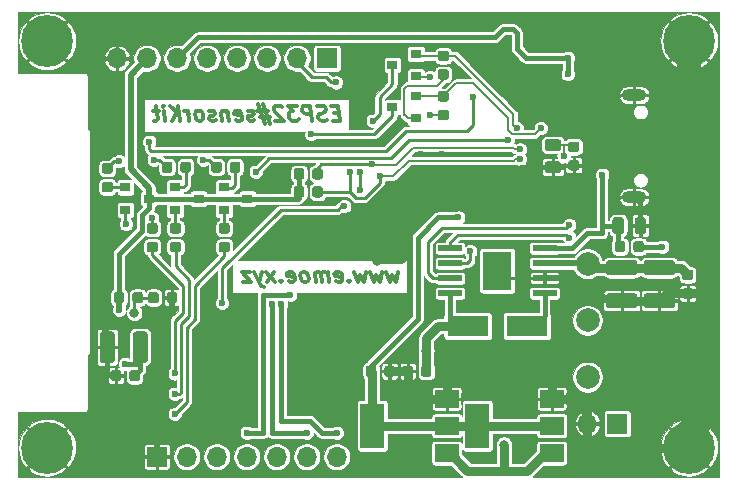
<source format=gbr>
G04 #@! TF.GenerationSoftware,KiCad,Pcbnew,(5.1.5)-2*
G04 #@! TF.CreationDate,2020-03-07T16:39:43+08:00*
G04 #@! TF.ProjectId,ESP32-sensorKit,45535033-322d-4736-956e-736f724b6974,rev?*
G04 #@! TF.SameCoordinates,Original*
G04 #@! TF.FileFunction,Copper,L2,Bot*
G04 #@! TF.FilePolarity,Positive*
%FSLAX46Y46*%
G04 Gerber Fmt 4.6, Leading zero omitted, Abs format (unit mm)*
G04 Created by KiCad (PCBNEW (5.1.5)-2) date 2020-03-07 16:39:43*
%MOMM*%
%LPD*%
G04 APERTURE LIST*
G04 #@! TA.AperFunction,NonConductor*
%ADD10C,0.300000*%
G04 #@! TD*
G04 #@! TA.AperFunction,ComponentPad*
%ADD11O,1.700000X1.700000*%
G04 #@! TD*
G04 #@! TA.AperFunction,ComponentPad*
%ADD12R,1.700000X1.700000*%
G04 #@! TD*
G04 #@! TA.AperFunction,SMDPad,CuDef*
%ADD13C,0.100000*%
G04 #@! TD*
G04 #@! TA.AperFunction,SMDPad,CuDef*
%ADD14R,3.500000X1.800000*%
G04 #@! TD*
G04 #@! TA.AperFunction,ComponentPad*
%ADD15C,0.700000*%
G04 #@! TD*
G04 #@! TA.AperFunction,ComponentPad*
%ADD16C,4.400000*%
G04 #@! TD*
G04 #@! TA.AperFunction,ComponentPad*
%ADD17O,1.600000X1.000000*%
G04 #@! TD*
G04 #@! TA.AperFunction,ComponentPad*
%ADD18O,2.100000X1.000000*%
G04 #@! TD*
G04 #@! TA.AperFunction,SMDPad,CuDef*
%ADD19R,0.900000X0.800000*%
G04 #@! TD*
G04 #@! TA.AperFunction,ComponentPad*
%ADD20C,2.000000*%
G04 #@! TD*
G04 #@! TA.AperFunction,SMDPad,CuDef*
%ADD21R,2.000000X3.800000*%
G04 #@! TD*
G04 #@! TA.AperFunction,SMDPad,CuDef*
%ADD22R,2.000000X1.500000*%
G04 #@! TD*
G04 #@! TA.AperFunction,SMDPad,CuDef*
%ADD23R,2.000000X0.510000*%
G04 #@! TD*
G04 #@! TA.AperFunction,SMDPad,CuDef*
%ADD24R,2.413000X3.302000*%
G04 #@! TD*
G04 #@! TA.AperFunction,ViaPad*
%ADD25C,0.600000*%
G04 #@! TD*
G04 #@! TA.AperFunction,ViaPad*
%ADD26C,0.800000*%
G04 #@! TD*
G04 #@! TA.AperFunction,Conductor*
%ADD27C,0.400000*%
G04 #@! TD*
G04 #@! TA.AperFunction,Conductor*
%ADD28C,0.750000*%
G04 #@! TD*
G04 #@! TA.AperFunction,Conductor*
%ADD29C,0.250000*%
G04 #@! TD*
G04 #@! TA.AperFunction,Conductor*
%ADD30C,0.500000*%
G04 #@! TD*
G04 #@! TA.AperFunction,Conductor*
%ADD31C,2.000000*%
G04 #@! TD*
G04 #@! TA.AperFunction,Conductor*
%ADD32C,0.200000*%
G04 #@! TD*
G04 #@! TA.AperFunction,Conductor*
%ADD33C,0.100000*%
G04 #@! TD*
G04 APERTURE END LIST*
D10*
X134188913Y-82517785D02*
X133765580Y-82517785D01*
X133667306Y-83183023D02*
X134272068Y-83183023D01*
X134113318Y-81913023D01*
X133508556Y-81913023D01*
X133175937Y-83122547D02*
X133002068Y-83183023D01*
X132699687Y-83183023D01*
X132571175Y-83122547D01*
X132503139Y-83062071D01*
X132427544Y-82941119D01*
X132412425Y-82820166D01*
X132457782Y-82699214D01*
X132510699Y-82638738D01*
X132624092Y-82578261D01*
X132858437Y-82517785D01*
X132971830Y-82457309D01*
X133024747Y-82396833D01*
X133070104Y-82275880D01*
X133054985Y-82154928D01*
X132979389Y-82033976D01*
X132911354Y-81973500D01*
X132782842Y-81913023D01*
X132480461Y-81913023D01*
X132306592Y-81973500D01*
X131913497Y-83183023D02*
X131754747Y-81913023D01*
X131270937Y-81913023D01*
X131157544Y-81973500D01*
X131104627Y-82033976D01*
X131059270Y-82154928D01*
X131081949Y-82336357D01*
X131157544Y-82457309D01*
X131225580Y-82517785D01*
X131354092Y-82578261D01*
X131837901Y-82578261D01*
X130605699Y-81913023D02*
X129819508Y-81913023D01*
X130303318Y-82396833D01*
X130121889Y-82396833D01*
X130008497Y-82457309D01*
X129955580Y-82517785D01*
X129910223Y-82638738D01*
X129948020Y-82941119D01*
X130023616Y-83062071D01*
X130091651Y-83122547D01*
X130220163Y-83183023D01*
X130583020Y-83183023D01*
X130696413Y-83122547D01*
X130749330Y-83062071D01*
X129350818Y-82033976D02*
X129282782Y-81973500D01*
X129154270Y-81913023D01*
X128851889Y-81913023D01*
X128738497Y-81973500D01*
X128685580Y-82033976D01*
X128640223Y-82154928D01*
X128655342Y-82275880D01*
X128738497Y-82457309D01*
X129554925Y-83183023D01*
X128768735Y-83183023D01*
X128179092Y-82336357D02*
X127271949Y-82336357D01*
X127748199Y-81792071D02*
X128315163Y-83424928D01*
X127460937Y-82880642D02*
X128368080Y-82880642D01*
X127891830Y-83424928D02*
X127324866Y-81792071D01*
X127007366Y-83122547D02*
X126893973Y-83183023D01*
X126652068Y-83183023D01*
X126523556Y-83122547D01*
X126447961Y-83001595D01*
X126440401Y-82941119D01*
X126485758Y-82820166D01*
X126599151Y-82759690D01*
X126780580Y-82759690D01*
X126893973Y-82699214D01*
X126939330Y-82578261D01*
X126931770Y-82517785D01*
X126856175Y-82396833D01*
X126727663Y-82336357D01*
X126546235Y-82336357D01*
X126432842Y-82396833D01*
X125434985Y-83122547D02*
X125563497Y-83183023D01*
X125805401Y-83183023D01*
X125918794Y-83122547D01*
X125964151Y-83001595D01*
X125903675Y-82517785D01*
X125828080Y-82396833D01*
X125699568Y-82336357D01*
X125457663Y-82336357D01*
X125344270Y-82396833D01*
X125298913Y-82517785D01*
X125314032Y-82638738D01*
X125933913Y-82759690D01*
X124731949Y-82336357D02*
X124837782Y-83183023D01*
X124747068Y-82457309D02*
X124679032Y-82396833D01*
X124550520Y-82336357D01*
X124369092Y-82336357D01*
X124255699Y-82396833D01*
X124210342Y-82517785D01*
X124293497Y-83183023D01*
X123741651Y-83122547D02*
X123628258Y-83183023D01*
X123386354Y-83183023D01*
X123257842Y-83122547D01*
X123182247Y-83001595D01*
X123174687Y-82941119D01*
X123220044Y-82820166D01*
X123333437Y-82759690D01*
X123514866Y-82759690D01*
X123628258Y-82699214D01*
X123673616Y-82578261D01*
X123666056Y-82517785D01*
X123590461Y-82396833D01*
X123461949Y-82336357D01*
X123280520Y-82336357D01*
X123167127Y-82396833D01*
X122479211Y-83183023D02*
X122592604Y-83122547D01*
X122645520Y-83062071D01*
X122690877Y-82941119D01*
X122645520Y-82578261D01*
X122569925Y-82457309D01*
X122501889Y-82396833D01*
X122373377Y-82336357D01*
X122191949Y-82336357D01*
X122078556Y-82396833D01*
X122025639Y-82457309D01*
X121980282Y-82578261D01*
X122025639Y-82941119D01*
X122101235Y-83062071D01*
X122169270Y-83122547D01*
X122297782Y-83183023D01*
X122479211Y-83183023D01*
X121511592Y-83183023D02*
X121405758Y-82336357D01*
X121435997Y-82578261D02*
X121360401Y-82457309D01*
X121292366Y-82396833D01*
X121163854Y-82336357D01*
X121042901Y-82336357D01*
X120725401Y-83183023D02*
X120566651Y-81913023D01*
X119999687Y-83183023D02*
X120453258Y-82457309D01*
X119840937Y-81913023D02*
X120657366Y-82638738D01*
X119455401Y-83183023D02*
X119349568Y-82336357D01*
X119296651Y-81913023D02*
X119364687Y-81973500D01*
X119311770Y-82033976D01*
X119243735Y-81973500D01*
X119296651Y-81913023D01*
X119311770Y-82033976D01*
X118926235Y-82336357D02*
X118442425Y-82336357D01*
X118691889Y-81913023D02*
X118827961Y-83001595D01*
X118782604Y-83122547D01*
X118669211Y-83183023D01*
X118548258Y-83183023D01*
X139147535Y-95982428D02*
X139008250Y-96849095D01*
X138683250Y-96230047D01*
X138513011Y-96849095D01*
X138157059Y-95982428D01*
X137785630Y-95982428D02*
X137646345Y-96849095D01*
X137321345Y-96230047D01*
X137151107Y-96849095D01*
X136795154Y-95982428D01*
X136423726Y-95982428D02*
X136284440Y-96849095D01*
X135959440Y-96230047D01*
X135789202Y-96849095D01*
X135433250Y-95982428D01*
X135030869Y-96725285D02*
X134976702Y-96787190D01*
X135046345Y-96849095D01*
X135100511Y-96787190D01*
X135030869Y-96725285D01*
X135046345Y-96849095D01*
X133924321Y-96787190D02*
X134055869Y-96849095D01*
X134303488Y-96849095D01*
X134419559Y-96787190D01*
X134465988Y-96663380D01*
X134404083Y-96168142D01*
X134326702Y-96044333D01*
X134195154Y-95982428D01*
X133947535Y-95982428D01*
X133831464Y-96044333D01*
X133785035Y-96168142D01*
X133800511Y-96291952D01*
X134435035Y-96415761D01*
X133313011Y-96849095D02*
X133204678Y-95982428D01*
X133220154Y-96106238D02*
X133150511Y-96044333D01*
X133018964Y-95982428D01*
X132833250Y-95982428D01*
X132717178Y-96044333D01*
X132670750Y-96168142D01*
X132755869Y-96849095D01*
X132670750Y-96168142D02*
X132593369Y-96044333D01*
X132461821Y-95982428D01*
X132276107Y-95982428D01*
X132160035Y-96044333D01*
X132113607Y-96168142D01*
X132198726Y-96849095D01*
X131393964Y-96849095D02*
X131510035Y-96787190D01*
X131564202Y-96725285D01*
X131610630Y-96601476D01*
X131564202Y-96230047D01*
X131486821Y-96106238D01*
X131417178Y-96044333D01*
X131285630Y-95982428D01*
X131099916Y-95982428D01*
X130983845Y-96044333D01*
X130929678Y-96106238D01*
X130883250Y-96230047D01*
X130929678Y-96601476D01*
X131007059Y-96725285D01*
X131076702Y-96787190D01*
X131208250Y-96849095D01*
X131393964Y-96849095D01*
X129900511Y-96787190D02*
X130032059Y-96849095D01*
X130279678Y-96849095D01*
X130395750Y-96787190D01*
X130442178Y-96663380D01*
X130380273Y-96168142D01*
X130302892Y-96044333D01*
X130171345Y-95982428D01*
X129923726Y-95982428D01*
X129807654Y-96044333D01*
X129761226Y-96168142D01*
X129776702Y-96291952D01*
X130411226Y-96415761D01*
X129273726Y-96725285D02*
X129219559Y-96787190D01*
X129289202Y-96849095D01*
X129343369Y-96787190D01*
X129273726Y-96725285D01*
X129289202Y-96849095D01*
X128793964Y-96849095D02*
X128004678Y-95982428D01*
X128685630Y-95982428D02*
X128113011Y-96849095D01*
X127633250Y-95982428D02*
X127432059Y-96849095D01*
X127014202Y-95982428D02*
X127432059Y-96849095D01*
X127594559Y-97158619D01*
X127664202Y-97220523D01*
X127795750Y-97282428D01*
X126642773Y-95982428D02*
X125961821Y-95982428D01*
X126751107Y-96849095D01*
X126070154Y-96849095D01*
D11*
G04 #@! TO.P,BAT1,2*
G04 #@! TO.N,GND*
X155194000Y-108834000D03*
D12*
G04 #@! TO.P,BAT1,1*
G04 #@! TO.N,Net-(BAT1-Pad1)*
X157734000Y-108834000D03*
G04 #@! TD*
D11*
G04 #@! TO.P,DIS_PORT1,7*
G04 #@! TO.N,/IO15_HSPI_CS0*
X133985000Y-111628000D03*
G04 #@! TO.P,DIS_PORT1,6*
G04 #@! TO.N,/IO5_DC*
X131445000Y-111628000D03*
G04 #@! TO.P,DIS_PORT1,5*
G04 #@! TO.N,/IO12_RES*
X128905000Y-111628000D03*
G04 #@! TO.P,DIS_PORT1,4*
G04 #@! TO.N,/IO13_HSPI_DATA*
X126365000Y-111628000D03*
G04 #@! TO.P,DIS_PORT1,3*
G04 #@! TO.N,/IO14_HSPI_CLK*
X123825000Y-111628000D03*
G04 #@! TO.P,DIS_PORT1,2*
G04 #@! TO.N,VCC*
X121285000Y-111628000D03*
D12*
G04 #@! TO.P,DIS_PORT1,1*
G04 #@! TO.N,GND*
X118745000Y-111628000D03*
G04 #@! TD*
G04 #@! TA.AperFunction,SMDPad,CuDef*
D13*
G04 #@! TO.P,C18,2*
G04 #@! TO.N,GND*
G36*
X159214504Y-97799204D02*
G01*
X159238773Y-97802804D01*
X159262571Y-97808765D01*
X159285671Y-97817030D01*
X159307849Y-97827520D01*
X159328893Y-97840133D01*
X159348598Y-97854747D01*
X159366777Y-97871223D01*
X159383253Y-97889402D01*
X159397867Y-97909107D01*
X159410480Y-97930151D01*
X159420970Y-97952329D01*
X159429235Y-97975429D01*
X159435196Y-97999227D01*
X159438796Y-98023496D01*
X159440000Y-98048000D01*
X159440000Y-98798000D01*
X159438796Y-98822504D01*
X159435196Y-98846773D01*
X159429235Y-98870571D01*
X159420970Y-98893671D01*
X159410480Y-98915849D01*
X159397867Y-98936893D01*
X159383253Y-98956598D01*
X159366777Y-98974777D01*
X159348598Y-98991253D01*
X159328893Y-99005867D01*
X159307849Y-99018480D01*
X159285671Y-99028970D01*
X159262571Y-99037235D01*
X159238773Y-99043196D01*
X159214504Y-99046796D01*
X159190000Y-99048000D01*
X157040000Y-99048000D01*
X157015496Y-99046796D01*
X156991227Y-99043196D01*
X156967429Y-99037235D01*
X156944329Y-99028970D01*
X156922151Y-99018480D01*
X156901107Y-99005867D01*
X156881402Y-98991253D01*
X156863223Y-98974777D01*
X156846747Y-98956598D01*
X156832133Y-98936893D01*
X156819520Y-98915849D01*
X156809030Y-98893671D01*
X156800765Y-98870571D01*
X156794804Y-98846773D01*
X156791204Y-98822504D01*
X156790000Y-98798000D01*
X156790000Y-98048000D01*
X156791204Y-98023496D01*
X156794804Y-97999227D01*
X156800765Y-97975429D01*
X156809030Y-97952329D01*
X156819520Y-97930151D01*
X156832133Y-97909107D01*
X156846747Y-97889402D01*
X156863223Y-97871223D01*
X156881402Y-97854747D01*
X156901107Y-97840133D01*
X156922151Y-97827520D01*
X156944329Y-97817030D01*
X156967429Y-97808765D01*
X156991227Y-97802804D01*
X157015496Y-97799204D01*
X157040000Y-97798000D01*
X159190000Y-97798000D01*
X159214504Y-97799204D01*
G37*
G04 #@! TD.AperFunction*
G04 #@! TA.AperFunction,SMDPad,CuDef*
G04 #@! TO.P,C18,1*
G04 #@! TO.N,VPP*
G36*
X159214504Y-94999204D02*
G01*
X159238773Y-95002804D01*
X159262571Y-95008765D01*
X159285671Y-95017030D01*
X159307849Y-95027520D01*
X159328893Y-95040133D01*
X159348598Y-95054747D01*
X159366777Y-95071223D01*
X159383253Y-95089402D01*
X159397867Y-95109107D01*
X159410480Y-95130151D01*
X159420970Y-95152329D01*
X159429235Y-95175429D01*
X159435196Y-95199227D01*
X159438796Y-95223496D01*
X159440000Y-95248000D01*
X159440000Y-95998000D01*
X159438796Y-96022504D01*
X159435196Y-96046773D01*
X159429235Y-96070571D01*
X159420970Y-96093671D01*
X159410480Y-96115849D01*
X159397867Y-96136893D01*
X159383253Y-96156598D01*
X159366777Y-96174777D01*
X159348598Y-96191253D01*
X159328893Y-96205867D01*
X159307849Y-96218480D01*
X159285671Y-96228970D01*
X159262571Y-96237235D01*
X159238773Y-96243196D01*
X159214504Y-96246796D01*
X159190000Y-96248000D01*
X157040000Y-96248000D01*
X157015496Y-96246796D01*
X156991227Y-96243196D01*
X156967429Y-96237235D01*
X156944329Y-96228970D01*
X156922151Y-96218480D01*
X156901107Y-96205867D01*
X156881402Y-96191253D01*
X156863223Y-96174777D01*
X156846747Y-96156598D01*
X156832133Y-96136893D01*
X156819520Y-96115849D01*
X156809030Y-96093671D01*
X156800765Y-96070571D01*
X156794804Y-96046773D01*
X156791204Y-96022504D01*
X156790000Y-95998000D01*
X156790000Y-95248000D01*
X156791204Y-95223496D01*
X156794804Y-95199227D01*
X156800765Y-95175429D01*
X156809030Y-95152329D01*
X156819520Y-95130151D01*
X156832133Y-95109107D01*
X156846747Y-95089402D01*
X156863223Y-95071223D01*
X156881402Y-95054747D01*
X156901107Y-95040133D01*
X156922151Y-95027520D01*
X156944329Y-95017030D01*
X156967429Y-95008765D01*
X156991227Y-95002804D01*
X157015496Y-94999204D01*
X157040000Y-94998000D01*
X159190000Y-94998000D01*
X159214504Y-94999204D01*
G37*
G04 #@! TD.AperFunction*
G04 #@! TD*
G04 #@! TA.AperFunction,SMDPad,CuDef*
G04 #@! TO.P,C17,2*
G04 #@! TO.N,GND*
G36*
X162389504Y-97799204D02*
G01*
X162413773Y-97802804D01*
X162437571Y-97808765D01*
X162460671Y-97817030D01*
X162482849Y-97827520D01*
X162503893Y-97840133D01*
X162523598Y-97854747D01*
X162541777Y-97871223D01*
X162558253Y-97889402D01*
X162572867Y-97909107D01*
X162585480Y-97930151D01*
X162595970Y-97952329D01*
X162604235Y-97975429D01*
X162610196Y-97999227D01*
X162613796Y-98023496D01*
X162615000Y-98048000D01*
X162615000Y-98798000D01*
X162613796Y-98822504D01*
X162610196Y-98846773D01*
X162604235Y-98870571D01*
X162595970Y-98893671D01*
X162585480Y-98915849D01*
X162572867Y-98936893D01*
X162558253Y-98956598D01*
X162541777Y-98974777D01*
X162523598Y-98991253D01*
X162503893Y-99005867D01*
X162482849Y-99018480D01*
X162460671Y-99028970D01*
X162437571Y-99037235D01*
X162413773Y-99043196D01*
X162389504Y-99046796D01*
X162365000Y-99048000D01*
X160215000Y-99048000D01*
X160190496Y-99046796D01*
X160166227Y-99043196D01*
X160142429Y-99037235D01*
X160119329Y-99028970D01*
X160097151Y-99018480D01*
X160076107Y-99005867D01*
X160056402Y-98991253D01*
X160038223Y-98974777D01*
X160021747Y-98956598D01*
X160007133Y-98936893D01*
X159994520Y-98915849D01*
X159984030Y-98893671D01*
X159975765Y-98870571D01*
X159969804Y-98846773D01*
X159966204Y-98822504D01*
X159965000Y-98798000D01*
X159965000Y-98048000D01*
X159966204Y-98023496D01*
X159969804Y-97999227D01*
X159975765Y-97975429D01*
X159984030Y-97952329D01*
X159994520Y-97930151D01*
X160007133Y-97909107D01*
X160021747Y-97889402D01*
X160038223Y-97871223D01*
X160056402Y-97854747D01*
X160076107Y-97840133D01*
X160097151Y-97827520D01*
X160119329Y-97817030D01*
X160142429Y-97808765D01*
X160166227Y-97802804D01*
X160190496Y-97799204D01*
X160215000Y-97798000D01*
X162365000Y-97798000D01*
X162389504Y-97799204D01*
G37*
G04 #@! TD.AperFunction*
G04 #@! TA.AperFunction,SMDPad,CuDef*
G04 #@! TO.P,C17,1*
G04 #@! TO.N,VPP*
G36*
X162389504Y-94999204D02*
G01*
X162413773Y-95002804D01*
X162437571Y-95008765D01*
X162460671Y-95017030D01*
X162482849Y-95027520D01*
X162503893Y-95040133D01*
X162523598Y-95054747D01*
X162541777Y-95071223D01*
X162558253Y-95089402D01*
X162572867Y-95109107D01*
X162585480Y-95130151D01*
X162595970Y-95152329D01*
X162604235Y-95175429D01*
X162610196Y-95199227D01*
X162613796Y-95223496D01*
X162615000Y-95248000D01*
X162615000Y-95998000D01*
X162613796Y-96022504D01*
X162610196Y-96046773D01*
X162604235Y-96070571D01*
X162595970Y-96093671D01*
X162585480Y-96115849D01*
X162572867Y-96136893D01*
X162558253Y-96156598D01*
X162541777Y-96174777D01*
X162523598Y-96191253D01*
X162503893Y-96205867D01*
X162482849Y-96218480D01*
X162460671Y-96228970D01*
X162437571Y-96237235D01*
X162413773Y-96243196D01*
X162389504Y-96246796D01*
X162365000Y-96248000D01*
X160215000Y-96248000D01*
X160190496Y-96246796D01*
X160166227Y-96243196D01*
X160142429Y-96237235D01*
X160119329Y-96228970D01*
X160097151Y-96218480D01*
X160076107Y-96205867D01*
X160056402Y-96191253D01*
X160038223Y-96174777D01*
X160021747Y-96156598D01*
X160007133Y-96136893D01*
X159994520Y-96115849D01*
X159984030Y-96093671D01*
X159975765Y-96070571D01*
X159969804Y-96046773D01*
X159966204Y-96022504D01*
X159965000Y-95998000D01*
X159965000Y-95248000D01*
X159966204Y-95223496D01*
X159969804Y-95199227D01*
X159975765Y-95175429D01*
X159984030Y-95152329D01*
X159994520Y-95130151D01*
X160007133Y-95109107D01*
X160021747Y-95089402D01*
X160038223Y-95071223D01*
X160056402Y-95054747D01*
X160076107Y-95040133D01*
X160097151Y-95027520D01*
X160119329Y-95017030D01*
X160142429Y-95008765D01*
X160166227Y-95002804D01*
X160190496Y-94999204D01*
X160215000Y-94998000D01*
X162365000Y-94998000D01*
X162389504Y-94999204D01*
G37*
G04 #@! TD.AperFunction*
G04 #@! TD*
G04 #@! TA.AperFunction,SMDPad,CuDef*
G04 #@! TO.P,C15,2*
G04 #@! TO.N,GND*
G36*
X114950504Y-101033204D02*
G01*
X114974773Y-101036804D01*
X114998571Y-101042765D01*
X115021671Y-101051030D01*
X115043849Y-101061520D01*
X115064893Y-101074133D01*
X115084598Y-101088747D01*
X115102777Y-101105223D01*
X115119253Y-101123402D01*
X115133867Y-101143107D01*
X115146480Y-101164151D01*
X115156970Y-101186329D01*
X115165235Y-101209429D01*
X115171196Y-101233227D01*
X115174796Y-101257496D01*
X115176000Y-101282000D01*
X115176000Y-103432000D01*
X115174796Y-103456504D01*
X115171196Y-103480773D01*
X115165235Y-103504571D01*
X115156970Y-103527671D01*
X115146480Y-103549849D01*
X115133867Y-103570893D01*
X115119253Y-103590598D01*
X115102777Y-103608777D01*
X115084598Y-103625253D01*
X115064893Y-103639867D01*
X115043849Y-103652480D01*
X115021671Y-103662970D01*
X114998571Y-103671235D01*
X114974773Y-103677196D01*
X114950504Y-103680796D01*
X114926000Y-103682000D01*
X114176000Y-103682000D01*
X114151496Y-103680796D01*
X114127227Y-103677196D01*
X114103429Y-103671235D01*
X114080329Y-103662970D01*
X114058151Y-103652480D01*
X114037107Y-103639867D01*
X114017402Y-103625253D01*
X113999223Y-103608777D01*
X113982747Y-103590598D01*
X113968133Y-103570893D01*
X113955520Y-103549849D01*
X113945030Y-103527671D01*
X113936765Y-103504571D01*
X113930804Y-103480773D01*
X113927204Y-103456504D01*
X113926000Y-103432000D01*
X113926000Y-101282000D01*
X113927204Y-101257496D01*
X113930804Y-101233227D01*
X113936765Y-101209429D01*
X113945030Y-101186329D01*
X113955520Y-101164151D01*
X113968133Y-101143107D01*
X113982747Y-101123402D01*
X113999223Y-101105223D01*
X114017402Y-101088747D01*
X114037107Y-101074133D01*
X114058151Y-101061520D01*
X114080329Y-101051030D01*
X114103429Y-101042765D01*
X114127227Y-101036804D01*
X114151496Y-101033204D01*
X114176000Y-101032000D01*
X114926000Y-101032000D01*
X114950504Y-101033204D01*
G37*
G04 #@! TD.AperFunction*
G04 #@! TA.AperFunction,SMDPad,CuDef*
G04 #@! TO.P,C15,1*
G04 #@! TO.N,VCC*
G36*
X117750504Y-101033204D02*
G01*
X117774773Y-101036804D01*
X117798571Y-101042765D01*
X117821671Y-101051030D01*
X117843849Y-101061520D01*
X117864893Y-101074133D01*
X117884598Y-101088747D01*
X117902777Y-101105223D01*
X117919253Y-101123402D01*
X117933867Y-101143107D01*
X117946480Y-101164151D01*
X117956970Y-101186329D01*
X117965235Y-101209429D01*
X117971196Y-101233227D01*
X117974796Y-101257496D01*
X117976000Y-101282000D01*
X117976000Y-103432000D01*
X117974796Y-103456504D01*
X117971196Y-103480773D01*
X117965235Y-103504571D01*
X117956970Y-103527671D01*
X117946480Y-103549849D01*
X117933867Y-103570893D01*
X117919253Y-103590598D01*
X117902777Y-103608777D01*
X117884598Y-103625253D01*
X117864893Y-103639867D01*
X117843849Y-103652480D01*
X117821671Y-103662970D01*
X117798571Y-103671235D01*
X117774773Y-103677196D01*
X117750504Y-103680796D01*
X117726000Y-103682000D01*
X116976000Y-103682000D01*
X116951496Y-103680796D01*
X116927227Y-103677196D01*
X116903429Y-103671235D01*
X116880329Y-103662970D01*
X116858151Y-103652480D01*
X116837107Y-103639867D01*
X116817402Y-103625253D01*
X116799223Y-103608777D01*
X116782747Y-103590598D01*
X116768133Y-103570893D01*
X116755520Y-103549849D01*
X116745030Y-103527671D01*
X116736765Y-103504571D01*
X116730804Y-103480773D01*
X116727204Y-103456504D01*
X116726000Y-103432000D01*
X116726000Y-101282000D01*
X116727204Y-101257496D01*
X116730804Y-101233227D01*
X116736765Y-101209429D01*
X116745030Y-101186329D01*
X116755520Y-101164151D01*
X116768133Y-101143107D01*
X116782747Y-101123402D01*
X116799223Y-101105223D01*
X116817402Y-101088747D01*
X116837107Y-101074133D01*
X116858151Y-101061520D01*
X116880329Y-101051030D01*
X116903429Y-101042765D01*
X116927227Y-101036804D01*
X116951496Y-101033204D01*
X116976000Y-101032000D01*
X117726000Y-101032000D01*
X117750504Y-101033204D01*
G37*
G04 #@! TD.AperFunction*
G04 #@! TD*
G04 #@! TA.AperFunction,SMDPad,CuDef*
G04 #@! TO.P,C2,1*
G04 #@! TO.N,Net-(C1-Pad1)*
G36*
X141807191Y-103915053D02*
G01*
X141828426Y-103918203D01*
X141849250Y-103923419D01*
X141869462Y-103930651D01*
X141888868Y-103939830D01*
X141907281Y-103950866D01*
X141924524Y-103963654D01*
X141940430Y-103978070D01*
X141954846Y-103993976D01*
X141967634Y-104011219D01*
X141978670Y-104029632D01*
X141987849Y-104049038D01*
X141995081Y-104069250D01*
X142000297Y-104090074D01*
X142003447Y-104111309D01*
X142004500Y-104132750D01*
X142004500Y-104645250D01*
X142003447Y-104666691D01*
X142000297Y-104687926D01*
X141995081Y-104708750D01*
X141987849Y-104728962D01*
X141978670Y-104748368D01*
X141967634Y-104766781D01*
X141954846Y-104784024D01*
X141940430Y-104799930D01*
X141924524Y-104814346D01*
X141907281Y-104827134D01*
X141888868Y-104838170D01*
X141869462Y-104847349D01*
X141849250Y-104854581D01*
X141828426Y-104859797D01*
X141807191Y-104862947D01*
X141785750Y-104864000D01*
X141348250Y-104864000D01*
X141326809Y-104862947D01*
X141305574Y-104859797D01*
X141284750Y-104854581D01*
X141264538Y-104847349D01*
X141245132Y-104838170D01*
X141226719Y-104827134D01*
X141209476Y-104814346D01*
X141193570Y-104799930D01*
X141179154Y-104784024D01*
X141166366Y-104766781D01*
X141155330Y-104748368D01*
X141146151Y-104728962D01*
X141138919Y-104708750D01*
X141133703Y-104687926D01*
X141130553Y-104666691D01*
X141129500Y-104645250D01*
X141129500Y-104132750D01*
X141130553Y-104111309D01*
X141133703Y-104090074D01*
X141138919Y-104069250D01*
X141146151Y-104049038D01*
X141155330Y-104029632D01*
X141166366Y-104011219D01*
X141179154Y-103993976D01*
X141193570Y-103978070D01*
X141209476Y-103963654D01*
X141226719Y-103950866D01*
X141245132Y-103939830D01*
X141264538Y-103930651D01*
X141284750Y-103923419D01*
X141305574Y-103918203D01*
X141326809Y-103915053D01*
X141348250Y-103914000D01*
X141785750Y-103914000D01*
X141807191Y-103915053D01*
G37*
G04 #@! TD.AperFunction*
G04 #@! TA.AperFunction,SMDPad,CuDef*
G04 #@! TO.P,C2,2*
G04 #@! TO.N,GND*
G36*
X140232191Y-103915053D02*
G01*
X140253426Y-103918203D01*
X140274250Y-103923419D01*
X140294462Y-103930651D01*
X140313868Y-103939830D01*
X140332281Y-103950866D01*
X140349524Y-103963654D01*
X140365430Y-103978070D01*
X140379846Y-103993976D01*
X140392634Y-104011219D01*
X140403670Y-104029632D01*
X140412849Y-104049038D01*
X140420081Y-104069250D01*
X140425297Y-104090074D01*
X140428447Y-104111309D01*
X140429500Y-104132750D01*
X140429500Y-104645250D01*
X140428447Y-104666691D01*
X140425297Y-104687926D01*
X140420081Y-104708750D01*
X140412849Y-104728962D01*
X140403670Y-104748368D01*
X140392634Y-104766781D01*
X140379846Y-104784024D01*
X140365430Y-104799930D01*
X140349524Y-104814346D01*
X140332281Y-104827134D01*
X140313868Y-104838170D01*
X140294462Y-104847349D01*
X140274250Y-104854581D01*
X140253426Y-104859797D01*
X140232191Y-104862947D01*
X140210750Y-104864000D01*
X139773250Y-104864000D01*
X139751809Y-104862947D01*
X139730574Y-104859797D01*
X139709750Y-104854581D01*
X139689538Y-104847349D01*
X139670132Y-104838170D01*
X139651719Y-104827134D01*
X139634476Y-104814346D01*
X139618570Y-104799930D01*
X139604154Y-104784024D01*
X139591366Y-104766781D01*
X139580330Y-104748368D01*
X139571151Y-104728962D01*
X139563919Y-104708750D01*
X139558703Y-104687926D01*
X139555553Y-104666691D01*
X139554500Y-104645250D01*
X139554500Y-104132750D01*
X139555553Y-104111309D01*
X139558703Y-104090074D01*
X139563919Y-104069250D01*
X139571151Y-104049038D01*
X139580330Y-104029632D01*
X139591366Y-104011219D01*
X139604154Y-103993976D01*
X139618570Y-103978070D01*
X139634476Y-103963654D01*
X139651719Y-103950866D01*
X139670132Y-103939830D01*
X139689538Y-103930651D01*
X139709750Y-103923419D01*
X139730574Y-103918203D01*
X139751809Y-103915053D01*
X139773250Y-103914000D01*
X140210750Y-103914000D01*
X140232191Y-103915053D01*
G37*
G04 #@! TD.AperFunction*
G04 #@! TD*
G04 #@! TA.AperFunction,SMDPad,CuDef*
G04 #@! TO.P,C5,2*
G04 #@! TO.N,GND*
G36*
X159955142Y-91371174D02*
G01*
X159978803Y-91374684D01*
X160002007Y-91380496D01*
X160024529Y-91388554D01*
X160046153Y-91398782D01*
X160066670Y-91411079D01*
X160085883Y-91425329D01*
X160103607Y-91441393D01*
X160119671Y-91459117D01*
X160133921Y-91478330D01*
X160146218Y-91498847D01*
X160156446Y-91520471D01*
X160164504Y-91542993D01*
X160170316Y-91566197D01*
X160173826Y-91589858D01*
X160175000Y-91613750D01*
X160175000Y-92526250D01*
X160173826Y-92550142D01*
X160170316Y-92573803D01*
X160164504Y-92597007D01*
X160156446Y-92619529D01*
X160146218Y-92641153D01*
X160133921Y-92661670D01*
X160119671Y-92680883D01*
X160103607Y-92698607D01*
X160085883Y-92714671D01*
X160066670Y-92728921D01*
X160046153Y-92741218D01*
X160024529Y-92751446D01*
X160002007Y-92759504D01*
X159978803Y-92765316D01*
X159955142Y-92768826D01*
X159931250Y-92770000D01*
X159443750Y-92770000D01*
X159419858Y-92768826D01*
X159396197Y-92765316D01*
X159372993Y-92759504D01*
X159350471Y-92751446D01*
X159328847Y-92741218D01*
X159308330Y-92728921D01*
X159289117Y-92714671D01*
X159271393Y-92698607D01*
X159255329Y-92680883D01*
X159241079Y-92661670D01*
X159228782Y-92641153D01*
X159218554Y-92619529D01*
X159210496Y-92597007D01*
X159204684Y-92573803D01*
X159201174Y-92550142D01*
X159200000Y-92526250D01*
X159200000Y-91613750D01*
X159201174Y-91589858D01*
X159204684Y-91566197D01*
X159210496Y-91542993D01*
X159218554Y-91520471D01*
X159228782Y-91498847D01*
X159241079Y-91478330D01*
X159255329Y-91459117D01*
X159271393Y-91441393D01*
X159289117Y-91425329D01*
X159308330Y-91411079D01*
X159328847Y-91398782D01*
X159350471Y-91388554D01*
X159372993Y-91380496D01*
X159396197Y-91374684D01*
X159419858Y-91371174D01*
X159443750Y-91370000D01*
X159931250Y-91370000D01*
X159955142Y-91371174D01*
G37*
G04 #@! TD.AperFunction*
G04 #@! TA.AperFunction,SMDPad,CuDef*
G04 #@! TO.P,C5,1*
G04 #@! TO.N,VBUS*
G36*
X158080142Y-91371174D02*
G01*
X158103803Y-91374684D01*
X158127007Y-91380496D01*
X158149529Y-91388554D01*
X158171153Y-91398782D01*
X158191670Y-91411079D01*
X158210883Y-91425329D01*
X158228607Y-91441393D01*
X158244671Y-91459117D01*
X158258921Y-91478330D01*
X158271218Y-91498847D01*
X158281446Y-91520471D01*
X158289504Y-91542993D01*
X158295316Y-91566197D01*
X158298826Y-91589858D01*
X158300000Y-91613750D01*
X158300000Y-92526250D01*
X158298826Y-92550142D01*
X158295316Y-92573803D01*
X158289504Y-92597007D01*
X158281446Y-92619529D01*
X158271218Y-92641153D01*
X158258921Y-92661670D01*
X158244671Y-92680883D01*
X158228607Y-92698607D01*
X158210883Y-92714671D01*
X158191670Y-92728921D01*
X158171153Y-92741218D01*
X158149529Y-92751446D01*
X158127007Y-92759504D01*
X158103803Y-92765316D01*
X158080142Y-92768826D01*
X158056250Y-92770000D01*
X157568750Y-92770000D01*
X157544858Y-92768826D01*
X157521197Y-92765316D01*
X157497993Y-92759504D01*
X157475471Y-92751446D01*
X157453847Y-92741218D01*
X157433330Y-92728921D01*
X157414117Y-92714671D01*
X157396393Y-92698607D01*
X157380329Y-92680883D01*
X157366079Y-92661670D01*
X157353782Y-92641153D01*
X157343554Y-92619529D01*
X157335496Y-92597007D01*
X157329684Y-92573803D01*
X157326174Y-92550142D01*
X157325000Y-92526250D01*
X157325000Y-91613750D01*
X157326174Y-91589858D01*
X157329684Y-91566197D01*
X157335496Y-91542993D01*
X157343554Y-91520471D01*
X157353782Y-91498847D01*
X157366079Y-91478330D01*
X157380329Y-91459117D01*
X157396393Y-91441393D01*
X157414117Y-91425329D01*
X157433330Y-91411079D01*
X157453847Y-91398782D01*
X157475471Y-91388554D01*
X157497993Y-91380496D01*
X157521197Y-91374684D01*
X157544858Y-91371174D01*
X157568750Y-91370000D01*
X158056250Y-91370000D01*
X158080142Y-91371174D01*
G37*
G04 #@! TD.AperFunction*
G04 #@! TD*
G04 #@! TA.AperFunction,SMDPad,CuDef*
G04 #@! TO.P,C6,1*
G04 #@! TO.N,VCC*
G36*
X137120691Y-103915053D02*
G01*
X137141926Y-103918203D01*
X137162750Y-103923419D01*
X137182962Y-103930651D01*
X137202368Y-103939830D01*
X137220781Y-103950866D01*
X137238024Y-103963654D01*
X137253930Y-103978070D01*
X137268346Y-103993976D01*
X137281134Y-104011219D01*
X137292170Y-104029632D01*
X137301349Y-104049038D01*
X137308581Y-104069250D01*
X137313797Y-104090074D01*
X137316947Y-104111309D01*
X137318000Y-104132750D01*
X137318000Y-104645250D01*
X137316947Y-104666691D01*
X137313797Y-104687926D01*
X137308581Y-104708750D01*
X137301349Y-104728962D01*
X137292170Y-104748368D01*
X137281134Y-104766781D01*
X137268346Y-104784024D01*
X137253930Y-104799930D01*
X137238024Y-104814346D01*
X137220781Y-104827134D01*
X137202368Y-104838170D01*
X137182962Y-104847349D01*
X137162750Y-104854581D01*
X137141926Y-104859797D01*
X137120691Y-104862947D01*
X137099250Y-104864000D01*
X136661750Y-104864000D01*
X136640309Y-104862947D01*
X136619074Y-104859797D01*
X136598250Y-104854581D01*
X136578038Y-104847349D01*
X136558632Y-104838170D01*
X136540219Y-104827134D01*
X136522976Y-104814346D01*
X136507070Y-104799930D01*
X136492654Y-104784024D01*
X136479866Y-104766781D01*
X136468830Y-104748368D01*
X136459651Y-104728962D01*
X136452419Y-104708750D01*
X136447203Y-104687926D01*
X136444053Y-104666691D01*
X136443000Y-104645250D01*
X136443000Y-104132750D01*
X136444053Y-104111309D01*
X136447203Y-104090074D01*
X136452419Y-104069250D01*
X136459651Y-104049038D01*
X136468830Y-104029632D01*
X136479866Y-104011219D01*
X136492654Y-103993976D01*
X136507070Y-103978070D01*
X136522976Y-103963654D01*
X136540219Y-103950866D01*
X136558632Y-103939830D01*
X136578038Y-103930651D01*
X136598250Y-103923419D01*
X136619074Y-103918203D01*
X136640309Y-103915053D01*
X136661750Y-103914000D01*
X137099250Y-103914000D01*
X137120691Y-103915053D01*
G37*
G04 #@! TD.AperFunction*
G04 #@! TA.AperFunction,SMDPad,CuDef*
G04 #@! TO.P,C6,2*
G04 #@! TO.N,GND*
G36*
X138695691Y-103915053D02*
G01*
X138716926Y-103918203D01*
X138737750Y-103923419D01*
X138757962Y-103930651D01*
X138777368Y-103939830D01*
X138795781Y-103950866D01*
X138813024Y-103963654D01*
X138828930Y-103978070D01*
X138843346Y-103993976D01*
X138856134Y-104011219D01*
X138867170Y-104029632D01*
X138876349Y-104049038D01*
X138883581Y-104069250D01*
X138888797Y-104090074D01*
X138891947Y-104111309D01*
X138893000Y-104132750D01*
X138893000Y-104645250D01*
X138891947Y-104666691D01*
X138888797Y-104687926D01*
X138883581Y-104708750D01*
X138876349Y-104728962D01*
X138867170Y-104748368D01*
X138856134Y-104766781D01*
X138843346Y-104784024D01*
X138828930Y-104799930D01*
X138813024Y-104814346D01*
X138795781Y-104827134D01*
X138777368Y-104838170D01*
X138757962Y-104847349D01*
X138737750Y-104854581D01*
X138716926Y-104859797D01*
X138695691Y-104862947D01*
X138674250Y-104864000D01*
X138236750Y-104864000D01*
X138215309Y-104862947D01*
X138194074Y-104859797D01*
X138173250Y-104854581D01*
X138153038Y-104847349D01*
X138133632Y-104838170D01*
X138115219Y-104827134D01*
X138097976Y-104814346D01*
X138082070Y-104799930D01*
X138067654Y-104784024D01*
X138054866Y-104766781D01*
X138043830Y-104748368D01*
X138034651Y-104728962D01*
X138027419Y-104708750D01*
X138022203Y-104687926D01*
X138019053Y-104666691D01*
X138018000Y-104645250D01*
X138018000Y-104132750D01*
X138019053Y-104111309D01*
X138022203Y-104090074D01*
X138027419Y-104069250D01*
X138034651Y-104049038D01*
X138043830Y-104029632D01*
X138054866Y-104011219D01*
X138067654Y-103993976D01*
X138082070Y-103978070D01*
X138097976Y-103963654D01*
X138115219Y-103950866D01*
X138133632Y-103939830D01*
X138153038Y-103930651D01*
X138173250Y-103923419D01*
X138194074Y-103918203D01*
X138215309Y-103915053D01*
X138236750Y-103914000D01*
X138674250Y-103914000D01*
X138695691Y-103915053D01*
G37*
G04 #@! TD.AperFunction*
G04 #@! TD*
G04 #@! TA.AperFunction,SMDPad,CuDef*
G04 #@! TO.P,C11,2*
G04 #@! TO.N,VCC*
G36*
X154328691Y-84953253D02*
G01*
X154349926Y-84956403D01*
X154370750Y-84961619D01*
X154390962Y-84968851D01*
X154410368Y-84978030D01*
X154428781Y-84989066D01*
X154446024Y-85001854D01*
X154461930Y-85016270D01*
X154476346Y-85032176D01*
X154489134Y-85049419D01*
X154500170Y-85067832D01*
X154509349Y-85087238D01*
X154516581Y-85107450D01*
X154521797Y-85128274D01*
X154524947Y-85149509D01*
X154526000Y-85170950D01*
X154526000Y-85608450D01*
X154524947Y-85629891D01*
X154521797Y-85651126D01*
X154516581Y-85671950D01*
X154509349Y-85692162D01*
X154500170Y-85711568D01*
X154489134Y-85729981D01*
X154476346Y-85747224D01*
X154461930Y-85763130D01*
X154446024Y-85777546D01*
X154428781Y-85790334D01*
X154410368Y-85801370D01*
X154390962Y-85810549D01*
X154370750Y-85817781D01*
X154349926Y-85822997D01*
X154328691Y-85826147D01*
X154307250Y-85827200D01*
X153794750Y-85827200D01*
X153773309Y-85826147D01*
X153752074Y-85822997D01*
X153731250Y-85817781D01*
X153711038Y-85810549D01*
X153691632Y-85801370D01*
X153673219Y-85790334D01*
X153655976Y-85777546D01*
X153640070Y-85763130D01*
X153625654Y-85747224D01*
X153612866Y-85729981D01*
X153601830Y-85711568D01*
X153592651Y-85692162D01*
X153585419Y-85671950D01*
X153580203Y-85651126D01*
X153577053Y-85629891D01*
X153576000Y-85608450D01*
X153576000Y-85170950D01*
X153577053Y-85149509D01*
X153580203Y-85128274D01*
X153585419Y-85107450D01*
X153592651Y-85087238D01*
X153601830Y-85067832D01*
X153612866Y-85049419D01*
X153625654Y-85032176D01*
X153640070Y-85016270D01*
X153655976Y-85001854D01*
X153673219Y-84989066D01*
X153691632Y-84978030D01*
X153711038Y-84968851D01*
X153731250Y-84961619D01*
X153752074Y-84956403D01*
X153773309Y-84953253D01*
X153794750Y-84952200D01*
X154307250Y-84952200D01*
X154328691Y-84953253D01*
G37*
G04 #@! TD.AperFunction*
G04 #@! TA.AperFunction,SMDPad,CuDef*
G04 #@! TO.P,C11,1*
G04 #@! TO.N,GND*
G36*
X154328691Y-86528253D02*
G01*
X154349926Y-86531403D01*
X154370750Y-86536619D01*
X154390962Y-86543851D01*
X154410368Y-86553030D01*
X154428781Y-86564066D01*
X154446024Y-86576854D01*
X154461930Y-86591270D01*
X154476346Y-86607176D01*
X154489134Y-86624419D01*
X154500170Y-86642832D01*
X154509349Y-86662238D01*
X154516581Y-86682450D01*
X154521797Y-86703274D01*
X154524947Y-86724509D01*
X154526000Y-86745950D01*
X154526000Y-87183450D01*
X154524947Y-87204891D01*
X154521797Y-87226126D01*
X154516581Y-87246950D01*
X154509349Y-87267162D01*
X154500170Y-87286568D01*
X154489134Y-87304981D01*
X154476346Y-87322224D01*
X154461930Y-87338130D01*
X154446024Y-87352546D01*
X154428781Y-87365334D01*
X154410368Y-87376370D01*
X154390962Y-87385549D01*
X154370750Y-87392781D01*
X154349926Y-87397997D01*
X154328691Y-87401147D01*
X154307250Y-87402200D01*
X153794750Y-87402200D01*
X153773309Y-87401147D01*
X153752074Y-87397997D01*
X153731250Y-87392781D01*
X153711038Y-87385549D01*
X153691632Y-87376370D01*
X153673219Y-87365334D01*
X153655976Y-87352546D01*
X153640070Y-87338130D01*
X153625654Y-87322224D01*
X153612866Y-87304981D01*
X153601830Y-87286568D01*
X153592651Y-87267162D01*
X153585419Y-87246950D01*
X153580203Y-87226126D01*
X153577053Y-87204891D01*
X153576000Y-87183450D01*
X153576000Y-86745950D01*
X153577053Y-86724509D01*
X153580203Y-86703274D01*
X153585419Y-86682450D01*
X153592651Y-86662238D01*
X153601830Y-86642832D01*
X153612866Y-86624419D01*
X153625654Y-86607176D01*
X153640070Y-86591270D01*
X153655976Y-86576854D01*
X153673219Y-86564066D01*
X153691632Y-86553030D01*
X153711038Y-86543851D01*
X153731250Y-86536619D01*
X153752074Y-86531403D01*
X153773309Y-86528253D01*
X153794750Y-86527200D01*
X154307250Y-86527200D01*
X154328691Y-86528253D01*
G37*
G04 #@! TD.AperFunction*
G04 #@! TD*
G04 #@! TA.AperFunction,SMDPad,CuDef*
G04 #@! TO.P,C12,1*
G04 #@! TO.N,GND*
G36*
X152753142Y-86628374D02*
G01*
X152776803Y-86631884D01*
X152800007Y-86637696D01*
X152822529Y-86645754D01*
X152844153Y-86655982D01*
X152864670Y-86668279D01*
X152883883Y-86682529D01*
X152901607Y-86698593D01*
X152917671Y-86716317D01*
X152931921Y-86735530D01*
X152944218Y-86756047D01*
X152954446Y-86777671D01*
X152962504Y-86800193D01*
X152968316Y-86823397D01*
X152971826Y-86847058D01*
X152973000Y-86870950D01*
X152973000Y-87358450D01*
X152971826Y-87382342D01*
X152968316Y-87406003D01*
X152962504Y-87429207D01*
X152954446Y-87451729D01*
X152944218Y-87473353D01*
X152931921Y-87493870D01*
X152917671Y-87513083D01*
X152901607Y-87530807D01*
X152883883Y-87546871D01*
X152864670Y-87561121D01*
X152844153Y-87573418D01*
X152822529Y-87583646D01*
X152800007Y-87591704D01*
X152776803Y-87597516D01*
X152753142Y-87601026D01*
X152729250Y-87602200D01*
X151816750Y-87602200D01*
X151792858Y-87601026D01*
X151769197Y-87597516D01*
X151745993Y-87591704D01*
X151723471Y-87583646D01*
X151701847Y-87573418D01*
X151681330Y-87561121D01*
X151662117Y-87546871D01*
X151644393Y-87530807D01*
X151628329Y-87513083D01*
X151614079Y-87493870D01*
X151601782Y-87473353D01*
X151591554Y-87451729D01*
X151583496Y-87429207D01*
X151577684Y-87406003D01*
X151574174Y-87382342D01*
X151573000Y-87358450D01*
X151573000Y-86870950D01*
X151574174Y-86847058D01*
X151577684Y-86823397D01*
X151583496Y-86800193D01*
X151591554Y-86777671D01*
X151601782Y-86756047D01*
X151614079Y-86735530D01*
X151628329Y-86716317D01*
X151644393Y-86698593D01*
X151662117Y-86682529D01*
X151681330Y-86668279D01*
X151701847Y-86655982D01*
X151723471Y-86645754D01*
X151745993Y-86637696D01*
X151769197Y-86631884D01*
X151792858Y-86628374D01*
X151816750Y-86627200D01*
X152729250Y-86627200D01*
X152753142Y-86628374D01*
G37*
G04 #@! TD.AperFunction*
G04 #@! TA.AperFunction,SMDPad,CuDef*
G04 #@! TO.P,C12,2*
G04 #@! TO.N,VCC*
G36*
X152753142Y-84753374D02*
G01*
X152776803Y-84756884D01*
X152800007Y-84762696D01*
X152822529Y-84770754D01*
X152844153Y-84780982D01*
X152864670Y-84793279D01*
X152883883Y-84807529D01*
X152901607Y-84823593D01*
X152917671Y-84841317D01*
X152931921Y-84860530D01*
X152944218Y-84881047D01*
X152954446Y-84902671D01*
X152962504Y-84925193D01*
X152968316Y-84948397D01*
X152971826Y-84972058D01*
X152973000Y-84995950D01*
X152973000Y-85483450D01*
X152971826Y-85507342D01*
X152968316Y-85531003D01*
X152962504Y-85554207D01*
X152954446Y-85576729D01*
X152944218Y-85598353D01*
X152931921Y-85618870D01*
X152917671Y-85638083D01*
X152901607Y-85655807D01*
X152883883Y-85671871D01*
X152864670Y-85686121D01*
X152844153Y-85698418D01*
X152822529Y-85708646D01*
X152800007Y-85716704D01*
X152776803Y-85722516D01*
X152753142Y-85726026D01*
X152729250Y-85727200D01*
X151816750Y-85727200D01*
X151792858Y-85726026D01*
X151769197Y-85722516D01*
X151745993Y-85716704D01*
X151723471Y-85708646D01*
X151701847Y-85698418D01*
X151681330Y-85686121D01*
X151662117Y-85671871D01*
X151644393Y-85655807D01*
X151628329Y-85638083D01*
X151614079Y-85618870D01*
X151601782Y-85598353D01*
X151591554Y-85576729D01*
X151583496Y-85554207D01*
X151577684Y-85531003D01*
X151574174Y-85507342D01*
X151573000Y-85483450D01*
X151573000Y-84995950D01*
X151574174Y-84972058D01*
X151577684Y-84948397D01*
X151583496Y-84925193D01*
X151591554Y-84902671D01*
X151601782Y-84881047D01*
X151614079Y-84860530D01*
X151628329Y-84841317D01*
X151644393Y-84823593D01*
X151662117Y-84807529D01*
X151681330Y-84793279D01*
X151701847Y-84780982D01*
X151723471Y-84770754D01*
X151745993Y-84762696D01*
X151769197Y-84756884D01*
X151792858Y-84753374D01*
X151816750Y-84752200D01*
X152729250Y-84752200D01*
X152753142Y-84753374D01*
G37*
G04 #@! TD.AperFunction*
G04 #@! TD*
G04 #@! TA.AperFunction,SMDPad,CuDef*
G04 #@! TO.P,C13,2*
G04 #@! TO.N,GND*
G36*
X115530691Y-104296053D02*
G01*
X115551926Y-104299203D01*
X115572750Y-104304419D01*
X115592962Y-104311651D01*
X115612368Y-104320830D01*
X115630781Y-104331866D01*
X115648024Y-104344654D01*
X115663930Y-104359070D01*
X115678346Y-104374976D01*
X115691134Y-104392219D01*
X115702170Y-104410632D01*
X115711349Y-104430038D01*
X115718581Y-104450250D01*
X115723797Y-104471074D01*
X115726947Y-104492309D01*
X115728000Y-104513750D01*
X115728000Y-105026250D01*
X115726947Y-105047691D01*
X115723797Y-105068926D01*
X115718581Y-105089750D01*
X115711349Y-105109962D01*
X115702170Y-105129368D01*
X115691134Y-105147781D01*
X115678346Y-105165024D01*
X115663930Y-105180930D01*
X115648024Y-105195346D01*
X115630781Y-105208134D01*
X115612368Y-105219170D01*
X115592962Y-105228349D01*
X115572750Y-105235581D01*
X115551926Y-105240797D01*
X115530691Y-105243947D01*
X115509250Y-105245000D01*
X115071750Y-105245000D01*
X115050309Y-105243947D01*
X115029074Y-105240797D01*
X115008250Y-105235581D01*
X114988038Y-105228349D01*
X114968632Y-105219170D01*
X114950219Y-105208134D01*
X114932976Y-105195346D01*
X114917070Y-105180930D01*
X114902654Y-105165024D01*
X114889866Y-105147781D01*
X114878830Y-105129368D01*
X114869651Y-105109962D01*
X114862419Y-105089750D01*
X114857203Y-105068926D01*
X114854053Y-105047691D01*
X114853000Y-105026250D01*
X114853000Y-104513750D01*
X114854053Y-104492309D01*
X114857203Y-104471074D01*
X114862419Y-104450250D01*
X114869651Y-104430038D01*
X114878830Y-104410632D01*
X114889866Y-104392219D01*
X114902654Y-104374976D01*
X114917070Y-104359070D01*
X114932976Y-104344654D01*
X114950219Y-104331866D01*
X114968632Y-104320830D01*
X114988038Y-104311651D01*
X115008250Y-104304419D01*
X115029074Y-104299203D01*
X115050309Y-104296053D01*
X115071750Y-104295000D01*
X115509250Y-104295000D01*
X115530691Y-104296053D01*
G37*
G04 #@! TD.AperFunction*
G04 #@! TA.AperFunction,SMDPad,CuDef*
G04 #@! TO.P,C13,1*
G04 #@! TO.N,VCC*
G36*
X117105691Y-104296053D02*
G01*
X117126926Y-104299203D01*
X117147750Y-104304419D01*
X117167962Y-104311651D01*
X117187368Y-104320830D01*
X117205781Y-104331866D01*
X117223024Y-104344654D01*
X117238930Y-104359070D01*
X117253346Y-104374976D01*
X117266134Y-104392219D01*
X117277170Y-104410632D01*
X117286349Y-104430038D01*
X117293581Y-104450250D01*
X117298797Y-104471074D01*
X117301947Y-104492309D01*
X117303000Y-104513750D01*
X117303000Y-105026250D01*
X117301947Y-105047691D01*
X117298797Y-105068926D01*
X117293581Y-105089750D01*
X117286349Y-105109962D01*
X117277170Y-105129368D01*
X117266134Y-105147781D01*
X117253346Y-105165024D01*
X117238930Y-105180930D01*
X117223024Y-105195346D01*
X117205781Y-105208134D01*
X117187368Y-105219170D01*
X117167962Y-105228349D01*
X117147750Y-105235581D01*
X117126926Y-105240797D01*
X117105691Y-105243947D01*
X117084250Y-105245000D01*
X116646750Y-105245000D01*
X116625309Y-105243947D01*
X116604074Y-105240797D01*
X116583250Y-105235581D01*
X116563038Y-105228349D01*
X116543632Y-105219170D01*
X116525219Y-105208134D01*
X116507976Y-105195346D01*
X116492070Y-105180930D01*
X116477654Y-105165024D01*
X116464866Y-105147781D01*
X116453830Y-105129368D01*
X116444651Y-105109962D01*
X116437419Y-105089750D01*
X116432203Y-105068926D01*
X116429053Y-105047691D01*
X116428000Y-105026250D01*
X116428000Y-104513750D01*
X116429053Y-104492309D01*
X116432203Y-104471074D01*
X116437419Y-104450250D01*
X116444651Y-104430038D01*
X116453830Y-104410632D01*
X116464866Y-104392219D01*
X116477654Y-104374976D01*
X116492070Y-104359070D01*
X116507976Y-104344654D01*
X116525219Y-104331866D01*
X116543632Y-104320830D01*
X116563038Y-104311651D01*
X116583250Y-104304419D01*
X116604074Y-104299203D01*
X116625309Y-104296053D01*
X116646750Y-104295000D01*
X117084250Y-104295000D01*
X117105691Y-104296053D01*
G37*
G04 #@! TD.AperFunction*
G04 #@! TD*
G04 #@! TA.AperFunction,SMDPad,CuDef*
G04 #@! TO.P,C14,1*
G04 #@! TO.N,/EN*
G36*
X118705691Y-97692053D02*
G01*
X118726926Y-97695203D01*
X118747750Y-97700419D01*
X118767962Y-97707651D01*
X118787368Y-97716830D01*
X118805781Y-97727866D01*
X118823024Y-97740654D01*
X118838930Y-97755070D01*
X118853346Y-97770976D01*
X118866134Y-97788219D01*
X118877170Y-97806632D01*
X118886349Y-97826038D01*
X118893581Y-97846250D01*
X118898797Y-97867074D01*
X118901947Y-97888309D01*
X118903000Y-97909750D01*
X118903000Y-98422250D01*
X118901947Y-98443691D01*
X118898797Y-98464926D01*
X118893581Y-98485750D01*
X118886349Y-98505962D01*
X118877170Y-98525368D01*
X118866134Y-98543781D01*
X118853346Y-98561024D01*
X118838930Y-98576930D01*
X118823024Y-98591346D01*
X118805781Y-98604134D01*
X118787368Y-98615170D01*
X118767962Y-98624349D01*
X118747750Y-98631581D01*
X118726926Y-98636797D01*
X118705691Y-98639947D01*
X118684250Y-98641000D01*
X118246750Y-98641000D01*
X118225309Y-98639947D01*
X118204074Y-98636797D01*
X118183250Y-98631581D01*
X118163038Y-98624349D01*
X118143632Y-98615170D01*
X118125219Y-98604134D01*
X118107976Y-98591346D01*
X118092070Y-98576930D01*
X118077654Y-98561024D01*
X118064866Y-98543781D01*
X118053830Y-98525368D01*
X118044651Y-98505962D01*
X118037419Y-98485750D01*
X118032203Y-98464926D01*
X118029053Y-98443691D01*
X118028000Y-98422250D01*
X118028000Y-97909750D01*
X118029053Y-97888309D01*
X118032203Y-97867074D01*
X118037419Y-97846250D01*
X118044651Y-97826038D01*
X118053830Y-97806632D01*
X118064866Y-97788219D01*
X118077654Y-97770976D01*
X118092070Y-97755070D01*
X118107976Y-97740654D01*
X118125219Y-97727866D01*
X118143632Y-97716830D01*
X118163038Y-97707651D01*
X118183250Y-97700419D01*
X118204074Y-97695203D01*
X118225309Y-97692053D01*
X118246750Y-97691000D01*
X118684250Y-97691000D01*
X118705691Y-97692053D01*
G37*
G04 #@! TD.AperFunction*
G04 #@! TA.AperFunction,SMDPad,CuDef*
G04 #@! TO.P,C14,2*
G04 #@! TO.N,GND*
G36*
X120280691Y-97692053D02*
G01*
X120301926Y-97695203D01*
X120322750Y-97700419D01*
X120342962Y-97707651D01*
X120362368Y-97716830D01*
X120380781Y-97727866D01*
X120398024Y-97740654D01*
X120413930Y-97755070D01*
X120428346Y-97770976D01*
X120441134Y-97788219D01*
X120452170Y-97806632D01*
X120461349Y-97826038D01*
X120468581Y-97846250D01*
X120473797Y-97867074D01*
X120476947Y-97888309D01*
X120478000Y-97909750D01*
X120478000Y-98422250D01*
X120476947Y-98443691D01*
X120473797Y-98464926D01*
X120468581Y-98485750D01*
X120461349Y-98505962D01*
X120452170Y-98525368D01*
X120441134Y-98543781D01*
X120428346Y-98561024D01*
X120413930Y-98576930D01*
X120398024Y-98591346D01*
X120380781Y-98604134D01*
X120362368Y-98615170D01*
X120342962Y-98624349D01*
X120322750Y-98631581D01*
X120301926Y-98636797D01*
X120280691Y-98639947D01*
X120259250Y-98641000D01*
X119821750Y-98641000D01*
X119800309Y-98639947D01*
X119779074Y-98636797D01*
X119758250Y-98631581D01*
X119738038Y-98624349D01*
X119718632Y-98615170D01*
X119700219Y-98604134D01*
X119682976Y-98591346D01*
X119667070Y-98576930D01*
X119652654Y-98561024D01*
X119639866Y-98543781D01*
X119628830Y-98525368D01*
X119619651Y-98505962D01*
X119612419Y-98485750D01*
X119607203Y-98464926D01*
X119604053Y-98443691D01*
X119603000Y-98422250D01*
X119603000Y-97909750D01*
X119604053Y-97888309D01*
X119607203Y-97867074D01*
X119612419Y-97846250D01*
X119619651Y-97826038D01*
X119628830Y-97806632D01*
X119639866Y-97788219D01*
X119652654Y-97770976D01*
X119667070Y-97755070D01*
X119682976Y-97740654D01*
X119700219Y-97727866D01*
X119718632Y-97716830D01*
X119738038Y-97707651D01*
X119758250Y-97700419D01*
X119779074Y-97695203D01*
X119800309Y-97692053D01*
X119821750Y-97691000D01*
X120259250Y-97691000D01*
X120280691Y-97692053D01*
G37*
G04 #@! TD.AperFunction*
G04 #@! TD*
G04 #@! TA.AperFunction,SMDPad,CuDef*
G04 #@! TO.P,C16,2*
G04 #@! TO.N,GND*
G36*
X163980691Y-97374053D02*
G01*
X164001926Y-97377203D01*
X164022750Y-97382419D01*
X164042962Y-97389651D01*
X164062368Y-97398830D01*
X164080781Y-97409866D01*
X164098024Y-97422654D01*
X164113930Y-97437070D01*
X164128346Y-97452976D01*
X164141134Y-97470219D01*
X164152170Y-97488632D01*
X164161349Y-97508038D01*
X164168581Y-97528250D01*
X164173797Y-97549074D01*
X164176947Y-97570309D01*
X164178000Y-97591750D01*
X164178000Y-98029250D01*
X164176947Y-98050691D01*
X164173797Y-98071926D01*
X164168581Y-98092750D01*
X164161349Y-98112962D01*
X164152170Y-98132368D01*
X164141134Y-98150781D01*
X164128346Y-98168024D01*
X164113930Y-98183930D01*
X164098024Y-98198346D01*
X164080781Y-98211134D01*
X164062368Y-98222170D01*
X164042962Y-98231349D01*
X164022750Y-98238581D01*
X164001926Y-98243797D01*
X163980691Y-98246947D01*
X163959250Y-98248000D01*
X163446750Y-98248000D01*
X163425309Y-98246947D01*
X163404074Y-98243797D01*
X163383250Y-98238581D01*
X163363038Y-98231349D01*
X163343632Y-98222170D01*
X163325219Y-98211134D01*
X163307976Y-98198346D01*
X163292070Y-98183930D01*
X163277654Y-98168024D01*
X163264866Y-98150781D01*
X163253830Y-98132368D01*
X163244651Y-98112962D01*
X163237419Y-98092750D01*
X163232203Y-98071926D01*
X163229053Y-98050691D01*
X163228000Y-98029250D01*
X163228000Y-97591750D01*
X163229053Y-97570309D01*
X163232203Y-97549074D01*
X163237419Y-97528250D01*
X163244651Y-97508038D01*
X163253830Y-97488632D01*
X163264866Y-97470219D01*
X163277654Y-97452976D01*
X163292070Y-97437070D01*
X163307976Y-97422654D01*
X163325219Y-97409866D01*
X163343632Y-97398830D01*
X163363038Y-97389651D01*
X163383250Y-97382419D01*
X163404074Y-97377203D01*
X163425309Y-97374053D01*
X163446750Y-97373000D01*
X163959250Y-97373000D01*
X163980691Y-97374053D01*
G37*
G04 #@! TD.AperFunction*
G04 #@! TA.AperFunction,SMDPad,CuDef*
G04 #@! TO.P,C16,1*
G04 #@! TO.N,VPP*
G36*
X163980691Y-95799053D02*
G01*
X164001926Y-95802203D01*
X164022750Y-95807419D01*
X164042962Y-95814651D01*
X164062368Y-95823830D01*
X164080781Y-95834866D01*
X164098024Y-95847654D01*
X164113930Y-95862070D01*
X164128346Y-95877976D01*
X164141134Y-95895219D01*
X164152170Y-95913632D01*
X164161349Y-95933038D01*
X164168581Y-95953250D01*
X164173797Y-95974074D01*
X164176947Y-95995309D01*
X164178000Y-96016750D01*
X164178000Y-96454250D01*
X164176947Y-96475691D01*
X164173797Y-96496926D01*
X164168581Y-96517750D01*
X164161349Y-96537962D01*
X164152170Y-96557368D01*
X164141134Y-96575781D01*
X164128346Y-96593024D01*
X164113930Y-96608930D01*
X164098024Y-96623346D01*
X164080781Y-96636134D01*
X164062368Y-96647170D01*
X164042962Y-96656349D01*
X164022750Y-96663581D01*
X164001926Y-96668797D01*
X163980691Y-96671947D01*
X163959250Y-96673000D01*
X163446750Y-96673000D01*
X163425309Y-96671947D01*
X163404074Y-96668797D01*
X163383250Y-96663581D01*
X163363038Y-96656349D01*
X163343632Y-96647170D01*
X163325219Y-96636134D01*
X163307976Y-96623346D01*
X163292070Y-96608930D01*
X163277654Y-96593024D01*
X163264866Y-96575781D01*
X163253830Y-96557368D01*
X163244651Y-96537962D01*
X163237419Y-96517750D01*
X163232203Y-96496926D01*
X163229053Y-96475691D01*
X163228000Y-96454250D01*
X163228000Y-96016750D01*
X163229053Y-95995309D01*
X163232203Y-95974074D01*
X163237419Y-95953250D01*
X163244651Y-95933038D01*
X163253830Y-95913632D01*
X163264866Y-95895219D01*
X163277654Y-95877976D01*
X163292070Y-95862070D01*
X163307976Y-95847654D01*
X163325219Y-95834866D01*
X163343632Y-95823830D01*
X163363038Y-95814651D01*
X163383250Y-95807419D01*
X163404074Y-95802203D01*
X163425309Y-95799053D01*
X163446750Y-95798000D01*
X163959250Y-95798000D01*
X163980691Y-95799053D01*
G37*
G04 #@! TD.AperFunction*
G04 #@! TD*
D14*
G04 #@! TO.P,D4,1*
G04 #@! TO.N,Net-(C1-Pad1)*
X145074000Y-100579000D03*
G04 #@! TO.P,D4,2*
G04 #@! TO.N,Net-(D4-Pad2)*
X150074000Y-100579000D03*
G04 #@! TD*
D15*
G04 #@! TO.P,H1,1*
G04 #@! TO.N,GND*
X110640726Y-75282274D03*
X109474000Y-74799000D03*
X108307274Y-75282274D03*
X107824000Y-76449000D03*
X108307274Y-77615726D03*
X109474000Y-78099000D03*
X110640726Y-77615726D03*
X111124000Y-76449000D03*
D16*
X109474000Y-76449000D03*
G04 #@! TD*
G04 #@! TO.P,H2,1*
G04 #@! TO.N,GND*
X163830000Y-76449000D03*
D15*
X165480000Y-76449000D03*
X164996726Y-77615726D03*
X163830000Y-78099000D03*
X162663274Y-77615726D03*
X162180000Y-76449000D03*
X162663274Y-75282274D03*
X163830000Y-74799000D03*
X164996726Y-75282274D03*
G04 #@! TD*
G04 #@! TO.P,H3,1*
G04 #@! TO.N,GND*
X110640726Y-109699274D03*
X109474000Y-109216000D03*
X108307274Y-109699274D03*
X107824000Y-110866000D03*
X108307274Y-112032726D03*
X109474000Y-112516000D03*
X110640726Y-112032726D03*
X111124000Y-110866000D03*
D16*
X109474000Y-110866000D03*
G04 #@! TD*
G04 #@! TO.P,H4,1*
G04 #@! TO.N,GND*
X163830000Y-110866000D03*
D15*
X165480000Y-110866000D03*
X164996726Y-112032726D03*
X163830000Y-112516000D03*
X162663274Y-112032726D03*
X162180000Y-110866000D03*
X162663274Y-109699274D03*
X163830000Y-109216000D03*
X164996726Y-109699274D03*
G04 #@! TD*
D11*
G04 #@! TO.P,Extension-Pack1,8*
G04 #@! TO.N,GND*
X115379500Y-77909500D03*
G04 #@! TO.P,Extension-Pack1,7*
G04 #@! TO.N,VCC*
X117919500Y-77909500D03*
G04 #@! TO.P,Extension-Pack1,6*
G04 #@! TO.N,VBUS*
X120459500Y-77909500D03*
G04 #@! TO.P,Extension-Pack1,5*
G04 #@! TO.N,/IO18*
X122999500Y-77909500D03*
G04 #@! TO.P,Extension-Pack1,4*
G04 #@! TO.N,/IO17_U2TXD*
X125539500Y-77909500D03*
G04 #@! TO.P,Extension-Pack1,3*
G04 #@! TO.N,/IO16_U2RXD*
X128079500Y-77909500D03*
G04 #@! TO.P,Extension-Pack1,2*
G04 #@! TO.N,/IO2_SDA*
X130619500Y-77909500D03*
D12*
G04 #@! TO.P,Extension-Pack1,1*
G04 #@! TO.N,/IO4_SCL*
X133159500Y-77909500D03*
G04 #@! TD*
D17*
G04 #@! TO.P,P1,S1*
G04 #@! TO.N,GND*
X163356000Y-81019000D03*
X163356000Y-89659000D03*
D18*
X159176000Y-89659000D03*
X159176000Y-81019000D03*
G04 #@! TD*
D19*
G04 #@! TO.P,Q1,1*
G04 #@! TO.N,Net-(Q1-Pad1)*
X124425200Y-90734000D03*
G04 #@! TO.P,Q1,2*
G04 #@! TO.N,Net-(Q1-Pad2)*
X124425200Y-88834000D03*
G04 #@! TO.P,Q1,3*
G04 #@! TO.N,VCC*
X126425200Y-89784000D03*
G04 #@! TD*
G04 #@! TO.P,Q2,1*
G04 #@! TO.N,Net-(Q2-Pad1)*
X120285000Y-90734000D03*
G04 #@! TO.P,Q2,2*
G04 #@! TO.N,Net-(Q2-Pad2)*
X120285000Y-88834000D03*
G04 #@! TO.P,Q2,3*
G04 #@! TO.N,VCC*
X122285000Y-89784000D03*
G04 #@! TD*
G04 #@! TO.P,Q3,3*
G04 #@! TO.N,VCC*
X118094000Y-89784000D03*
G04 #@! TO.P,Q3,2*
G04 #@! TO.N,Net-(Q3-Pad2)*
X116094000Y-88834000D03*
G04 #@! TO.P,Q3,1*
G04 #@! TO.N,Net-(Q3-Pad1)*
X116094000Y-90734000D03*
G04 #@! TD*
G04 #@! TO.P,Q4,3*
G04 #@! TO.N,/EN*
X138700000Y-78481000D03*
G04 #@! TO.P,Q4,2*
G04 #@! TO.N,Net-(Q4-Pad2)*
X140700000Y-79431000D03*
G04 #@! TO.P,Q4,1*
G04 #@! TO.N,/RTS*
X140700000Y-77531000D03*
G04 #@! TD*
G04 #@! TO.P,Q5,1*
G04 #@! TO.N,/DTR*
X140700000Y-81087000D03*
G04 #@! TO.P,Q5,2*
G04 #@! TO.N,Net-(Q5-Pad2)*
X140700000Y-82987000D03*
G04 #@! TO.P,Q5,3*
G04 #@! TO.N,/IO0*
X138700000Y-82037000D03*
G04 #@! TD*
G04 #@! TA.AperFunction,SMDPad,CuDef*
D13*
G04 #@! TO.P,R2,1*
G04 #@! TO.N,Net-(Q1-Pad1)*
G36*
X124737691Y-91862053D02*
G01*
X124758926Y-91865203D01*
X124779750Y-91870419D01*
X124799962Y-91877651D01*
X124819368Y-91886830D01*
X124837781Y-91897866D01*
X124855024Y-91910654D01*
X124870930Y-91925070D01*
X124885346Y-91940976D01*
X124898134Y-91958219D01*
X124909170Y-91976632D01*
X124918349Y-91996038D01*
X124925581Y-92016250D01*
X124930797Y-92037074D01*
X124933947Y-92058309D01*
X124935000Y-92079750D01*
X124935000Y-92517250D01*
X124933947Y-92538691D01*
X124930797Y-92559926D01*
X124925581Y-92580750D01*
X124918349Y-92600962D01*
X124909170Y-92620368D01*
X124898134Y-92638781D01*
X124885346Y-92656024D01*
X124870930Y-92671930D01*
X124855024Y-92686346D01*
X124837781Y-92699134D01*
X124819368Y-92710170D01*
X124799962Y-92719349D01*
X124779750Y-92726581D01*
X124758926Y-92731797D01*
X124737691Y-92734947D01*
X124716250Y-92736000D01*
X124203750Y-92736000D01*
X124182309Y-92734947D01*
X124161074Y-92731797D01*
X124140250Y-92726581D01*
X124120038Y-92719349D01*
X124100632Y-92710170D01*
X124082219Y-92699134D01*
X124064976Y-92686346D01*
X124049070Y-92671930D01*
X124034654Y-92656024D01*
X124021866Y-92638781D01*
X124010830Y-92620368D01*
X124001651Y-92600962D01*
X123994419Y-92580750D01*
X123989203Y-92559926D01*
X123986053Y-92538691D01*
X123985000Y-92517250D01*
X123985000Y-92079750D01*
X123986053Y-92058309D01*
X123989203Y-92037074D01*
X123994419Y-92016250D01*
X124001651Y-91996038D01*
X124010830Y-91976632D01*
X124021866Y-91958219D01*
X124034654Y-91940976D01*
X124049070Y-91925070D01*
X124064976Y-91910654D01*
X124082219Y-91897866D01*
X124100632Y-91886830D01*
X124120038Y-91877651D01*
X124140250Y-91870419D01*
X124161074Y-91865203D01*
X124182309Y-91862053D01*
X124203750Y-91861000D01*
X124716250Y-91861000D01*
X124737691Y-91862053D01*
G37*
G04 #@! TD.AperFunction*
G04 #@! TA.AperFunction,SMDPad,CuDef*
G04 #@! TO.P,R2,2*
G04 #@! TO.N,Net-(D1-Pad6)*
G36*
X124737691Y-93437053D02*
G01*
X124758926Y-93440203D01*
X124779750Y-93445419D01*
X124799962Y-93452651D01*
X124819368Y-93461830D01*
X124837781Y-93472866D01*
X124855024Y-93485654D01*
X124870930Y-93500070D01*
X124885346Y-93515976D01*
X124898134Y-93533219D01*
X124909170Y-93551632D01*
X124918349Y-93571038D01*
X124925581Y-93591250D01*
X124930797Y-93612074D01*
X124933947Y-93633309D01*
X124935000Y-93654750D01*
X124935000Y-94092250D01*
X124933947Y-94113691D01*
X124930797Y-94134926D01*
X124925581Y-94155750D01*
X124918349Y-94175962D01*
X124909170Y-94195368D01*
X124898134Y-94213781D01*
X124885346Y-94231024D01*
X124870930Y-94246930D01*
X124855024Y-94261346D01*
X124837781Y-94274134D01*
X124819368Y-94285170D01*
X124799962Y-94294349D01*
X124779750Y-94301581D01*
X124758926Y-94306797D01*
X124737691Y-94309947D01*
X124716250Y-94311000D01*
X124203750Y-94311000D01*
X124182309Y-94309947D01*
X124161074Y-94306797D01*
X124140250Y-94301581D01*
X124120038Y-94294349D01*
X124100632Y-94285170D01*
X124082219Y-94274134D01*
X124064976Y-94261346D01*
X124049070Y-94246930D01*
X124034654Y-94231024D01*
X124021866Y-94213781D01*
X124010830Y-94195368D01*
X124001651Y-94175962D01*
X123994419Y-94155750D01*
X123989203Y-94134926D01*
X123986053Y-94113691D01*
X123985000Y-94092250D01*
X123985000Y-93654750D01*
X123986053Y-93633309D01*
X123989203Y-93612074D01*
X123994419Y-93591250D01*
X124001651Y-93571038D01*
X124010830Y-93551632D01*
X124021866Y-93533219D01*
X124034654Y-93515976D01*
X124049070Y-93500070D01*
X124064976Y-93485654D01*
X124082219Y-93472866D01*
X124100632Y-93461830D01*
X124120038Y-93452651D01*
X124140250Y-93445419D01*
X124161074Y-93440203D01*
X124182309Y-93437053D01*
X124203750Y-93436000D01*
X124716250Y-93436000D01*
X124737691Y-93437053D01*
G37*
G04 #@! TD.AperFunction*
G04 #@! TD*
G04 #@! TA.AperFunction,SMDPad,CuDef*
G04 #@! TO.P,R3,1*
G04 #@! TO.N,Net-(Q2-Pad1)*
G36*
X120610191Y-91862053D02*
G01*
X120631426Y-91865203D01*
X120652250Y-91870419D01*
X120672462Y-91877651D01*
X120691868Y-91886830D01*
X120710281Y-91897866D01*
X120727524Y-91910654D01*
X120743430Y-91925070D01*
X120757846Y-91940976D01*
X120770634Y-91958219D01*
X120781670Y-91976632D01*
X120790849Y-91996038D01*
X120798081Y-92016250D01*
X120803297Y-92037074D01*
X120806447Y-92058309D01*
X120807500Y-92079750D01*
X120807500Y-92517250D01*
X120806447Y-92538691D01*
X120803297Y-92559926D01*
X120798081Y-92580750D01*
X120790849Y-92600962D01*
X120781670Y-92620368D01*
X120770634Y-92638781D01*
X120757846Y-92656024D01*
X120743430Y-92671930D01*
X120727524Y-92686346D01*
X120710281Y-92699134D01*
X120691868Y-92710170D01*
X120672462Y-92719349D01*
X120652250Y-92726581D01*
X120631426Y-92731797D01*
X120610191Y-92734947D01*
X120588750Y-92736000D01*
X120076250Y-92736000D01*
X120054809Y-92734947D01*
X120033574Y-92731797D01*
X120012750Y-92726581D01*
X119992538Y-92719349D01*
X119973132Y-92710170D01*
X119954719Y-92699134D01*
X119937476Y-92686346D01*
X119921570Y-92671930D01*
X119907154Y-92656024D01*
X119894366Y-92638781D01*
X119883330Y-92620368D01*
X119874151Y-92600962D01*
X119866919Y-92580750D01*
X119861703Y-92559926D01*
X119858553Y-92538691D01*
X119857500Y-92517250D01*
X119857500Y-92079750D01*
X119858553Y-92058309D01*
X119861703Y-92037074D01*
X119866919Y-92016250D01*
X119874151Y-91996038D01*
X119883330Y-91976632D01*
X119894366Y-91958219D01*
X119907154Y-91940976D01*
X119921570Y-91925070D01*
X119937476Y-91910654D01*
X119954719Y-91897866D01*
X119973132Y-91886830D01*
X119992538Y-91877651D01*
X120012750Y-91870419D01*
X120033574Y-91865203D01*
X120054809Y-91862053D01*
X120076250Y-91861000D01*
X120588750Y-91861000D01*
X120610191Y-91862053D01*
G37*
G04 #@! TD.AperFunction*
G04 #@! TA.AperFunction,SMDPad,CuDef*
G04 #@! TO.P,R3,2*
G04 #@! TO.N,Net-(D1-Pad5)*
G36*
X120610191Y-93437053D02*
G01*
X120631426Y-93440203D01*
X120652250Y-93445419D01*
X120672462Y-93452651D01*
X120691868Y-93461830D01*
X120710281Y-93472866D01*
X120727524Y-93485654D01*
X120743430Y-93500070D01*
X120757846Y-93515976D01*
X120770634Y-93533219D01*
X120781670Y-93551632D01*
X120790849Y-93571038D01*
X120798081Y-93591250D01*
X120803297Y-93612074D01*
X120806447Y-93633309D01*
X120807500Y-93654750D01*
X120807500Y-94092250D01*
X120806447Y-94113691D01*
X120803297Y-94134926D01*
X120798081Y-94155750D01*
X120790849Y-94175962D01*
X120781670Y-94195368D01*
X120770634Y-94213781D01*
X120757846Y-94231024D01*
X120743430Y-94246930D01*
X120727524Y-94261346D01*
X120710281Y-94274134D01*
X120691868Y-94285170D01*
X120672462Y-94294349D01*
X120652250Y-94301581D01*
X120631426Y-94306797D01*
X120610191Y-94309947D01*
X120588750Y-94311000D01*
X120076250Y-94311000D01*
X120054809Y-94309947D01*
X120033574Y-94306797D01*
X120012750Y-94301581D01*
X119992538Y-94294349D01*
X119973132Y-94285170D01*
X119954719Y-94274134D01*
X119937476Y-94261346D01*
X119921570Y-94246930D01*
X119907154Y-94231024D01*
X119894366Y-94213781D01*
X119883330Y-94195368D01*
X119874151Y-94175962D01*
X119866919Y-94155750D01*
X119861703Y-94134926D01*
X119858553Y-94113691D01*
X119857500Y-94092250D01*
X119857500Y-93654750D01*
X119858553Y-93633309D01*
X119861703Y-93612074D01*
X119866919Y-93591250D01*
X119874151Y-93571038D01*
X119883330Y-93551632D01*
X119894366Y-93533219D01*
X119907154Y-93515976D01*
X119921570Y-93500070D01*
X119937476Y-93485654D01*
X119954719Y-93472866D01*
X119973132Y-93461830D01*
X119992538Y-93452651D01*
X120012750Y-93445419D01*
X120033574Y-93440203D01*
X120054809Y-93437053D01*
X120076250Y-93436000D01*
X120588750Y-93436000D01*
X120610191Y-93437053D01*
G37*
G04 #@! TD.AperFunction*
G04 #@! TD*
G04 #@! TA.AperFunction,SMDPad,CuDef*
G04 #@! TO.P,R4,2*
G04 #@! TO.N,Net-(D1-Pad4)*
G36*
X118641691Y-93437053D02*
G01*
X118662926Y-93440203D01*
X118683750Y-93445419D01*
X118703962Y-93452651D01*
X118723368Y-93461830D01*
X118741781Y-93472866D01*
X118759024Y-93485654D01*
X118774930Y-93500070D01*
X118789346Y-93515976D01*
X118802134Y-93533219D01*
X118813170Y-93551632D01*
X118822349Y-93571038D01*
X118829581Y-93591250D01*
X118834797Y-93612074D01*
X118837947Y-93633309D01*
X118839000Y-93654750D01*
X118839000Y-94092250D01*
X118837947Y-94113691D01*
X118834797Y-94134926D01*
X118829581Y-94155750D01*
X118822349Y-94175962D01*
X118813170Y-94195368D01*
X118802134Y-94213781D01*
X118789346Y-94231024D01*
X118774930Y-94246930D01*
X118759024Y-94261346D01*
X118741781Y-94274134D01*
X118723368Y-94285170D01*
X118703962Y-94294349D01*
X118683750Y-94301581D01*
X118662926Y-94306797D01*
X118641691Y-94309947D01*
X118620250Y-94311000D01*
X118107750Y-94311000D01*
X118086309Y-94309947D01*
X118065074Y-94306797D01*
X118044250Y-94301581D01*
X118024038Y-94294349D01*
X118004632Y-94285170D01*
X117986219Y-94274134D01*
X117968976Y-94261346D01*
X117953070Y-94246930D01*
X117938654Y-94231024D01*
X117925866Y-94213781D01*
X117914830Y-94195368D01*
X117905651Y-94175962D01*
X117898419Y-94155750D01*
X117893203Y-94134926D01*
X117890053Y-94113691D01*
X117889000Y-94092250D01*
X117889000Y-93654750D01*
X117890053Y-93633309D01*
X117893203Y-93612074D01*
X117898419Y-93591250D01*
X117905651Y-93571038D01*
X117914830Y-93551632D01*
X117925866Y-93533219D01*
X117938654Y-93515976D01*
X117953070Y-93500070D01*
X117968976Y-93485654D01*
X117986219Y-93472866D01*
X118004632Y-93461830D01*
X118024038Y-93452651D01*
X118044250Y-93445419D01*
X118065074Y-93440203D01*
X118086309Y-93437053D01*
X118107750Y-93436000D01*
X118620250Y-93436000D01*
X118641691Y-93437053D01*
G37*
G04 #@! TD.AperFunction*
G04 #@! TA.AperFunction,SMDPad,CuDef*
G04 #@! TO.P,R4,1*
G04 #@! TO.N,Net-(Q3-Pad1)*
G36*
X118641691Y-91862053D02*
G01*
X118662926Y-91865203D01*
X118683750Y-91870419D01*
X118703962Y-91877651D01*
X118723368Y-91886830D01*
X118741781Y-91897866D01*
X118759024Y-91910654D01*
X118774930Y-91925070D01*
X118789346Y-91940976D01*
X118802134Y-91958219D01*
X118813170Y-91976632D01*
X118822349Y-91996038D01*
X118829581Y-92016250D01*
X118834797Y-92037074D01*
X118837947Y-92058309D01*
X118839000Y-92079750D01*
X118839000Y-92517250D01*
X118837947Y-92538691D01*
X118834797Y-92559926D01*
X118829581Y-92580750D01*
X118822349Y-92600962D01*
X118813170Y-92620368D01*
X118802134Y-92638781D01*
X118789346Y-92656024D01*
X118774930Y-92671930D01*
X118759024Y-92686346D01*
X118741781Y-92699134D01*
X118723368Y-92710170D01*
X118703962Y-92719349D01*
X118683750Y-92726581D01*
X118662926Y-92731797D01*
X118641691Y-92734947D01*
X118620250Y-92736000D01*
X118107750Y-92736000D01*
X118086309Y-92734947D01*
X118065074Y-92731797D01*
X118044250Y-92726581D01*
X118024038Y-92719349D01*
X118004632Y-92710170D01*
X117986219Y-92699134D01*
X117968976Y-92686346D01*
X117953070Y-92671930D01*
X117938654Y-92656024D01*
X117925866Y-92638781D01*
X117914830Y-92620368D01*
X117905651Y-92600962D01*
X117898419Y-92580750D01*
X117893203Y-92559926D01*
X117890053Y-92538691D01*
X117889000Y-92517250D01*
X117889000Y-92079750D01*
X117890053Y-92058309D01*
X117893203Y-92037074D01*
X117898419Y-92016250D01*
X117905651Y-91996038D01*
X117914830Y-91976632D01*
X117925866Y-91958219D01*
X117938654Y-91940976D01*
X117953070Y-91925070D01*
X117968976Y-91910654D01*
X117986219Y-91897866D01*
X118004632Y-91886830D01*
X118024038Y-91877651D01*
X118044250Y-91870419D01*
X118065074Y-91865203D01*
X118086309Y-91862053D01*
X118107750Y-91861000D01*
X118620250Y-91861000D01*
X118641691Y-91862053D01*
G37*
G04 #@! TD.AperFunction*
G04 #@! TD*
G04 #@! TA.AperFunction,SMDPad,CuDef*
G04 #@! TO.P,R5,1*
G04 #@! TO.N,/IO21*
G36*
X124039691Y-86643053D02*
G01*
X124060926Y-86646203D01*
X124081750Y-86651419D01*
X124101962Y-86658651D01*
X124121368Y-86667830D01*
X124139781Y-86678866D01*
X124157024Y-86691654D01*
X124172930Y-86706070D01*
X124187346Y-86721976D01*
X124200134Y-86739219D01*
X124211170Y-86757632D01*
X124220349Y-86777038D01*
X124227581Y-86797250D01*
X124232797Y-86818074D01*
X124235947Y-86839309D01*
X124237000Y-86860750D01*
X124237000Y-87373250D01*
X124235947Y-87394691D01*
X124232797Y-87415926D01*
X124227581Y-87436750D01*
X124220349Y-87456962D01*
X124211170Y-87476368D01*
X124200134Y-87494781D01*
X124187346Y-87512024D01*
X124172930Y-87527930D01*
X124157024Y-87542346D01*
X124139781Y-87555134D01*
X124121368Y-87566170D01*
X124101962Y-87575349D01*
X124081750Y-87582581D01*
X124060926Y-87587797D01*
X124039691Y-87590947D01*
X124018250Y-87592000D01*
X123580750Y-87592000D01*
X123559309Y-87590947D01*
X123538074Y-87587797D01*
X123517250Y-87582581D01*
X123497038Y-87575349D01*
X123477632Y-87566170D01*
X123459219Y-87555134D01*
X123441976Y-87542346D01*
X123426070Y-87527930D01*
X123411654Y-87512024D01*
X123398866Y-87494781D01*
X123387830Y-87476368D01*
X123378651Y-87456962D01*
X123371419Y-87436750D01*
X123366203Y-87415926D01*
X123363053Y-87394691D01*
X123362000Y-87373250D01*
X123362000Y-86860750D01*
X123363053Y-86839309D01*
X123366203Y-86818074D01*
X123371419Y-86797250D01*
X123378651Y-86777038D01*
X123387830Y-86757632D01*
X123398866Y-86739219D01*
X123411654Y-86721976D01*
X123426070Y-86706070D01*
X123441976Y-86691654D01*
X123459219Y-86678866D01*
X123477632Y-86667830D01*
X123497038Y-86658651D01*
X123517250Y-86651419D01*
X123538074Y-86646203D01*
X123559309Y-86643053D01*
X123580750Y-86642000D01*
X124018250Y-86642000D01*
X124039691Y-86643053D01*
G37*
G04 #@! TD.AperFunction*
G04 #@! TA.AperFunction,SMDPad,CuDef*
G04 #@! TO.P,R5,2*
G04 #@! TO.N,Net-(Q1-Pad2)*
G36*
X125614691Y-86643053D02*
G01*
X125635926Y-86646203D01*
X125656750Y-86651419D01*
X125676962Y-86658651D01*
X125696368Y-86667830D01*
X125714781Y-86678866D01*
X125732024Y-86691654D01*
X125747930Y-86706070D01*
X125762346Y-86721976D01*
X125775134Y-86739219D01*
X125786170Y-86757632D01*
X125795349Y-86777038D01*
X125802581Y-86797250D01*
X125807797Y-86818074D01*
X125810947Y-86839309D01*
X125812000Y-86860750D01*
X125812000Y-87373250D01*
X125810947Y-87394691D01*
X125807797Y-87415926D01*
X125802581Y-87436750D01*
X125795349Y-87456962D01*
X125786170Y-87476368D01*
X125775134Y-87494781D01*
X125762346Y-87512024D01*
X125747930Y-87527930D01*
X125732024Y-87542346D01*
X125714781Y-87555134D01*
X125696368Y-87566170D01*
X125676962Y-87575349D01*
X125656750Y-87582581D01*
X125635926Y-87587797D01*
X125614691Y-87590947D01*
X125593250Y-87592000D01*
X125155750Y-87592000D01*
X125134309Y-87590947D01*
X125113074Y-87587797D01*
X125092250Y-87582581D01*
X125072038Y-87575349D01*
X125052632Y-87566170D01*
X125034219Y-87555134D01*
X125016976Y-87542346D01*
X125001070Y-87527930D01*
X124986654Y-87512024D01*
X124973866Y-87494781D01*
X124962830Y-87476368D01*
X124953651Y-87456962D01*
X124946419Y-87436750D01*
X124941203Y-87415926D01*
X124938053Y-87394691D01*
X124937000Y-87373250D01*
X124937000Y-86860750D01*
X124938053Y-86839309D01*
X124941203Y-86818074D01*
X124946419Y-86797250D01*
X124953651Y-86777038D01*
X124962830Y-86757632D01*
X124973866Y-86739219D01*
X124986654Y-86721976D01*
X125001070Y-86706070D01*
X125016976Y-86691654D01*
X125034219Y-86678866D01*
X125052632Y-86667830D01*
X125072038Y-86658651D01*
X125092250Y-86651419D01*
X125113074Y-86646203D01*
X125134309Y-86643053D01*
X125155750Y-86642000D01*
X125593250Y-86642000D01*
X125614691Y-86643053D01*
G37*
G04 #@! TD.AperFunction*
G04 #@! TD*
G04 #@! TA.AperFunction,SMDPad,CuDef*
G04 #@! TO.P,R6,2*
G04 #@! TO.N,Net-(Q2-Pad2)*
G36*
X121423691Y-86643053D02*
G01*
X121444926Y-86646203D01*
X121465750Y-86651419D01*
X121485962Y-86658651D01*
X121505368Y-86667830D01*
X121523781Y-86678866D01*
X121541024Y-86691654D01*
X121556930Y-86706070D01*
X121571346Y-86721976D01*
X121584134Y-86739219D01*
X121595170Y-86757632D01*
X121604349Y-86777038D01*
X121611581Y-86797250D01*
X121616797Y-86818074D01*
X121619947Y-86839309D01*
X121621000Y-86860750D01*
X121621000Y-87373250D01*
X121619947Y-87394691D01*
X121616797Y-87415926D01*
X121611581Y-87436750D01*
X121604349Y-87456962D01*
X121595170Y-87476368D01*
X121584134Y-87494781D01*
X121571346Y-87512024D01*
X121556930Y-87527930D01*
X121541024Y-87542346D01*
X121523781Y-87555134D01*
X121505368Y-87566170D01*
X121485962Y-87575349D01*
X121465750Y-87582581D01*
X121444926Y-87587797D01*
X121423691Y-87590947D01*
X121402250Y-87592000D01*
X120964750Y-87592000D01*
X120943309Y-87590947D01*
X120922074Y-87587797D01*
X120901250Y-87582581D01*
X120881038Y-87575349D01*
X120861632Y-87566170D01*
X120843219Y-87555134D01*
X120825976Y-87542346D01*
X120810070Y-87527930D01*
X120795654Y-87512024D01*
X120782866Y-87494781D01*
X120771830Y-87476368D01*
X120762651Y-87456962D01*
X120755419Y-87436750D01*
X120750203Y-87415926D01*
X120747053Y-87394691D01*
X120746000Y-87373250D01*
X120746000Y-86860750D01*
X120747053Y-86839309D01*
X120750203Y-86818074D01*
X120755419Y-86797250D01*
X120762651Y-86777038D01*
X120771830Y-86757632D01*
X120782866Y-86739219D01*
X120795654Y-86721976D01*
X120810070Y-86706070D01*
X120825976Y-86691654D01*
X120843219Y-86678866D01*
X120861632Y-86667830D01*
X120881038Y-86658651D01*
X120901250Y-86651419D01*
X120922074Y-86646203D01*
X120943309Y-86643053D01*
X120964750Y-86642000D01*
X121402250Y-86642000D01*
X121423691Y-86643053D01*
G37*
G04 #@! TD.AperFunction*
G04 #@! TA.AperFunction,SMDPad,CuDef*
G04 #@! TO.P,R6,1*
G04 #@! TO.N,/IO22*
G36*
X119848691Y-86643053D02*
G01*
X119869926Y-86646203D01*
X119890750Y-86651419D01*
X119910962Y-86658651D01*
X119930368Y-86667830D01*
X119948781Y-86678866D01*
X119966024Y-86691654D01*
X119981930Y-86706070D01*
X119996346Y-86721976D01*
X120009134Y-86739219D01*
X120020170Y-86757632D01*
X120029349Y-86777038D01*
X120036581Y-86797250D01*
X120041797Y-86818074D01*
X120044947Y-86839309D01*
X120046000Y-86860750D01*
X120046000Y-87373250D01*
X120044947Y-87394691D01*
X120041797Y-87415926D01*
X120036581Y-87436750D01*
X120029349Y-87456962D01*
X120020170Y-87476368D01*
X120009134Y-87494781D01*
X119996346Y-87512024D01*
X119981930Y-87527930D01*
X119966024Y-87542346D01*
X119948781Y-87555134D01*
X119930368Y-87566170D01*
X119910962Y-87575349D01*
X119890750Y-87582581D01*
X119869926Y-87587797D01*
X119848691Y-87590947D01*
X119827250Y-87592000D01*
X119389750Y-87592000D01*
X119368309Y-87590947D01*
X119347074Y-87587797D01*
X119326250Y-87582581D01*
X119306038Y-87575349D01*
X119286632Y-87566170D01*
X119268219Y-87555134D01*
X119250976Y-87542346D01*
X119235070Y-87527930D01*
X119220654Y-87512024D01*
X119207866Y-87494781D01*
X119196830Y-87476368D01*
X119187651Y-87456962D01*
X119180419Y-87436750D01*
X119175203Y-87415926D01*
X119172053Y-87394691D01*
X119171000Y-87373250D01*
X119171000Y-86860750D01*
X119172053Y-86839309D01*
X119175203Y-86818074D01*
X119180419Y-86797250D01*
X119187651Y-86777038D01*
X119196830Y-86757632D01*
X119207866Y-86739219D01*
X119220654Y-86721976D01*
X119235070Y-86706070D01*
X119250976Y-86691654D01*
X119268219Y-86678866D01*
X119286632Y-86667830D01*
X119306038Y-86658651D01*
X119326250Y-86651419D01*
X119347074Y-86646203D01*
X119368309Y-86643053D01*
X119389750Y-86642000D01*
X119827250Y-86642000D01*
X119848691Y-86643053D01*
G37*
G04 #@! TD.AperFunction*
G04 #@! TD*
G04 #@! TA.AperFunction,SMDPad,CuDef*
G04 #@! TO.P,R7,1*
G04 #@! TO.N,/IO23*
G36*
X114831691Y-86782053D02*
G01*
X114852926Y-86785203D01*
X114873750Y-86790419D01*
X114893962Y-86797651D01*
X114913368Y-86806830D01*
X114931781Y-86817866D01*
X114949024Y-86830654D01*
X114964930Y-86845070D01*
X114979346Y-86860976D01*
X114992134Y-86878219D01*
X115003170Y-86896632D01*
X115012349Y-86916038D01*
X115019581Y-86936250D01*
X115024797Y-86957074D01*
X115027947Y-86978309D01*
X115029000Y-86999750D01*
X115029000Y-87437250D01*
X115027947Y-87458691D01*
X115024797Y-87479926D01*
X115019581Y-87500750D01*
X115012349Y-87520962D01*
X115003170Y-87540368D01*
X114992134Y-87558781D01*
X114979346Y-87576024D01*
X114964930Y-87591930D01*
X114949024Y-87606346D01*
X114931781Y-87619134D01*
X114913368Y-87630170D01*
X114893962Y-87639349D01*
X114873750Y-87646581D01*
X114852926Y-87651797D01*
X114831691Y-87654947D01*
X114810250Y-87656000D01*
X114297750Y-87656000D01*
X114276309Y-87654947D01*
X114255074Y-87651797D01*
X114234250Y-87646581D01*
X114214038Y-87639349D01*
X114194632Y-87630170D01*
X114176219Y-87619134D01*
X114158976Y-87606346D01*
X114143070Y-87591930D01*
X114128654Y-87576024D01*
X114115866Y-87558781D01*
X114104830Y-87540368D01*
X114095651Y-87520962D01*
X114088419Y-87500750D01*
X114083203Y-87479926D01*
X114080053Y-87458691D01*
X114079000Y-87437250D01*
X114079000Y-86999750D01*
X114080053Y-86978309D01*
X114083203Y-86957074D01*
X114088419Y-86936250D01*
X114095651Y-86916038D01*
X114104830Y-86896632D01*
X114115866Y-86878219D01*
X114128654Y-86860976D01*
X114143070Y-86845070D01*
X114158976Y-86830654D01*
X114176219Y-86817866D01*
X114194632Y-86806830D01*
X114214038Y-86797651D01*
X114234250Y-86790419D01*
X114255074Y-86785203D01*
X114276309Y-86782053D01*
X114297750Y-86781000D01*
X114810250Y-86781000D01*
X114831691Y-86782053D01*
G37*
G04 #@! TD.AperFunction*
G04 #@! TA.AperFunction,SMDPad,CuDef*
G04 #@! TO.P,R7,2*
G04 #@! TO.N,Net-(Q3-Pad2)*
G36*
X114831691Y-88357053D02*
G01*
X114852926Y-88360203D01*
X114873750Y-88365419D01*
X114893962Y-88372651D01*
X114913368Y-88381830D01*
X114931781Y-88392866D01*
X114949024Y-88405654D01*
X114964930Y-88420070D01*
X114979346Y-88435976D01*
X114992134Y-88453219D01*
X115003170Y-88471632D01*
X115012349Y-88491038D01*
X115019581Y-88511250D01*
X115024797Y-88532074D01*
X115027947Y-88553309D01*
X115029000Y-88574750D01*
X115029000Y-89012250D01*
X115027947Y-89033691D01*
X115024797Y-89054926D01*
X115019581Y-89075750D01*
X115012349Y-89095962D01*
X115003170Y-89115368D01*
X114992134Y-89133781D01*
X114979346Y-89151024D01*
X114964930Y-89166930D01*
X114949024Y-89181346D01*
X114931781Y-89194134D01*
X114913368Y-89205170D01*
X114893962Y-89214349D01*
X114873750Y-89221581D01*
X114852926Y-89226797D01*
X114831691Y-89229947D01*
X114810250Y-89231000D01*
X114297750Y-89231000D01*
X114276309Y-89229947D01*
X114255074Y-89226797D01*
X114234250Y-89221581D01*
X114214038Y-89214349D01*
X114194632Y-89205170D01*
X114176219Y-89194134D01*
X114158976Y-89181346D01*
X114143070Y-89166930D01*
X114128654Y-89151024D01*
X114115866Y-89133781D01*
X114104830Y-89115368D01*
X114095651Y-89095962D01*
X114088419Y-89075750D01*
X114083203Y-89054926D01*
X114080053Y-89033691D01*
X114079000Y-89012250D01*
X114079000Y-88574750D01*
X114080053Y-88553309D01*
X114083203Y-88532074D01*
X114088419Y-88511250D01*
X114095651Y-88491038D01*
X114104830Y-88471632D01*
X114115866Y-88453219D01*
X114128654Y-88435976D01*
X114143070Y-88420070D01*
X114158976Y-88405654D01*
X114176219Y-88392866D01*
X114194632Y-88381830D01*
X114214038Y-88372651D01*
X114234250Y-88365419D01*
X114255074Y-88360203D01*
X114276309Y-88357053D01*
X114297750Y-88356000D01*
X114810250Y-88356000D01*
X114831691Y-88357053D01*
G37*
G04 #@! TD.AperFunction*
G04 #@! TD*
G04 #@! TA.AperFunction,SMDPad,CuDef*
G04 #@! TO.P,R13,1*
G04 #@! TO.N,Net-(Q4-Pad2)*
G36*
X143279691Y-82261053D02*
G01*
X143300926Y-82264203D01*
X143321750Y-82269419D01*
X143341962Y-82276651D01*
X143361368Y-82285830D01*
X143379781Y-82296866D01*
X143397024Y-82309654D01*
X143412930Y-82324070D01*
X143427346Y-82339976D01*
X143440134Y-82357219D01*
X143451170Y-82375632D01*
X143460349Y-82395038D01*
X143467581Y-82415250D01*
X143472797Y-82436074D01*
X143475947Y-82457309D01*
X143477000Y-82478750D01*
X143477000Y-82916250D01*
X143475947Y-82937691D01*
X143472797Y-82958926D01*
X143467581Y-82979750D01*
X143460349Y-82999962D01*
X143451170Y-83019368D01*
X143440134Y-83037781D01*
X143427346Y-83055024D01*
X143412930Y-83070930D01*
X143397024Y-83085346D01*
X143379781Y-83098134D01*
X143361368Y-83109170D01*
X143341962Y-83118349D01*
X143321750Y-83125581D01*
X143300926Y-83130797D01*
X143279691Y-83133947D01*
X143258250Y-83135000D01*
X142745750Y-83135000D01*
X142724309Y-83133947D01*
X142703074Y-83130797D01*
X142682250Y-83125581D01*
X142662038Y-83118349D01*
X142642632Y-83109170D01*
X142624219Y-83098134D01*
X142606976Y-83085346D01*
X142591070Y-83070930D01*
X142576654Y-83055024D01*
X142563866Y-83037781D01*
X142552830Y-83019368D01*
X142543651Y-82999962D01*
X142536419Y-82979750D01*
X142531203Y-82958926D01*
X142528053Y-82937691D01*
X142527000Y-82916250D01*
X142527000Y-82478750D01*
X142528053Y-82457309D01*
X142531203Y-82436074D01*
X142536419Y-82415250D01*
X142543651Y-82395038D01*
X142552830Y-82375632D01*
X142563866Y-82357219D01*
X142576654Y-82339976D01*
X142591070Y-82324070D01*
X142606976Y-82309654D01*
X142624219Y-82296866D01*
X142642632Y-82285830D01*
X142662038Y-82276651D01*
X142682250Y-82269419D01*
X142703074Y-82264203D01*
X142724309Y-82261053D01*
X142745750Y-82260000D01*
X143258250Y-82260000D01*
X143279691Y-82261053D01*
G37*
G04 #@! TD.AperFunction*
G04 #@! TA.AperFunction,SMDPad,CuDef*
G04 #@! TO.P,R13,2*
G04 #@! TO.N,/DTR*
G36*
X143279691Y-80686053D02*
G01*
X143300926Y-80689203D01*
X143321750Y-80694419D01*
X143341962Y-80701651D01*
X143361368Y-80710830D01*
X143379781Y-80721866D01*
X143397024Y-80734654D01*
X143412930Y-80749070D01*
X143427346Y-80764976D01*
X143440134Y-80782219D01*
X143451170Y-80800632D01*
X143460349Y-80820038D01*
X143467581Y-80840250D01*
X143472797Y-80861074D01*
X143475947Y-80882309D01*
X143477000Y-80903750D01*
X143477000Y-81341250D01*
X143475947Y-81362691D01*
X143472797Y-81383926D01*
X143467581Y-81404750D01*
X143460349Y-81424962D01*
X143451170Y-81444368D01*
X143440134Y-81462781D01*
X143427346Y-81480024D01*
X143412930Y-81495930D01*
X143397024Y-81510346D01*
X143379781Y-81523134D01*
X143361368Y-81534170D01*
X143341962Y-81543349D01*
X143321750Y-81550581D01*
X143300926Y-81555797D01*
X143279691Y-81558947D01*
X143258250Y-81560000D01*
X142745750Y-81560000D01*
X142724309Y-81558947D01*
X142703074Y-81555797D01*
X142682250Y-81550581D01*
X142662038Y-81543349D01*
X142642632Y-81534170D01*
X142624219Y-81523134D01*
X142606976Y-81510346D01*
X142591070Y-81495930D01*
X142576654Y-81480024D01*
X142563866Y-81462781D01*
X142552830Y-81444368D01*
X142543651Y-81424962D01*
X142536419Y-81404750D01*
X142531203Y-81383926D01*
X142528053Y-81362691D01*
X142527000Y-81341250D01*
X142527000Y-80903750D01*
X142528053Y-80882309D01*
X142531203Y-80861074D01*
X142536419Y-80840250D01*
X142543651Y-80820038D01*
X142552830Y-80800632D01*
X142563866Y-80782219D01*
X142576654Y-80764976D01*
X142591070Y-80749070D01*
X142606976Y-80734654D01*
X142624219Y-80721866D01*
X142642632Y-80710830D01*
X142662038Y-80701651D01*
X142682250Y-80694419D01*
X142703074Y-80689203D01*
X142724309Y-80686053D01*
X142745750Y-80685000D01*
X143258250Y-80685000D01*
X143279691Y-80686053D01*
G37*
G04 #@! TD.AperFunction*
G04 #@! TD*
G04 #@! TA.AperFunction,SMDPad,CuDef*
G04 #@! TO.P,R14,2*
G04 #@! TO.N,/RTS*
G36*
X143279691Y-77257053D02*
G01*
X143300926Y-77260203D01*
X143321750Y-77265419D01*
X143341962Y-77272651D01*
X143361368Y-77281830D01*
X143379781Y-77292866D01*
X143397024Y-77305654D01*
X143412930Y-77320070D01*
X143427346Y-77335976D01*
X143440134Y-77353219D01*
X143451170Y-77371632D01*
X143460349Y-77391038D01*
X143467581Y-77411250D01*
X143472797Y-77432074D01*
X143475947Y-77453309D01*
X143477000Y-77474750D01*
X143477000Y-77912250D01*
X143475947Y-77933691D01*
X143472797Y-77954926D01*
X143467581Y-77975750D01*
X143460349Y-77995962D01*
X143451170Y-78015368D01*
X143440134Y-78033781D01*
X143427346Y-78051024D01*
X143412930Y-78066930D01*
X143397024Y-78081346D01*
X143379781Y-78094134D01*
X143361368Y-78105170D01*
X143341962Y-78114349D01*
X143321750Y-78121581D01*
X143300926Y-78126797D01*
X143279691Y-78129947D01*
X143258250Y-78131000D01*
X142745750Y-78131000D01*
X142724309Y-78129947D01*
X142703074Y-78126797D01*
X142682250Y-78121581D01*
X142662038Y-78114349D01*
X142642632Y-78105170D01*
X142624219Y-78094134D01*
X142606976Y-78081346D01*
X142591070Y-78066930D01*
X142576654Y-78051024D01*
X142563866Y-78033781D01*
X142552830Y-78015368D01*
X142543651Y-77995962D01*
X142536419Y-77975750D01*
X142531203Y-77954926D01*
X142528053Y-77933691D01*
X142527000Y-77912250D01*
X142527000Y-77474750D01*
X142528053Y-77453309D01*
X142531203Y-77432074D01*
X142536419Y-77411250D01*
X142543651Y-77391038D01*
X142552830Y-77371632D01*
X142563866Y-77353219D01*
X142576654Y-77335976D01*
X142591070Y-77320070D01*
X142606976Y-77305654D01*
X142624219Y-77292866D01*
X142642632Y-77281830D01*
X142662038Y-77272651D01*
X142682250Y-77265419D01*
X142703074Y-77260203D01*
X142724309Y-77257053D01*
X142745750Y-77256000D01*
X143258250Y-77256000D01*
X143279691Y-77257053D01*
G37*
G04 #@! TD.AperFunction*
G04 #@! TA.AperFunction,SMDPad,CuDef*
G04 #@! TO.P,R14,1*
G04 #@! TO.N,Net-(Q5-Pad2)*
G36*
X143279691Y-78832053D02*
G01*
X143300926Y-78835203D01*
X143321750Y-78840419D01*
X143341962Y-78847651D01*
X143361368Y-78856830D01*
X143379781Y-78867866D01*
X143397024Y-78880654D01*
X143412930Y-78895070D01*
X143427346Y-78910976D01*
X143440134Y-78928219D01*
X143451170Y-78946632D01*
X143460349Y-78966038D01*
X143467581Y-78986250D01*
X143472797Y-79007074D01*
X143475947Y-79028309D01*
X143477000Y-79049750D01*
X143477000Y-79487250D01*
X143475947Y-79508691D01*
X143472797Y-79529926D01*
X143467581Y-79550750D01*
X143460349Y-79570962D01*
X143451170Y-79590368D01*
X143440134Y-79608781D01*
X143427346Y-79626024D01*
X143412930Y-79641930D01*
X143397024Y-79656346D01*
X143379781Y-79669134D01*
X143361368Y-79680170D01*
X143341962Y-79689349D01*
X143321750Y-79696581D01*
X143300926Y-79701797D01*
X143279691Y-79704947D01*
X143258250Y-79706000D01*
X142745750Y-79706000D01*
X142724309Y-79704947D01*
X142703074Y-79701797D01*
X142682250Y-79696581D01*
X142662038Y-79689349D01*
X142642632Y-79680170D01*
X142624219Y-79669134D01*
X142606976Y-79656346D01*
X142591070Y-79641930D01*
X142576654Y-79626024D01*
X142563866Y-79608781D01*
X142552830Y-79590368D01*
X142543651Y-79570962D01*
X142536419Y-79550750D01*
X142531203Y-79529926D01*
X142528053Y-79508691D01*
X142527000Y-79487250D01*
X142527000Y-79049750D01*
X142528053Y-79028309D01*
X142531203Y-79007074D01*
X142536419Y-78986250D01*
X142543651Y-78966038D01*
X142552830Y-78946632D01*
X142563866Y-78928219D01*
X142576654Y-78910976D01*
X142591070Y-78895070D01*
X142606976Y-78880654D01*
X142624219Y-78867866D01*
X142642632Y-78856830D01*
X142662038Y-78847651D01*
X142682250Y-78840419D01*
X142703074Y-78835203D01*
X142724309Y-78832053D01*
X142745750Y-78831000D01*
X143258250Y-78831000D01*
X143279691Y-78832053D01*
G37*
G04 #@! TD.AperFunction*
G04 #@! TD*
G04 #@! TA.AperFunction,SMDPad,CuDef*
G04 #@! TO.P,R15,1*
G04 #@! TO.N,Net-(D2-Pad2)*
G36*
X159777691Y-93374053D02*
G01*
X159798926Y-93377203D01*
X159819750Y-93382419D01*
X159839962Y-93389651D01*
X159859368Y-93398830D01*
X159877781Y-93409866D01*
X159895024Y-93422654D01*
X159910930Y-93437070D01*
X159925346Y-93452976D01*
X159938134Y-93470219D01*
X159949170Y-93488632D01*
X159958349Y-93508038D01*
X159965581Y-93528250D01*
X159970797Y-93549074D01*
X159973947Y-93570309D01*
X159975000Y-93591750D01*
X159975000Y-94104250D01*
X159973947Y-94125691D01*
X159970797Y-94146926D01*
X159965581Y-94167750D01*
X159958349Y-94187962D01*
X159949170Y-94207368D01*
X159938134Y-94225781D01*
X159925346Y-94243024D01*
X159910930Y-94258930D01*
X159895024Y-94273346D01*
X159877781Y-94286134D01*
X159859368Y-94297170D01*
X159839962Y-94306349D01*
X159819750Y-94313581D01*
X159798926Y-94318797D01*
X159777691Y-94321947D01*
X159756250Y-94323000D01*
X159318750Y-94323000D01*
X159297309Y-94321947D01*
X159276074Y-94318797D01*
X159255250Y-94313581D01*
X159235038Y-94306349D01*
X159215632Y-94297170D01*
X159197219Y-94286134D01*
X159179976Y-94273346D01*
X159164070Y-94258930D01*
X159149654Y-94243024D01*
X159136866Y-94225781D01*
X159125830Y-94207368D01*
X159116651Y-94187962D01*
X159109419Y-94167750D01*
X159104203Y-94146926D01*
X159101053Y-94125691D01*
X159100000Y-94104250D01*
X159100000Y-93591750D01*
X159101053Y-93570309D01*
X159104203Y-93549074D01*
X159109419Y-93528250D01*
X159116651Y-93508038D01*
X159125830Y-93488632D01*
X159136866Y-93470219D01*
X159149654Y-93452976D01*
X159164070Y-93437070D01*
X159179976Y-93422654D01*
X159197219Y-93409866D01*
X159215632Y-93398830D01*
X159235038Y-93389651D01*
X159255250Y-93382419D01*
X159276074Y-93377203D01*
X159297309Y-93374053D01*
X159318750Y-93373000D01*
X159756250Y-93373000D01*
X159777691Y-93374053D01*
G37*
G04 #@! TD.AperFunction*
G04 #@! TA.AperFunction,SMDPad,CuDef*
G04 #@! TO.P,R15,2*
G04 #@! TO.N,VBUS*
G36*
X158202691Y-93374053D02*
G01*
X158223926Y-93377203D01*
X158244750Y-93382419D01*
X158264962Y-93389651D01*
X158284368Y-93398830D01*
X158302781Y-93409866D01*
X158320024Y-93422654D01*
X158335930Y-93437070D01*
X158350346Y-93452976D01*
X158363134Y-93470219D01*
X158374170Y-93488632D01*
X158383349Y-93508038D01*
X158390581Y-93528250D01*
X158395797Y-93549074D01*
X158398947Y-93570309D01*
X158400000Y-93591750D01*
X158400000Y-94104250D01*
X158398947Y-94125691D01*
X158395797Y-94146926D01*
X158390581Y-94167750D01*
X158383349Y-94187962D01*
X158374170Y-94207368D01*
X158363134Y-94225781D01*
X158350346Y-94243024D01*
X158335930Y-94258930D01*
X158320024Y-94273346D01*
X158302781Y-94286134D01*
X158284368Y-94297170D01*
X158264962Y-94306349D01*
X158244750Y-94313581D01*
X158223926Y-94318797D01*
X158202691Y-94321947D01*
X158181250Y-94323000D01*
X157743750Y-94323000D01*
X157722309Y-94321947D01*
X157701074Y-94318797D01*
X157680250Y-94313581D01*
X157660038Y-94306349D01*
X157640632Y-94297170D01*
X157622219Y-94286134D01*
X157604976Y-94273346D01*
X157589070Y-94258930D01*
X157574654Y-94243024D01*
X157561866Y-94225781D01*
X157550830Y-94207368D01*
X157541651Y-94187962D01*
X157534419Y-94167750D01*
X157529203Y-94146926D01*
X157526053Y-94125691D01*
X157525000Y-94104250D01*
X157525000Y-93591750D01*
X157526053Y-93570309D01*
X157529203Y-93549074D01*
X157534419Y-93528250D01*
X157541651Y-93508038D01*
X157550830Y-93488632D01*
X157561866Y-93470219D01*
X157574654Y-93452976D01*
X157589070Y-93437070D01*
X157604976Y-93422654D01*
X157622219Y-93409866D01*
X157640632Y-93398830D01*
X157660038Y-93389651D01*
X157680250Y-93382419D01*
X157701074Y-93377203D01*
X157722309Y-93374053D01*
X157743750Y-93373000D01*
X158181250Y-93373000D01*
X158202691Y-93374053D01*
G37*
G04 #@! TD.AperFunction*
G04 #@! TD*
G04 #@! TA.AperFunction,SMDPad,CuDef*
G04 #@! TO.P,R18,1*
G04 #@! TO.N,VCC*
G36*
X115784691Y-97692053D02*
G01*
X115805926Y-97695203D01*
X115826750Y-97700419D01*
X115846962Y-97707651D01*
X115866368Y-97716830D01*
X115884781Y-97727866D01*
X115902024Y-97740654D01*
X115917930Y-97755070D01*
X115932346Y-97770976D01*
X115945134Y-97788219D01*
X115956170Y-97806632D01*
X115965349Y-97826038D01*
X115972581Y-97846250D01*
X115977797Y-97867074D01*
X115980947Y-97888309D01*
X115982000Y-97909750D01*
X115982000Y-98422250D01*
X115980947Y-98443691D01*
X115977797Y-98464926D01*
X115972581Y-98485750D01*
X115965349Y-98505962D01*
X115956170Y-98525368D01*
X115945134Y-98543781D01*
X115932346Y-98561024D01*
X115917930Y-98576930D01*
X115902024Y-98591346D01*
X115884781Y-98604134D01*
X115866368Y-98615170D01*
X115846962Y-98624349D01*
X115826750Y-98631581D01*
X115805926Y-98636797D01*
X115784691Y-98639947D01*
X115763250Y-98641000D01*
X115325750Y-98641000D01*
X115304309Y-98639947D01*
X115283074Y-98636797D01*
X115262250Y-98631581D01*
X115242038Y-98624349D01*
X115222632Y-98615170D01*
X115204219Y-98604134D01*
X115186976Y-98591346D01*
X115171070Y-98576930D01*
X115156654Y-98561024D01*
X115143866Y-98543781D01*
X115132830Y-98525368D01*
X115123651Y-98505962D01*
X115116419Y-98485750D01*
X115111203Y-98464926D01*
X115108053Y-98443691D01*
X115107000Y-98422250D01*
X115107000Y-97909750D01*
X115108053Y-97888309D01*
X115111203Y-97867074D01*
X115116419Y-97846250D01*
X115123651Y-97826038D01*
X115132830Y-97806632D01*
X115143866Y-97788219D01*
X115156654Y-97770976D01*
X115171070Y-97755070D01*
X115186976Y-97740654D01*
X115204219Y-97727866D01*
X115222632Y-97716830D01*
X115242038Y-97707651D01*
X115262250Y-97700419D01*
X115283074Y-97695203D01*
X115304309Y-97692053D01*
X115325750Y-97691000D01*
X115763250Y-97691000D01*
X115784691Y-97692053D01*
G37*
G04 #@! TD.AperFunction*
G04 #@! TA.AperFunction,SMDPad,CuDef*
G04 #@! TO.P,R18,2*
G04 #@! TO.N,/EN*
G36*
X117359691Y-97692053D02*
G01*
X117380926Y-97695203D01*
X117401750Y-97700419D01*
X117421962Y-97707651D01*
X117441368Y-97716830D01*
X117459781Y-97727866D01*
X117477024Y-97740654D01*
X117492930Y-97755070D01*
X117507346Y-97770976D01*
X117520134Y-97788219D01*
X117531170Y-97806632D01*
X117540349Y-97826038D01*
X117547581Y-97846250D01*
X117552797Y-97867074D01*
X117555947Y-97888309D01*
X117557000Y-97909750D01*
X117557000Y-98422250D01*
X117555947Y-98443691D01*
X117552797Y-98464926D01*
X117547581Y-98485750D01*
X117540349Y-98505962D01*
X117531170Y-98525368D01*
X117520134Y-98543781D01*
X117507346Y-98561024D01*
X117492930Y-98576930D01*
X117477024Y-98591346D01*
X117459781Y-98604134D01*
X117441368Y-98615170D01*
X117421962Y-98624349D01*
X117401750Y-98631581D01*
X117380926Y-98636797D01*
X117359691Y-98639947D01*
X117338250Y-98641000D01*
X116900750Y-98641000D01*
X116879309Y-98639947D01*
X116858074Y-98636797D01*
X116837250Y-98631581D01*
X116817038Y-98624349D01*
X116797632Y-98615170D01*
X116779219Y-98604134D01*
X116761976Y-98591346D01*
X116746070Y-98576930D01*
X116731654Y-98561024D01*
X116718866Y-98543781D01*
X116707830Y-98525368D01*
X116698651Y-98505962D01*
X116691419Y-98485750D01*
X116686203Y-98464926D01*
X116683053Y-98443691D01*
X116682000Y-98422250D01*
X116682000Y-97909750D01*
X116683053Y-97888309D01*
X116686203Y-97867074D01*
X116691419Y-97846250D01*
X116698651Y-97826038D01*
X116707830Y-97806632D01*
X116718866Y-97788219D01*
X116731654Y-97770976D01*
X116746070Y-97755070D01*
X116761976Y-97740654D01*
X116779219Y-97727866D01*
X116797632Y-97716830D01*
X116817038Y-97707651D01*
X116837250Y-97700419D01*
X116858074Y-97695203D01*
X116879309Y-97692053D01*
X116900750Y-97691000D01*
X117338250Y-97691000D01*
X117359691Y-97692053D01*
G37*
G04 #@! TD.AperFunction*
G04 #@! TD*
G04 #@! TA.AperFunction,SMDPad,CuDef*
G04 #@! TO.P,R20,1*
G04 #@! TO.N,/IO2_SDA*
G36*
X132599691Y-88738553D02*
G01*
X132620926Y-88741703D01*
X132641750Y-88746919D01*
X132661962Y-88754151D01*
X132681368Y-88763330D01*
X132699781Y-88774366D01*
X132717024Y-88787154D01*
X132732930Y-88801570D01*
X132747346Y-88817476D01*
X132760134Y-88834719D01*
X132771170Y-88853132D01*
X132780349Y-88872538D01*
X132787581Y-88892750D01*
X132792797Y-88913574D01*
X132795947Y-88934809D01*
X132797000Y-88956250D01*
X132797000Y-89468750D01*
X132795947Y-89490191D01*
X132792797Y-89511426D01*
X132787581Y-89532250D01*
X132780349Y-89552462D01*
X132771170Y-89571868D01*
X132760134Y-89590281D01*
X132747346Y-89607524D01*
X132732930Y-89623430D01*
X132717024Y-89637846D01*
X132699781Y-89650634D01*
X132681368Y-89661670D01*
X132661962Y-89670849D01*
X132641750Y-89678081D01*
X132620926Y-89683297D01*
X132599691Y-89686447D01*
X132578250Y-89687500D01*
X132140750Y-89687500D01*
X132119309Y-89686447D01*
X132098074Y-89683297D01*
X132077250Y-89678081D01*
X132057038Y-89670849D01*
X132037632Y-89661670D01*
X132019219Y-89650634D01*
X132001976Y-89637846D01*
X131986070Y-89623430D01*
X131971654Y-89607524D01*
X131958866Y-89590281D01*
X131947830Y-89571868D01*
X131938651Y-89552462D01*
X131931419Y-89532250D01*
X131926203Y-89511426D01*
X131923053Y-89490191D01*
X131922000Y-89468750D01*
X131922000Y-88956250D01*
X131923053Y-88934809D01*
X131926203Y-88913574D01*
X131931419Y-88892750D01*
X131938651Y-88872538D01*
X131947830Y-88853132D01*
X131958866Y-88834719D01*
X131971654Y-88817476D01*
X131986070Y-88801570D01*
X132001976Y-88787154D01*
X132019219Y-88774366D01*
X132037632Y-88763330D01*
X132057038Y-88754151D01*
X132077250Y-88746919D01*
X132098074Y-88741703D01*
X132119309Y-88738553D01*
X132140750Y-88737500D01*
X132578250Y-88737500D01*
X132599691Y-88738553D01*
G37*
G04 #@! TD.AperFunction*
G04 #@! TA.AperFunction,SMDPad,CuDef*
G04 #@! TO.P,R20,2*
G04 #@! TO.N,VCC*
G36*
X131024691Y-88738553D02*
G01*
X131045926Y-88741703D01*
X131066750Y-88746919D01*
X131086962Y-88754151D01*
X131106368Y-88763330D01*
X131124781Y-88774366D01*
X131142024Y-88787154D01*
X131157930Y-88801570D01*
X131172346Y-88817476D01*
X131185134Y-88834719D01*
X131196170Y-88853132D01*
X131205349Y-88872538D01*
X131212581Y-88892750D01*
X131217797Y-88913574D01*
X131220947Y-88934809D01*
X131222000Y-88956250D01*
X131222000Y-89468750D01*
X131220947Y-89490191D01*
X131217797Y-89511426D01*
X131212581Y-89532250D01*
X131205349Y-89552462D01*
X131196170Y-89571868D01*
X131185134Y-89590281D01*
X131172346Y-89607524D01*
X131157930Y-89623430D01*
X131142024Y-89637846D01*
X131124781Y-89650634D01*
X131106368Y-89661670D01*
X131086962Y-89670849D01*
X131066750Y-89678081D01*
X131045926Y-89683297D01*
X131024691Y-89686447D01*
X131003250Y-89687500D01*
X130565750Y-89687500D01*
X130544309Y-89686447D01*
X130523074Y-89683297D01*
X130502250Y-89678081D01*
X130482038Y-89670849D01*
X130462632Y-89661670D01*
X130444219Y-89650634D01*
X130426976Y-89637846D01*
X130411070Y-89623430D01*
X130396654Y-89607524D01*
X130383866Y-89590281D01*
X130372830Y-89571868D01*
X130363651Y-89552462D01*
X130356419Y-89532250D01*
X130351203Y-89511426D01*
X130348053Y-89490191D01*
X130347000Y-89468750D01*
X130347000Y-88956250D01*
X130348053Y-88934809D01*
X130351203Y-88913574D01*
X130356419Y-88892750D01*
X130363651Y-88872538D01*
X130372830Y-88853132D01*
X130383866Y-88834719D01*
X130396654Y-88817476D01*
X130411070Y-88801570D01*
X130426976Y-88787154D01*
X130444219Y-88774366D01*
X130462632Y-88763330D01*
X130482038Y-88754151D01*
X130502250Y-88746919D01*
X130523074Y-88741703D01*
X130544309Y-88738553D01*
X130565750Y-88737500D01*
X131003250Y-88737500D01*
X131024691Y-88738553D01*
G37*
G04 #@! TD.AperFunction*
G04 #@! TD*
G04 #@! TA.AperFunction,SMDPad,CuDef*
G04 #@! TO.P,R21,2*
G04 #@! TO.N,VCC*
G36*
X131024691Y-87214553D02*
G01*
X131045926Y-87217703D01*
X131066750Y-87222919D01*
X131086962Y-87230151D01*
X131106368Y-87239330D01*
X131124781Y-87250366D01*
X131142024Y-87263154D01*
X131157930Y-87277570D01*
X131172346Y-87293476D01*
X131185134Y-87310719D01*
X131196170Y-87329132D01*
X131205349Y-87348538D01*
X131212581Y-87368750D01*
X131217797Y-87389574D01*
X131220947Y-87410809D01*
X131222000Y-87432250D01*
X131222000Y-87944750D01*
X131220947Y-87966191D01*
X131217797Y-87987426D01*
X131212581Y-88008250D01*
X131205349Y-88028462D01*
X131196170Y-88047868D01*
X131185134Y-88066281D01*
X131172346Y-88083524D01*
X131157930Y-88099430D01*
X131142024Y-88113846D01*
X131124781Y-88126634D01*
X131106368Y-88137670D01*
X131086962Y-88146849D01*
X131066750Y-88154081D01*
X131045926Y-88159297D01*
X131024691Y-88162447D01*
X131003250Y-88163500D01*
X130565750Y-88163500D01*
X130544309Y-88162447D01*
X130523074Y-88159297D01*
X130502250Y-88154081D01*
X130482038Y-88146849D01*
X130462632Y-88137670D01*
X130444219Y-88126634D01*
X130426976Y-88113846D01*
X130411070Y-88099430D01*
X130396654Y-88083524D01*
X130383866Y-88066281D01*
X130372830Y-88047868D01*
X130363651Y-88028462D01*
X130356419Y-88008250D01*
X130351203Y-87987426D01*
X130348053Y-87966191D01*
X130347000Y-87944750D01*
X130347000Y-87432250D01*
X130348053Y-87410809D01*
X130351203Y-87389574D01*
X130356419Y-87368750D01*
X130363651Y-87348538D01*
X130372830Y-87329132D01*
X130383866Y-87310719D01*
X130396654Y-87293476D01*
X130411070Y-87277570D01*
X130426976Y-87263154D01*
X130444219Y-87250366D01*
X130462632Y-87239330D01*
X130482038Y-87230151D01*
X130502250Y-87222919D01*
X130523074Y-87217703D01*
X130544309Y-87214553D01*
X130565750Y-87213500D01*
X131003250Y-87213500D01*
X131024691Y-87214553D01*
G37*
G04 #@! TD.AperFunction*
G04 #@! TA.AperFunction,SMDPad,CuDef*
G04 #@! TO.P,R21,1*
G04 #@! TO.N,/IO4_SCL*
G36*
X132599691Y-87214553D02*
G01*
X132620926Y-87217703D01*
X132641750Y-87222919D01*
X132661962Y-87230151D01*
X132681368Y-87239330D01*
X132699781Y-87250366D01*
X132717024Y-87263154D01*
X132732930Y-87277570D01*
X132747346Y-87293476D01*
X132760134Y-87310719D01*
X132771170Y-87329132D01*
X132780349Y-87348538D01*
X132787581Y-87368750D01*
X132792797Y-87389574D01*
X132795947Y-87410809D01*
X132797000Y-87432250D01*
X132797000Y-87944750D01*
X132795947Y-87966191D01*
X132792797Y-87987426D01*
X132787581Y-88008250D01*
X132780349Y-88028462D01*
X132771170Y-88047868D01*
X132760134Y-88066281D01*
X132747346Y-88083524D01*
X132732930Y-88099430D01*
X132717024Y-88113846D01*
X132699781Y-88126634D01*
X132681368Y-88137670D01*
X132661962Y-88146849D01*
X132641750Y-88154081D01*
X132620926Y-88159297D01*
X132599691Y-88162447D01*
X132578250Y-88163500D01*
X132140750Y-88163500D01*
X132119309Y-88162447D01*
X132098074Y-88159297D01*
X132077250Y-88154081D01*
X132057038Y-88146849D01*
X132037632Y-88137670D01*
X132019219Y-88126634D01*
X132001976Y-88113846D01*
X131986070Y-88099430D01*
X131971654Y-88083524D01*
X131958866Y-88066281D01*
X131947830Y-88047868D01*
X131938651Y-88028462D01*
X131931419Y-88008250D01*
X131926203Y-87987426D01*
X131923053Y-87966191D01*
X131922000Y-87944750D01*
X131922000Y-87432250D01*
X131923053Y-87410809D01*
X131926203Y-87389574D01*
X131931419Y-87368750D01*
X131938651Y-87348538D01*
X131947830Y-87329132D01*
X131958866Y-87310719D01*
X131971654Y-87293476D01*
X131986070Y-87277570D01*
X132001976Y-87263154D01*
X132019219Y-87250366D01*
X132037632Y-87239330D01*
X132057038Y-87230151D01*
X132077250Y-87222919D01*
X132098074Y-87217703D01*
X132119309Y-87214553D01*
X132140750Y-87213500D01*
X132578250Y-87213500D01*
X132599691Y-87214553D01*
G37*
G04 #@! TD.AperFunction*
G04 #@! TD*
D20*
G04 #@! TO.P,PoweSwitch1,1*
G04 #@! TO.N,VPP*
X155219400Y-95295800D03*
G04 #@! TO.P,PoweSwitch1,2*
G04 #@! TO.N,Net-(BAT1-Pad1)*
X155219400Y-100095800D03*
G04 #@! TO.P,PoweSwitch1,3*
X155219400Y-104895800D03*
G04 #@! TD*
D21*
G04 #@! TO.P,U1,2*
G04 #@! TO.N,VCC*
X145884500Y-109024500D03*
D22*
X152184500Y-109024500D03*
G04 #@! TO.P,U1,3*
G04 #@! TO.N,Net-(C1-Pad1)*
X152184500Y-111324500D03*
G04 #@! TO.P,U1,1*
G04 #@! TO.N,GND*
X152184500Y-106724500D03*
G04 #@! TD*
G04 #@! TO.P,U2,1*
G04 #@! TO.N,GND*
X143294500Y-106724500D03*
G04 #@! TO.P,U2,3*
G04 #@! TO.N,Net-(C1-Pad1)*
X143294500Y-111324500D03*
G04 #@! TO.P,U2,2*
G04 #@! TO.N,VCC*
X143294500Y-109024500D03*
D21*
X136994500Y-109024500D03*
G04 #@! TD*
D23*
G04 #@! TO.P,U7,8*
G04 #@! TO.N,Net-(D4-Pad2)*
X151574000Y-97785000D03*
G04 #@! TO.P,U7,1*
G04 #@! TO.N,Net-(C1-Pad1)*
X143574000Y-97785000D03*
G04 #@! TO.P,U7,7*
G04 #@! TO.N,GND*
X151574000Y-96515000D03*
G04 #@! TO.P,U7,2*
G04 #@! TO.N,Net-(D3-Pad1)*
X143574000Y-96515000D03*
G04 #@! TO.P,U7,6*
G04 #@! TO.N,VPP*
X151574000Y-95245000D03*
G04 #@! TO.P,U7,3*
G04 #@! TO.N,Net-(R17-Pad2)*
X143574000Y-95245000D03*
G04 #@! TO.P,U7,5*
G04 #@! TO.N,VBUS*
X151574000Y-93975000D03*
G04 #@! TO.P,U7,4*
G04 #@! TO.N,Net-(D2-Pad1)*
X143574000Y-93975000D03*
D24*
G04 #@! TO.P,U7,9*
G04 #@! TO.N,N/C*
X147574000Y-95880000D03*
D25*
G04 #@! TD*
G04 #@! TO.N,N/C*
G04 #@! TO.C,U7*
X148209000Y-96946800D03*
G04 #@! TO.N,N/C*
G04 #@! TO.C,U7*
X148209000Y-95880000D03*
X148209000Y-94787800D03*
X146939000Y-94787800D03*
X146939000Y-95880000D03*
X146939000Y-96946800D03*
G04 #@! TD*
D26*
G04 #@! TO.N,Net-(C1-Pad1)*
X148145500Y-110612000D03*
X145923000Y-100642500D03*
X144526000Y-100642500D03*
X141567000Y-102649000D03*
G04 #@! TO.N,GND*
X137414000Y-95054500D03*
X123634500Y-109278500D03*
X144589500Y-103817500D03*
D25*
X141097000Y-85974000D03*
X142875000Y-85974000D03*
D26*
X114300000Y-100198000D03*
D25*
X121793000Y-94483000D03*
X148717000Y-79497000D03*
X145542000Y-77719000D03*
X148463000Y-76195000D03*
X153159700Y-87114700D03*
X114427000Y-104389000D03*
X149479000Y-87244000D03*
D26*
X145885500Y-103791500D03*
X147256500Y-90038000D03*
D25*
X140609000Y-90208500D03*
G04 #@! TO.N,VCC*
X116078000Y-103754000D03*
X153187400Y-86151800D03*
X115570000Y-99182000D03*
D26*
X136994500Y-109024500D03*
X145859500Y-109024500D03*
D25*
X144272000Y-91371500D03*
G04 #@! TO.N,VBUS*
X156464000Y-87752000D03*
X153543000Y-79243000D03*
X153543000Y-77846000D03*
G04 #@! TO.N,Net-(D1-Pad4)*
X120269000Y-104579500D03*
G04 #@! TO.N,Net-(D1-Pad5)*
X120269000Y-106294000D03*
G04 #@! TO.N,Net-(D1-Pad6)*
X120269000Y-108008500D03*
G04 #@! TO.N,Net-(D2-Pad1)*
X153670000Y-93086000D03*
G04 #@! TO.N,Net-(D2-Pad2)*
X161544000Y-93848000D03*
G04 #@! TO.N,Net-(D3-Pad1)*
X153670000Y-92006500D03*
G04 #@! TO.N,Net-(D4-Pad2)*
X150749000Y-100325000D03*
X149733000Y-100325000D03*
G04 #@! TO.N,/IO4_SCL*
X137007600Y-86888400D03*
X149504400Y-85618400D03*
D26*
G04 #@! TO.N,/EN*
X116840000Y-99436000D03*
D25*
X124269500Y-98610500D03*
X137033000Y-83180000D03*
X135953500Y-87498000D03*
X135953500Y-89085500D03*
X134620000Y-90419000D03*
G04 #@! TO.N,Net-(Q4-Pad2)*
X141859000Y-79497000D03*
X141859000Y-82672000D03*
G04 #@! TO.N,/RTS*
X149225000Y-83815000D03*
G04 #@! TO.N,/DTR*
X151257000Y-83815000D03*
G04 #@! TO.N,/IO0*
X131826000Y-84323000D03*
G04 #@! TO.N,/IO21*
X122682000Y-86482000D03*
G04 #@! TO.N,/IO22*
X118491000Y-86482000D03*
G04 #@! TO.N,/IO23*
X115570000Y-86609000D03*
G04 #@! TO.N,Net-(R17-Pad2)*
X145288000Y-94229000D03*
G04 #@! TO.N,/RXD*
X145542000Y-81148000D03*
X118110000Y-84958000D03*
G04 #@! TO.N,/TXD*
X148463000Y-84831000D03*
X127127000Y-87498000D03*
G04 #@! TO.N,/IO13_HSPI_DATA*
X130048000Y-97912000D03*
X126365000Y-109596000D03*
G04 #@! TO.N,/IO5_DC*
X131445000Y-109596000D03*
X128524000Y-98737504D03*
G04 #@! TO.N,/IO15_HSPI_CS0*
X133985000Y-109596000D03*
X129286000Y-98737500D03*
G04 #@! TO.N,/IO2_SDA*
X133921500Y-79941500D03*
X137668000Y-87879000D03*
X135064500Y-87498000D03*
X149504400Y-86431200D03*
G04 #@! TO.N,Net-(Q3-Pad1)*
X116141500Y-91943000D03*
X118364000Y-91435000D03*
G04 #@! TD*
D27*
G04 #@! TO.N,Net-(C1-Pad1)*
X143574000Y-97785000D02*
X143574000Y-99626000D01*
D28*
X152184500Y-111324500D02*
X151624000Y-111324500D01*
X143544500Y-111324500D02*
X143294500Y-111324500D01*
X145044500Y-112824500D02*
X143544500Y-111324500D01*
X151624000Y-111324500D02*
X150124000Y-112824500D01*
X142574000Y-100579000D02*
X141541500Y-101611500D01*
X145074000Y-100579000D02*
X142574000Y-100579000D01*
X141567000Y-101637000D02*
X141567000Y-102649000D01*
X141541500Y-101611500D02*
X141567000Y-101637000D01*
X148145500Y-111177685D02*
X148145500Y-112834500D01*
X148145500Y-110612000D02*
X148145500Y-111177685D01*
X150124000Y-112824500D02*
X148145500Y-112834500D01*
X148145500Y-112834500D02*
X145044500Y-112824500D01*
X141567000Y-102649000D02*
X141567000Y-104389000D01*
D29*
G04 #@! TO.N,GND*
X148463000Y-76195000D02*
X148463000Y-77211000D01*
X148463000Y-77211000D02*
X147955000Y-77719000D01*
X145542000Y-77719000D02*
X147955000Y-77719000D01*
X148417001Y-78181001D02*
X147955000Y-77719000D01*
X148417001Y-79197001D02*
X148417001Y-78181001D01*
X148717000Y-79497000D02*
X148417001Y-79197001D01*
D30*
X120040500Y-99029500D02*
X120040500Y-98166000D01*
X117729000Y-99436000D02*
X119634000Y-99436000D01*
X119634000Y-99436000D02*
X120040500Y-99029500D01*
X116205000Y-100198000D02*
X116459000Y-100452000D01*
X114300000Y-100198000D02*
X116205000Y-100198000D01*
X116459000Y-100452000D02*
X117221000Y-100452000D01*
X117729000Y-99944000D02*
X117729000Y-99436000D01*
X117221000Y-100452000D02*
X117729000Y-99944000D01*
D31*
X163358000Y-89657000D02*
X163356000Y-89659000D01*
X165454990Y-89657000D02*
X163358000Y-89657000D01*
X165454990Y-89657000D02*
X165454990Y-81021000D01*
X163358000Y-81021000D02*
X163356000Y-81019000D01*
X165454990Y-81021000D02*
X163358000Y-81021000D01*
X163830000Y-80545000D02*
X163356000Y-81019000D01*
X163830000Y-76449000D02*
X163830000Y-80545000D01*
D32*
X142875000Y-85974000D02*
X141224000Y-85974000D01*
X153901000Y-87114700D02*
X154051000Y-86964700D01*
X152273000Y-87114700D02*
X153159700Y-87114700D01*
X154051000Y-86964700D02*
X154051000Y-86964700D01*
X153159700Y-87114700D02*
X153901000Y-87114700D01*
D27*
X114300000Y-102106000D02*
X114551000Y-102357000D01*
X114300000Y-100198000D02*
X114300000Y-102106000D01*
X114551000Y-104468000D02*
X114551000Y-102357000D01*
X115290500Y-104770000D02*
X114853000Y-104770000D01*
X114853000Y-104770000D02*
X114551000Y-104468000D01*
D32*
X149608300Y-87114700D02*
X149479000Y-87244000D01*
D27*
X153159700Y-87114700D02*
X149608300Y-87114700D01*
D32*
X149479000Y-87244000D02*
X149479000Y-87244000D01*
D27*
X159687500Y-90170500D02*
X159176000Y-89659000D01*
X159687500Y-92070000D02*
X159687500Y-90170500D01*
D31*
X165454990Y-98393990D02*
X165454990Y-89657000D01*
D30*
X165454990Y-98393990D02*
X165425980Y-98423000D01*
X153074000Y-96515000D02*
X154217000Y-97658000D01*
X151574000Y-96515000D02*
X153074000Y-96515000D01*
X154217000Y-97658000D02*
X156083000Y-97658000D01*
X156083000Y-97658000D02*
X156848000Y-98423000D01*
D28*
X158115000Y-98423000D02*
X161290000Y-98423000D01*
X161902500Y-97810500D02*
X161290000Y-98423000D01*
X163703000Y-97810500D02*
X161902500Y-97810500D01*
X164871500Y-97810500D02*
X165454990Y-98393990D01*
X163703000Y-97810500D02*
X164871500Y-97810500D01*
D29*
X148209000Y-96515000D02*
X147574000Y-95880000D01*
X151574000Y-96515000D02*
X148209000Y-96515000D01*
D28*
X153934500Y-106724500D02*
X155155000Y-107945000D01*
X152184500Y-106724500D02*
X153934500Y-106724500D01*
X155155000Y-108795000D02*
X155194000Y-108834000D01*
X155155000Y-107945000D02*
X155155000Y-108795000D01*
X155194000Y-108834000D02*
X155194000Y-110040500D01*
X156019500Y-110866000D02*
X163830000Y-110866000D01*
X155194000Y-110040500D02*
X156019500Y-110866000D01*
X143294500Y-105112500D02*
X144589500Y-103817500D01*
X143294500Y-106724500D02*
X143294500Y-105112500D01*
X145859500Y-103817500D02*
X145885500Y-103791500D01*
X144589500Y-103817500D02*
X145859500Y-103817500D01*
X152184500Y-104872000D02*
X152184500Y-106724500D01*
X145885500Y-103791500D02*
X151104000Y-103791500D01*
X151104000Y-103791500D02*
X152184500Y-104872000D01*
X138455500Y-104389000D02*
X139992000Y-104389000D01*
X139992000Y-104389000D02*
X139992000Y-106205000D01*
X140511500Y-106724500D02*
X143294500Y-106724500D01*
X139992000Y-106205000D02*
X140511500Y-106724500D01*
D30*
X123634500Y-109278500D02*
X121539000Y-109278500D01*
X121539000Y-109278500D02*
X120904000Y-109913500D01*
X118745000Y-110278000D02*
X118745000Y-111628000D01*
X119109500Y-109913500D02*
X118745000Y-110278000D01*
X120904000Y-109913500D02*
X119109500Y-109913500D01*
X149479000Y-89784000D02*
X149479000Y-87244000D01*
X137414000Y-95054500D02*
X139509500Y-95054500D01*
X149098000Y-90165000D02*
X149479000Y-89784000D01*
X139890500Y-94673500D02*
X139890500Y-92324000D01*
X139509500Y-95054500D02*
X139890500Y-94673500D01*
X142049500Y-90165000D02*
X147193000Y-90165000D01*
X147193000Y-90165000D02*
X149098000Y-90165000D01*
D29*
X141264000Y-90863500D02*
X140609000Y-90208500D01*
X141351000Y-90863500D02*
X141264000Y-90863500D01*
D30*
X141351000Y-90863500D02*
X142049500Y-90165000D01*
X139890500Y-92324000D02*
X141351000Y-90863500D01*
D31*
X165454990Y-107780510D02*
X165454990Y-98393990D01*
X163830000Y-110866000D02*
X163830000Y-109405500D01*
X163830000Y-109405500D02*
X165454990Y-107780510D01*
D32*
G04 #@! TO.N,VCC*
X153901000Y-85239700D02*
X154051000Y-85389700D01*
X153187400Y-85727536D02*
X153187400Y-85237400D01*
X152273000Y-85239700D02*
X153187400Y-85237400D01*
X153187400Y-86151800D02*
X153187400Y-85727536D01*
X153187400Y-85237400D02*
X153901000Y-85239700D01*
D27*
X117351000Y-104284500D02*
X116865500Y-104770000D01*
X117221000Y-103754000D02*
X117348000Y-103881000D01*
X117351000Y-102357000D02*
X117348000Y-103881000D01*
X116078000Y-103754000D02*
X117221000Y-103754000D01*
X117348000Y-103881000D02*
X117351000Y-104284500D01*
D30*
X115570000Y-98191500D02*
X115544500Y-98166000D01*
X115570000Y-99182000D02*
X115570000Y-98191500D01*
D28*
X136994500Y-109024500D02*
X136994500Y-109024500D01*
X145859500Y-109024500D02*
X152184500Y-109024500D01*
X145884500Y-109024500D02*
X136994500Y-109024500D01*
X136994500Y-104503000D02*
X136880500Y-104389000D01*
X136994500Y-109024500D02*
X136994500Y-104503000D01*
D27*
X130784500Y-87688500D02*
X130784500Y-89212500D01*
X130784500Y-89687500D02*
X130784500Y-89212500D01*
X130688000Y-89784000D02*
X130784500Y-89687500D01*
X126425200Y-89784000D02*
X118094000Y-89784000D01*
X126425200Y-89784000D02*
X130688000Y-89784000D01*
X115544500Y-94445000D02*
X115544500Y-98166000D01*
X117475000Y-92514500D02*
X115544500Y-94445000D01*
X117475000Y-91203000D02*
X117475000Y-92514500D01*
X118094000Y-89784000D02*
X118094000Y-90584000D01*
X118094000Y-90584000D02*
X117475000Y-91203000D01*
D30*
X118094000Y-88884000D02*
X116522500Y-87312500D01*
X118094000Y-89784000D02*
X118094000Y-88884000D01*
X116522500Y-79306500D02*
X117919500Y-77909500D01*
X116522500Y-87312500D02*
X116522500Y-79306500D01*
D27*
X136880500Y-103914000D02*
X140843000Y-99951500D01*
X136880500Y-104389000D02*
X136880500Y-103914000D01*
X140843000Y-99951500D02*
X140843000Y-93086000D01*
X140843000Y-93086000D02*
X142557500Y-91371500D01*
X142557500Y-91371500D02*
X144272000Y-91371500D01*
X144272000Y-91371500D02*
X144272000Y-91371500D01*
G04 #@! TO.N,VBUS*
X153543000Y-77846000D02*
X153543000Y-78862000D01*
X153543000Y-79243000D02*
X153543000Y-78862000D01*
X156464000Y-92705000D02*
X155194000Y-92705000D01*
X153924000Y-93975000D02*
X151574000Y-93975000D01*
X155194000Y-92705000D02*
X153924000Y-93975000D01*
X157812500Y-93698000D02*
X157962500Y-93848000D01*
X157812500Y-92070000D02*
X157812500Y-93698000D01*
X156591000Y-92070000D02*
X156464000Y-91943000D01*
X157812500Y-92070000D02*
X156591000Y-92070000D01*
X156464000Y-87752000D02*
X156464000Y-91943000D01*
X156464000Y-91943000D02*
X156464000Y-92705000D01*
X122237500Y-76131500D02*
X120459500Y-77909500D01*
X147383500Y-76131500D02*
X122237500Y-76131500D01*
X148082000Y-75433000D02*
X147383500Y-76131500D01*
X149987000Y-77846000D02*
X149225000Y-77084000D01*
X153543000Y-77846000D02*
X149987000Y-77846000D01*
X149225000Y-75750500D02*
X148907500Y-75433000D01*
X149225000Y-77084000D02*
X149225000Y-75750500D01*
X148907500Y-75433000D02*
X148082000Y-75433000D01*
D30*
G04 #@! TO.N,VPP*
X158422800Y-95295800D02*
X158750000Y-95623000D01*
D29*
X163449000Y-96134000D02*
X163449000Y-96134000D01*
D28*
X163090500Y-95623000D02*
X163703000Y-96235500D01*
X161290000Y-95623000D02*
X163090500Y-95623000D01*
X161290000Y-95623000D02*
X158115000Y-95623000D01*
X155546600Y-95623000D02*
X155219400Y-95295800D01*
X158115000Y-95623000D02*
X155546600Y-95623000D01*
D30*
X155168600Y-95245000D02*
X155219400Y-95295800D01*
X151574000Y-95245000D02*
X155168600Y-95245000D01*
D29*
G04 #@! TO.N,Net-(D1-Pad4)*
X118364000Y-94546500D02*
X118364000Y-93873500D01*
X120967500Y-97150000D02*
X118364000Y-94546500D01*
X120967500Y-99436000D02*
X120967500Y-97150000D01*
X120269000Y-104579500D02*
X120269000Y-100134500D01*
X120269000Y-100134500D02*
X120967500Y-99436000D01*
G04 #@! TO.N,Net-(D1-Pad5)*
X120332500Y-95499000D02*
X120332500Y-93873500D01*
X120693264Y-106294000D02*
X120794001Y-106193263D01*
X121475500Y-96642000D02*
X120332500Y-95499000D01*
X120794001Y-100405501D02*
X121475500Y-99724002D01*
X120794001Y-106193263D02*
X120794001Y-100405501D01*
X120269000Y-106294000D02*
X120693264Y-106294000D01*
X121475500Y-99724002D02*
X121475500Y-96642000D01*
G04 #@! TO.N,Net-(D1-Pad6)*
X124460000Y-94673500D02*
X124460000Y-93873500D01*
X120269000Y-108008500D02*
X121285000Y-106992500D01*
X121983500Y-100007500D02*
X121983500Y-97150000D01*
X121285000Y-106992500D02*
X121285000Y-100706000D01*
X121285000Y-100706000D02*
X121983500Y-100007500D01*
X121983500Y-97150000D02*
X124460000Y-94673500D01*
G04 #@! TO.N,Net-(D2-Pad1)*
X143574000Y-93470000D02*
X144212000Y-92832000D01*
X143574000Y-93975000D02*
X143574000Y-93470000D01*
X144212000Y-92832000D02*
X153416000Y-92832000D01*
X153416000Y-92832000D02*
X153670000Y-93086000D01*
X153670000Y-93086000D02*
X153670000Y-93086000D01*
D27*
G04 #@! TO.N,Net-(D2-Pad2)*
X159537500Y-93848000D02*
X161544000Y-93848000D01*
X161544000Y-93848000D02*
X161544000Y-93848000D01*
D29*
G04 #@! TO.N,Net-(D3-Pad1)*
X143574000Y-96515000D02*
X142113000Y-96515000D01*
X142113000Y-96515000D02*
X141668500Y-96070500D01*
X141668500Y-96070500D02*
X141668500Y-94292500D01*
X141668500Y-94292500D02*
X141668500Y-93467000D01*
X141668500Y-93467000D02*
X142875000Y-92260500D01*
X142875000Y-92260500D02*
X153416000Y-92260500D01*
X153416000Y-92260500D02*
X153416000Y-92260500D01*
X153416000Y-92260500D02*
X153670000Y-92006500D01*
X153670000Y-92006500D02*
X153670000Y-92006500D01*
D27*
G04 #@! TO.N,Net-(D4-Pad2)*
X151574000Y-97785000D02*
X151574000Y-99626000D01*
D32*
G04 #@! TO.N,/IO4_SCL*
X149080136Y-85618400D02*
X148927736Y-85466000D01*
X149504400Y-85618400D02*
X149080136Y-85618400D01*
X148927736Y-85466000D02*
X140436600Y-85466000D01*
X140436600Y-85466000D02*
X138988800Y-86913800D01*
X138988800Y-86913800D02*
X137007600Y-86913800D01*
D29*
X132359500Y-87213500D02*
X132359500Y-87688500D01*
X132684600Y-86888400D02*
X132359500Y-87213500D01*
X137007600Y-86888400D02*
X132684600Y-86888400D01*
G04 #@! TO.N,Net-(Q1-Pad2)*
X125374500Y-87117000D02*
X125374500Y-88635500D01*
X125374500Y-88635500D02*
X125125200Y-88884800D01*
X125125200Y-88884800D02*
X124425200Y-88884800D01*
G04 #@! TO.N,Net-(Q2-Pad2)*
X120985000Y-88834000D02*
X120285000Y-88834000D01*
X121183500Y-88635500D02*
X120985000Y-88834000D01*
X121183500Y-87117000D02*
X121183500Y-88635500D01*
G04 #@! TO.N,Net-(Q3-Pad2)*
X116053500Y-88793500D02*
X116094000Y-88834000D01*
X114554000Y-88793500D02*
X116053500Y-88793500D01*
G04 #@! TO.N,/EN*
X116840000Y-98445500D02*
X117119500Y-98166000D01*
X116840000Y-99436000D02*
X116840000Y-98445500D01*
X118465500Y-98166000D02*
X117119500Y-98166000D01*
X137604500Y-82608500D02*
X137033000Y-83180000D01*
X137604500Y-81211500D02*
X137604500Y-82608500D01*
X138700000Y-78481000D02*
X138700000Y-80116000D01*
X138700000Y-80116000D02*
X137604500Y-81211500D01*
X137033000Y-83180000D02*
X137033000Y-83180000D01*
X135953500Y-87498000D02*
X135953500Y-87922264D01*
X135953500Y-87922264D02*
X135953500Y-89085500D01*
X135953500Y-89085500D02*
X135953500Y-89085500D01*
X134048500Y-90736500D02*
X134366000Y-90419000D01*
X129222500Y-90736500D02*
X134048500Y-90736500D01*
X124269500Y-98610500D02*
X124269500Y-95689500D01*
X124269500Y-95689500D02*
X129222500Y-90736500D01*
D32*
G04 #@! TO.N,Net-(Q4-Pad2)*
X141884500Y-82697500D02*
X141859000Y-82672000D01*
X143002000Y-82697500D02*
X141884500Y-82697500D01*
X140766000Y-79497000D02*
X140700000Y-79431000D01*
X141859000Y-79497000D02*
X140766000Y-79497000D01*
G04 #@! TO.N,/RTS*
X140862500Y-77693500D02*
X140700000Y-77531000D01*
X143002000Y-77693500D02*
X140862500Y-77693500D01*
X148925001Y-83515001D02*
X148925001Y-82626001D01*
X149225000Y-83815000D02*
X148925001Y-83515001D01*
X143992500Y-77693500D02*
X143002000Y-77693500D01*
X148925001Y-82626001D02*
X143992500Y-77693500D01*
G04 #@! TO.N,/DTR*
X140735500Y-81122500D02*
X140700000Y-81087000D01*
X143002000Y-81122500D02*
X140735500Y-81122500D01*
X144119500Y-80005000D02*
X143002000Y-81122500D01*
X145542000Y-80005000D02*
X144119500Y-80005000D01*
X150756999Y-84315001D02*
X148836001Y-84315001D01*
X148463000Y-83942000D02*
X148463000Y-82926000D01*
X148836001Y-84315001D02*
X148463000Y-83942000D01*
X151257000Y-83815000D02*
X150756999Y-84315001D01*
X148463000Y-82926000D02*
X145542000Y-80005000D01*
G04 #@! TO.N,Net-(Q5-Pad2)*
X143002000Y-79706000D02*
X142449000Y-80259000D01*
X143002000Y-79268500D02*
X143002000Y-79706000D01*
X142449000Y-80259000D02*
X139954000Y-80259000D01*
X139954000Y-80259000D02*
X139700000Y-80513000D01*
X139700000Y-80513000D02*
X139700000Y-82672000D01*
X140050000Y-82987000D02*
X139735000Y-82672000D01*
X139735000Y-82672000D02*
X139700000Y-82672000D01*
X140700000Y-82987000D02*
X140050000Y-82987000D01*
D29*
G04 #@! TO.N,/IO0*
X131826000Y-84323000D02*
X137160000Y-84323000D01*
X137160000Y-84323000D02*
X138684000Y-82799000D01*
D32*
X138303000Y-83180000D02*
X138684000Y-82799000D01*
D29*
X138700000Y-82783000D02*
X138684000Y-82799000D01*
X138700000Y-82037000D02*
X138700000Y-82783000D01*
G04 #@! TO.N,/IO21*
X123164500Y-86482000D02*
X123799500Y-87117000D01*
X122682000Y-86482000D02*
X123164500Y-86482000D01*
G04 #@! TO.N,/IO22*
X118973500Y-86482000D02*
X119608500Y-87117000D01*
X118364000Y-86482000D02*
X118973500Y-86482000D01*
G04 #@! TO.N,/IO23*
X115570000Y-86609000D02*
X115163500Y-86609000D01*
X115163500Y-86609000D02*
X114554000Y-87218500D01*
G04 #@! TO.N,Net-(R17-Pad2)*
X145288000Y-94991000D02*
X145288000Y-94229000D01*
X143574000Y-95245000D02*
X145034000Y-95245000D01*
X145034000Y-95245000D02*
X145288000Y-94991000D01*
G04 #@! TO.N,/RXD*
X145542000Y-81148000D02*
X145542000Y-83561000D01*
X145542000Y-83561000D02*
X145034000Y-84069000D01*
X145034000Y-84069000D02*
X139827000Y-84069000D01*
X139827000Y-84069000D02*
X138176000Y-85720000D01*
X138176000Y-85720000D02*
X118237000Y-85720000D01*
X118237000Y-85720000D02*
X118110000Y-85593000D01*
X118110000Y-85593000D02*
X118110000Y-84958000D01*
X118110000Y-84958000D02*
X118110000Y-84958000D01*
G04 #@! TO.N,/TXD*
X148463000Y-84831000D02*
X140081000Y-84831000D01*
X140081000Y-84831000D02*
X138684000Y-86228000D01*
X138557000Y-86355000D02*
X128270000Y-86355000D01*
X138684000Y-86228000D02*
X138557000Y-86355000D01*
X128270000Y-86355000D02*
X127127000Y-87498000D01*
X127127000Y-87498000D02*
X127127000Y-87498000D01*
D27*
G04 #@! TO.N,/IO13_HSPI_DATA*
X126365000Y-109596000D02*
X126365000Y-109596000D01*
X130048000Y-97912000D02*
X127762000Y-97912000D01*
X127762000Y-97912000D02*
X127762000Y-109596000D01*
X127762000Y-109596000D02*
X126365000Y-109596000D01*
G04 #@! TO.N,/IO5_DC*
X131445000Y-109596000D02*
X131445000Y-109596000D01*
X128524000Y-99161768D02*
X128524000Y-98737504D01*
X131445000Y-109596000D02*
X128524000Y-109596000D01*
X128524000Y-109596000D02*
X128524000Y-99161768D01*
G04 #@! TO.N,/IO15_HSPI_CS0*
X133985000Y-109596000D02*
X133985000Y-109596000D01*
X129286000Y-108580000D02*
X129286000Y-98737500D01*
X131699000Y-108580000D02*
X129286000Y-108580000D01*
X133985000Y-109596000D02*
X132715000Y-109596000D01*
X132715000Y-109596000D02*
X131699000Y-108580000D01*
D32*
G04 #@! TO.N,/IO2_SDA*
X138780200Y-87859000D02*
X137624500Y-87859000D01*
X148953136Y-86558200D02*
X140081000Y-86558200D01*
X140081000Y-86558200D02*
X138780200Y-87859000D01*
X149504400Y-86431200D02*
X149080136Y-86431200D01*
X149080136Y-86431200D02*
X148953136Y-86558200D01*
D29*
X135064500Y-89212500D02*
X135064500Y-87498000D01*
X132359500Y-89212500D02*
X135064500Y-89212500D01*
X131889500Y-79497000D02*
X130619500Y-78227000D01*
X133052736Y-79497000D02*
X131889500Y-79497000D01*
X133921500Y-79941500D02*
X133497236Y-79941500D01*
X130619500Y-78227000D02*
X130619500Y-77909500D01*
X133497236Y-79941500D02*
X133052736Y-79497000D01*
X137624500Y-88430500D02*
X137624500Y-87859000D01*
X136334500Y-89720500D02*
X137624500Y-88430500D01*
X135064500Y-89212500D02*
X135572500Y-89720500D01*
X135572500Y-89720500D02*
X136334500Y-89720500D01*
D30*
G04 #@! TO.N,Net-(Q1-Pad1)*
X124396500Y-90762700D02*
X124425200Y-90734000D01*
D29*
X124425200Y-92263700D02*
X124460000Y-92298500D01*
X124425200Y-90734000D02*
X124425200Y-92263700D01*
G04 #@! TO.N,Net-(Q2-Pad1)*
X120285000Y-92251000D02*
X120332500Y-92298500D01*
X120285000Y-90734000D02*
X120285000Y-92251000D01*
G04 #@! TO.N,Net-(Q3-Pad1)*
X116094000Y-91895500D02*
X116141500Y-91943000D01*
X116094000Y-90734000D02*
X116094000Y-91895500D01*
X118364000Y-92298500D02*
X118364000Y-91435000D01*
G04 #@! TD*
D33*
G04 #@! TO.N,GND*
G36*
X108990430Y-74035105D02*
G01*
X108528795Y-74175827D01*
X108109054Y-74400183D01*
X107849585Y-74683163D01*
X108002461Y-74836039D01*
X108002461Y-74836040D01*
X109474000Y-76307579D01*
X110945539Y-74836040D01*
X110945539Y-74836039D01*
X111098415Y-74683163D01*
X110838946Y-74400183D01*
X110413014Y-74173262D01*
X109950997Y-74033798D01*
X109489719Y-73989000D01*
X163808104Y-73989000D01*
X163346430Y-74035105D01*
X162884795Y-74175827D01*
X162465054Y-74400183D01*
X162205585Y-74683163D01*
X162358461Y-74836039D01*
X162358461Y-74836040D01*
X163830000Y-76307579D01*
X165301539Y-74836040D01*
X165301539Y-74836039D01*
X165454415Y-74683163D01*
X165194946Y-74400183D01*
X164769014Y-74173262D01*
X164306997Y-74033798D01*
X163845719Y-73989000D01*
X166351000Y-73989000D01*
X166351001Y-113331000D01*
X150577140Y-113331000D01*
X150580541Y-113328209D01*
X150581763Y-113326987D01*
X150608879Y-113304503D01*
X150628919Y-113279831D01*
X151276913Y-112631837D01*
X162205585Y-112631837D01*
X162465054Y-112914817D01*
X162890986Y-113141738D01*
X163353003Y-113281202D01*
X163833351Y-113327852D01*
X164313570Y-113279895D01*
X164775205Y-113139173D01*
X165194946Y-112914817D01*
X165454415Y-112631837D01*
X165301539Y-112478961D01*
X165301539Y-112478960D01*
X163830000Y-111007421D01*
X162358461Y-112478960D01*
X162358461Y-112478961D01*
X162205585Y-112631837D01*
X151276913Y-112631837D01*
X151528781Y-112379970D01*
X153184500Y-112379970D01*
X153244094Y-112374100D01*
X153301398Y-112356717D01*
X153354210Y-112328489D01*
X153400500Y-112290500D01*
X153438489Y-112244210D01*
X153466717Y-112191398D01*
X153484100Y-112134094D01*
X153489970Y-112074500D01*
X153489970Y-110869351D01*
X161368148Y-110869351D01*
X161416105Y-111349570D01*
X161556827Y-111811205D01*
X161781183Y-112230946D01*
X162064163Y-112490415D01*
X162217039Y-112337539D01*
X162217040Y-112337539D01*
X163688579Y-110866000D01*
X163971421Y-110866000D01*
X165442960Y-112337539D01*
X165442961Y-112337539D01*
X165595837Y-112490415D01*
X165878817Y-112230946D01*
X166105738Y-111805014D01*
X166245202Y-111342997D01*
X166291852Y-110862649D01*
X166243895Y-110382430D01*
X166103173Y-109920795D01*
X165878817Y-109501054D01*
X165595837Y-109241585D01*
X165442961Y-109394461D01*
X165442960Y-109394461D01*
X163971421Y-110866000D01*
X163688579Y-110866000D01*
X162217040Y-109394461D01*
X162217039Y-109394461D01*
X162064163Y-109241585D01*
X161781183Y-109501054D01*
X161554262Y-109926986D01*
X161414798Y-110389003D01*
X161368148Y-110869351D01*
X153489970Y-110869351D01*
X153489970Y-110574500D01*
X153484100Y-110514906D01*
X153466717Y-110457602D01*
X153438489Y-110404790D01*
X153400500Y-110358500D01*
X153354210Y-110320511D01*
X153301398Y-110292283D01*
X153244094Y-110274900D01*
X153184500Y-110269030D01*
X151184500Y-110269030D01*
X151124906Y-110274900D01*
X151067602Y-110292283D01*
X151014790Y-110320511D01*
X150968500Y-110358500D01*
X150930511Y-110404790D01*
X150902283Y-110457602D01*
X150884900Y-110514906D01*
X150879030Y-110574500D01*
X150879030Y-111109219D01*
X149841329Y-112146921D01*
X148824500Y-112152060D01*
X148824500Y-110807018D01*
X148849500Y-110681338D01*
X148849500Y-110542662D01*
X148822445Y-110406651D01*
X148769376Y-110278531D01*
X148692332Y-110163226D01*
X148594274Y-110065168D01*
X148478969Y-109988124D01*
X148350849Y-109935055D01*
X148214838Y-109908000D01*
X148076162Y-109908000D01*
X147940151Y-109935055D01*
X147812031Y-109988124D01*
X147696726Y-110065168D01*
X147598668Y-110163226D01*
X147521624Y-110278531D01*
X147468555Y-110406651D01*
X147441500Y-110542662D01*
X147441500Y-110681338D01*
X147466500Y-110807018D01*
X147466500Y-111144333D01*
X147466501Y-112153308D01*
X145326657Y-112146406D01*
X144599970Y-111419720D01*
X144599970Y-111033773D01*
X144602283Y-111041398D01*
X144630511Y-111094210D01*
X144668500Y-111140500D01*
X144714790Y-111178489D01*
X144767602Y-111206717D01*
X144824906Y-111224100D01*
X144884500Y-111229970D01*
X146884500Y-111229970D01*
X146944094Y-111224100D01*
X147001398Y-111206717D01*
X147054210Y-111178489D01*
X147100500Y-111140500D01*
X147138489Y-111094210D01*
X147166717Y-111041398D01*
X147184100Y-110984094D01*
X147189970Y-110924500D01*
X147189970Y-109703500D01*
X150879030Y-109703500D01*
X150879030Y-109774500D01*
X150884900Y-109834094D01*
X150902283Y-109891398D01*
X150930511Y-109944210D01*
X150968500Y-109990500D01*
X151014790Y-110028489D01*
X151067602Y-110056717D01*
X151124906Y-110074100D01*
X151184500Y-110079970D01*
X153184500Y-110079970D01*
X153244094Y-110074100D01*
X153301398Y-110056717D01*
X153354210Y-110028489D01*
X153400500Y-109990500D01*
X153438489Y-109944210D01*
X153466717Y-109891398D01*
X153484100Y-109834094D01*
X153489970Y-109774500D01*
X153489970Y-109104135D01*
X154127680Y-109104135D01*
X154200870Y-109306973D01*
X154312225Y-109491635D01*
X154457466Y-109651024D01*
X154631012Y-109779016D01*
X154826193Y-109870691D01*
X154923866Y-109900315D01*
X155094000Y-109866669D01*
X155094000Y-108934000D01*
X155294000Y-108934000D01*
X155294000Y-109866669D01*
X155464134Y-109900315D01*
X155561807Y-109870691D01*
X155756988Y-109779016D01*
X155930534Y-109651024D01*
X156075775Y-109491635D01*
X156187130Y-109306973D01*
X156260320Y-109104135D01*
X156226950Y-108934000D01*
X155294000Y-108934000D01*
X155094000Y-108934000D01*
X154161050Y-108934000D01*
X154127680Y-109104135D01*
X153489970Y-109104135D01*
X153489970Y-108563865D01*
X154127680Y-108563865D01*
X154161050Y-108734000D01*
X155094000Y-108734000D01*
X155094000Y-107801331D01*
X155294000Y-107801331D01*
X155294000Y-108734000D01*
X156226950Y-108734000D01*
X156260320Y-108563865D01*
X156187130Y-108361027D01*
X156075775Y-108176365D01*
X155930534Y-108016976D01*
X155885822Y-107984000D01*
X156578530Y-107984000D01*
X156578530Y-109684000D01*
X156584400Y-109743594D01*
X156601783Y-109800898D01*
X156630011Y-109853710D01*
X156668000Y-109900000D01*
X156714290Y-109937989D01*
X156767102Y-109966217D01*
X156824406Y-109983600D01*
X156884000Y-109989470D01*
X158584000Y-109989470D01*
X158643594Y-109983600D01*
X158700898Y-109966217D01*
X158753710Y-109937989D01*
X158800000Y-109900000D01*
X158837989Y-109853710D01*
X158866217Y-109800898D01*
X158883600Y-109743594D01*
X158889470Y-109684000D01*
X158889470Y-109100163D01*
X162205585Y-109100163D01*
X162358461Y-109253039D01*
X162358461Y-109253040D01*
X163830000Y-110724579D01*
X165301539Y-109253040D01*
X165301539Y-109253039D01*
X165454415Y-109100163D01*
X165194946Y-108817183D01*
X164769014Y-108590262D01*
X164306997Y-108450798D01*
X163826649Y-108404148D01*
X163346430Y-108452105D01*
X162884795Y-108592827D01*
X162465054Y-108817183D01*
X162205585Y-109100163D01*
X158889470Y-109100163D01*
X158889470Y-107984000D01*
X158883600Y-107924406D01*
X158866217Y-107867102D01*
X158837989Y-107814290D01*
X158800000Y-107768000D01*
X158753710Y-107730011D01*
X158700898Y-107701783D01*
X158643594Y-107684400D01*
X158584000Y-107678530D01*
X156884000Y-107678530D01*
X156824406Y-107684400D01*
X156767102Y-107701783D01*
X156714290Y-107730011D01*
X156668000Y-107768000D01*
X156630011Y-107814290D01*
X156601783Y-107867102D01*
X156584400Y-107924406D01*
X156578530Y-107984000D01*
X155885822Y-107984000D01*
X155756988Y-107888984D01*
X155561807Y-107797309D01*
X155464134Y-107767685D01*
X155294000Y-107801331D01*
X155094000Y-107801331D01*
X154923866Y-107767685D01*
X154826193Y-107797309D01*
X154631012Y-107888984D01*
X154457466Y-108016976D01*
X154312225Y-108176365D01*
X154200870Y-108361027D01*
X154127680Y-108563865D01*
X153489970Y-108563865D01*
X153489970Y-108274500D01*
X153484100Y-108214906D01*
X153466717Y-108157602D01*
X153438489Y-108104790D01*
X153400500Y-108058500D01*
X153354210Y-108020511D01*
X153301398Y-107992283D01*
X153244094Y-107974900D01*
X153184500Y-107969030D01*
X151184500Y-107969030D01*
X151124906Y-107974900D01*
X151067602Y-107992283D01*
X151014790Y-108020511D01*
X150968500Y-108058500D01*
X150930511Y-108104790D01*
X150902283Y-108157602D01*
X150884900Y-108214906D01*
X150879030Y-108274500D01*
X150879030Y-108345500D01*
X147189970Y-108345500D01*
X147189970Y-107474500D01*
X150933290Y-107474500D01*
X150938117Y-107523509D01*
X150952412Y-107570634D01*
X150975627Y-107614065D01*
X151006868Y-107652132D01*
X151044935Y-107683373D01*
X151088366Y-107706588D01*
X151135491Y-107720883D01*
X151184500Y-107725710D01*
X152022000Y-107724500D01*
X152084500Y-107662000D01*
X152084500Y-106824500D01*
X152284500Y-106824500D01*
X152284500Y-107662000D01*
X152347000Y-107724500D01*
X153184500Y-107725710D01*
X153233509Y-107720883D01*
X153280634Y-107706588D01*
X153324065Y-107683373D01*
X153362132Y-107652132D01*
X153393373Y-107614065D01*
X153416588Y-107570634D01*
X153430883Y-107523509D01*
X153435710Y-107474500D01*
X153434500Y-106887000D01*
X153372000Y-106824500D01*
X152284500Y-106824500D01*
X152084500Y-106824500D01*
X150997000Y-106824500D01*
X150934500Y-106887000D01*
X150933290Y-107474500D01*
X147189970Y-107474500D01*
X147189970Y-107124500D01*
X147184100Y-107064906D01*
X147166717Y-107007602D01*
X147138489Y-106954790D01*
X147100500Y-106908500D01*
X147054210Y-106870511D01*
X147001398Y-106842283D01*
X146944094Y-106824900D01*
X146884500Y-106819030D01*
X144884500Y-106819030D01*
X144824906Y-106824900D01*
X144767602Y-106842283D01*
X144714790Y-106870511D01*
X144668500Y-106908500D01*
X144630511Y-106954790D01*
X144602283Y-107007602D01*
X144584900Y-107064906D01*
X144579030Y-107124500D01*
X144579030Y-108165227D01*
X144576717Y-108157602D01*
X144548489Y-108104790D01*
X144510500Y-108058500D01*
X144464210Y-108020511D01*
X144411398Y-107992283D01*
X144354094Y-107974900D01*
X144294500Y-107969030D01*
X142294500Y-107969030D01*
X142234906Y-107974900D01*
X142177602Y-107992283D01*
X142124790Y-108020511D01*
X142078500Y-108058500D01*
X142040511Y-108104790D01*
X142012283Y-108157602D01*
X141994900Y-108214906D01*
X141989030Y-108274500D01*
X141989030Y-108345500D01*
X138299970Y-108345500D01*
X138299970Y-107474500D01*
X142043290Y-107474500D01*
X142048117Y-107523509D01*
X142062412Y-107570634D01*
X142085627Y-107614065D01*
X142116868Y-107652132D01*
X142154935Y-107683373D01*
X142198366Y-107706588D01*
X142245491Y-107720883D01*
X142294500Y-107725710D01*
X143132000Y-107724500D01*
X143194500Y-107662000D01*
X143194500Y-106824500D01*
X143394500Y-106824500D01*
X143394500Y-107662000D01*
X143457000Y-107724500D01*
X144294500Y-107725710D01*
X144343509Y-107720883D01*
X144390634Y-107706588D01*
X144434065Y-107683373D01*
X144472132Y-107652132D01*
X144503373Y-107614065D01*
X144526588Y-107570634D01*
X144540883Y-107523509D01*
X144545710Y-107474500D01*
X144544500Y-106887000D01*
X144482000Y-106824500D01*
X143394500Y-106824500D01*
X143194500Y-106824500D01*
X142107000Y-106824500D01*
X142044500Y-106887000D01*
X142043290Y-107474500D01*
X138299970Y-107474500D01*
X138299970Y-107124500D01*
X138294100Y-107064906D01*
X138276717Y-107007602D01*
X138248489Y-106954790D01*
X138210500Y-106908500D01*
X138164210Y-106870511D01*
X138111398Y-106842283D01*
X138054094Y-106824900D01*
X137994500Y-106819030D01*
X137673500Y-106819030D01*
X137673500Y-105974500D01*
X142043290Y-105974500D01*
X142044500Y-106562000D01*
X142107000Y-106624500D01*
X143194500Y-106624500D01*
X143194500Y-105787000D01*
X143394500Y-105787000D01*
X143394500Y-106624500D01*
X144482000Y-106624500D01*
X144544500Y-106562000D01*
X144545710Y-105974500D01*
X150933290Y-105974500D01*
X150934500Y-106562000D01*
X150997000Y-106624500D01*
X152084500Y-106624500D01*
X152084500Y-105787000D01*
X152284500Y-105787000D01*
X152284500Y-106624500D01*
X153372000Y-106624500D01*
X153434500Y-106562000D01*
X153435710Y-105974500D01*
X153430883Y-105925491D01*
X153416588Y-105878366D01*
X153393373Y-105834935D01*
X153362132Y-105796868D01*
X153324065Y-105765627D01*
X153280634Y-105742412D01*
X153233509Y-105728117D01*
X153184500Y-105723290D01*
X152347000Y-105724500D01*
X152284500Y-105787000D01*
X152084500Y-105787000D01*
X152022000Y-105724500D01*
X151184500Y-105723290D01*
X151135491Y-105728117D01*
X151088366Y-105742412D01*
X151044935Y-105765627D01*
X151006868Y-105796868D01*
X150975627Y-105834935D01*
X150952412Y-105878366D01*
X150938117Y-105925491D01*
X150933290Y-105974500D01*
X144545710Y-105974500D01*
X144540883Y-105925491D01*
X144526588Y-105878366D01*
X144503373Y-105834935D01*
X144472132Y-105796868D01*
X144434065Y-105765627D01*
X144390634Y-105742412D01*
X144343509Y-105728117D01*
X144294500Y-105723290D01*
X143457000Y-105724500D01*
X143394500Y-105787000D01*
X143194500Y-105787000D01*
X143132000Y-105724500D01*
X142294500Y-105723290D01*
X142245491Y-105728117D01*
X142198366Y-105742412D01*
X142154935Y-105765627D01*
X142116868Y-105796868D01*
X142085627Y-105834935D01*
X142062412Y-105878366D01*
X142048117Y-105925491D01*
X142043290Y-105974500D01*
X137673500Y-105974500D01*
X137673500Y-104864000D01*
X137766790Y-104864000D01*
X137771617Y-104913009D01*
X137785912Y-104960134D01*
X137809127Y-105003565D01*
X137840368Y-105041632D01*
X137878435Y-105072873D01*
X137921866Y-105096088D01*
X137968991Y-105110383D01*
X138018000Y-105115210D01*
X138293000Y-105114000D01*
X138355500Y-105051500D01*
X138355500Y-104489000D01*
X138555500Y-104489000D01*
X138555500Y-105051500D01*
X138618000Y-105114000D01*
X138893000Y-105115210D01*
X138942009Y-105110383D01*
X138989134Y-105096088D01*
X139032565Y-105072873D01*
X139070632Y-105041632D01*
X139101873Y-105003565D01*
X139125088Y-104960134D01*
X139139383Y-104913009D01*
X139144210Y-104864000D01*
X139303290Y-104864000D01*
X139308117Y-104913009D01*
X139322412Y-104960134D01*
X139345627Y-105003565D01*
X139376868Y-105041632D01*
X139414935Y-105072873D01*
X139458366Y-105096088D01*
X139505491Y-105110383D01*
X139554500Y-105115210D01*
X139829500Y-105114000D01*
X139892000Y-105051500D01*
X139892000Y-104489000D01*
X140092000Y-104489000D01*
X140092000Y-105051500D01*
X140154500Y-105114000D01*
X140429500Y-105115210D01*
X140478509Y-105110383D01*
X140525634Y-105096088D01*
X140569065Y-105072873D01*
X140607132Y-105041632D01*
X140638373Y-105003565D01*
X140661588Y-104960134D01*
X140675883Y-104913009D01*
X140680710Y-104864000D01*
X140679500Y-104551500D01*
X140617000Y-104489000D01*
X140092000Y-104489000D01*
X139892000Y-104489000D01*
X139367000Y-104489000D01*
X139304500Y-104551500D01*
X139303290Y-104864000D01*
X139144210Y-104864000D01*
X139143000Y-104551500D01*
X139080500Y-104489000D01*
X138555500Y-104489000D01*
X138355500Y-104489000D01*
X137830500Y-104489000D01*
X137768000Y-104551500D01*
X137766790Y-104864000D01*
X137673500Y-104864000D01*
X137673500Y-104536342D01*
X137676784Y-104502999D01*
X137673500Y-104469657D01*
X137673500Y-104469647D01*
X137663675Y-104369893D01*
X137624849Y-104241901D01*
X137623470Y-104239321D01*
X137623470Y-104132750D01*
X137613397Y-104030480D01*
X137583566Y-103932140D01*
X137580625Y-103926638D01*
X137593263Y-103914000D01*
X137766790Y-103914000D01*
X137768000Y-104226500D01*
X137830500Y-104289000D01*
X138355500Y-104289000D01*
X138355500Y-103726500D01*
X138555500Y-103726500D01*
X138555500Y-104289000D01*
X139080500Y-104289000D01*
X139143000Y-104226500D01*
X139144210Y-103914000D01*
X139303290Y-103914000D01*
X139304500Y-104226500D01*
X139367000Y-104289000D01*
X139892000Y-104289000D01*
X139892000Y-103726500D01*
X140092000Y-103726500D01*
X140092000Y-104289000D01*
X140617000Y-104289000D01*
X140679500Y-104226500D01*
X140679863Y-104132750D01*
X140824030Y-104132750D01*
X140824030Y-104645250D01*
X140834103Y-104747520D01*
X140863934Y-104845860D01*
X140912377Y-104936491D01*
X140977570Y-105015930D01*
X141057009Y-105081123D01*
X141147640Y-105129566D01*
X141245980Y-105159397D01*
X141348250Y-105169470D01*
X141785750Y-105169470D01*
X141888020Y-105159397D01*
X141986360Y-105129566D01*
X142076991Y-105081123D01*
X142156430Y-105015930D01*
X142221623Y-104936491D01*
X142270066Y-104845860D01*
X142293876Y-104767367D01*
X153915400Y-104767367D01*
X153915400Y-105024233D01*
X153965512Y-105276163D01*
X154063811Y-105513475D01*
X154206517Y-105727051D01*
X154388149Y-105908683D01*
X154601725Y-106051389D01*
X154839037Y-106149688D01*
X155090967Y-106199800D01*
X155347833Y-106199800D01*
X155599763Y-106149688D01*
X155837075Y-106051389D01*
X156050651Y-105908683D01*
X156232283Y-105727051D01*
X156374989Y-105513475D01*
X156473288Y-105276163D01*
X156523400Y-105024233D01*
X156523400Y-104767367D01*
X156473288Y-104515437D01*
X156374989Y-104278125D01*
X156232283Y-104064549D01*
X156050651Y-103882917D01*
X155837075Y-103740211D01*
X155599763Y-103641912D01*
X155347833Y-103591800D01*
X155090967Y-103591800D01*
X154839037Y-103641912D01*
X154601725Y-103740211D01*
X154388149Y-103882917D01*
X154206517Y-104064549D01*
X154063811Y-104278125D01*
X153965512Y-104515437D01*
X153915400Y-104767367D01*
X142293876Y-104767367D01*
X142299897Y-104747520D01*
X142309970Y-104645250D01*
X142309970Y-104132750D01*
X142299897Y-104030480D01*
X142270066Y-103932140D01*
X142246000Y-103887115D01*
X142246000Y-102844018D01*
X142271000Y-102718338D01*
X142271000Y-102579662D01*
X142246000Y-102453982D01*
X142246000Y-101867250D01*
X142855251Y-101258000D01*
X143018530Y-101258000D01*
X143018530Y-101479000D01*
X143024400Y-101538594D01*
X143041783Y-101595898D01*
X143070011Y-101648710D01*
X143108000Y-101695000D01*
X143154290Y-101732989D01*
X143207102Y-101761217D01*
X143264406Y-101778600D01*
X143324000Y-101784470D01*
X146824000Y-101784470D01*
X146883594Y-101778600D01*
X146940898Y-101761217D01*
X146993710Y-101732989D01*
X147040000Y-101695000D01*
X147077989Y-101648710D01*
X147106217Y-101595898D01*
X147123600Y-101538594D01*
X147129470Y-101479000D01*
X147129470Y-99679000D01*
X148018530Y-99679000D01*
X148018530Y-101479000D01*
X148024400Y-101538594D01*
X148041783Y-101595898D01*
X148070011Y-101648710D01*
X148108000Y-101695000D01*
X148154290Y-101732989D01*
X148207102Y-101761217D01*
X148264406Y-101778600D01*
X148324000Y-101784470D01*
X151824000Y-101784470D01*
X151883594Y-101778600D01*
X151940898Y-101761217D01*
X151993710Y-101732989D01*
X152040000Y-101695000D01*
X152077989Y-101648710D01*
X152106217Y-101595898D01*
X152123600Y-101538594D01*
X152129470Y-101479000D01*
X152129470Y-99967367D01*
X153915400Y-99967367D01*
X153915400Y-100224233D01*
X153965512Y-100476163D01*
X154063811Y-100713475D01*
X154206517Y-100927051D01*
X154388149Y-101108683D01*
X154601725Y-101251389D01*
X154839037Y-101349688D01*
X155090967Y-101399800D01*
X155347833Y-101399800D01*
X155599763Y-101349688D01*
X155837075Y-101251389D01*
X156050651Y-101108683D01*
X156232283Y-100927051D01*
X156374989Y-100713475D01*
X156473288Y-100476163D01*
X156523400Y-100224233D01*
X156523400Y-99967367D01*
X156473288Y-99715437D01*
X156374989Y-99478125D01*
X156232283Y-99264549D01*
X156050651Y-99082917D01*
X155998394Y-99048000D01*
X156538790Y-99048000D01*
X156543617Y-99097009D01*
X156557912Y-99144134D01*
X156581127Y-99187565D01*
X156612368Y-99225632D01*
X156650435Y-99256873D01*
X156693866Y-99280088D01*
X156740991Y-99294383D01*
X156790000Y-99299210D01*
X157952500Y-99298000D01*
X158015000Y-99235500D01*
X158015000Y-98523000D01*
X158215000Y-98523000D01*
X158215000Y-99235500D01*
X158277500Y-99298000D01*
X159440000Y-99299210D01*
X159489009Y-99294383D01*
X159536134Y-99280088D01*
X159579565Y-99256873D01*
X159617632Y-99225632D01*
X159648873Y-99187565D01*
X159672088Y-99144134D01*
X159686383Y-99097009D01*
X159691210Y-99048000D01*
X159713790Y-99048000D01*
X159718617Y-99097009D01*
X159732912Y-99144134D01*
X159756127Y-99187565D01*
X159787368Y-99225632D01*
X159825435Y-99256873D01*
X159868866Y-99280088D01*
X159915991Y-99294383D01*
X159965000Y-99299210D01*
X161127500Y-99298000D01*
X161190000Y-99235500D01*
X161190000Y-98523000D01*
X161390000Y-98523000D01*
X161390000Y-99235500D01*
X161452500Y-99298000D01*
X162615000Y-99299210D01*
X162664009Y-99294383D01*
X162711134Y-99280088D01*
X162754565Y-99256873D01*
X162792632Y-99225632D01*
X162823873Y-99187565D01*
X162847088Y-99144134D01*
X162861383Y-99097009D01*
X162866210Y-99048000D01*
X162865000Y-98585500D01*
X162802500Y-98523000D01*
X161390000Y-98523000D01*
X161190000Y-98523000D01*
X159777500Y-98523000D01*
X159715000Y-98585500D01*
X159713790Y-99048000D01*
X159691210Y-99048000D01*
X159690000Y-98585500D01*
X159627500Y-98523000D01*
X158215000Y-98523000D01*
X158015000Y-98523000D01*
X156602500Y-98523000D01*
X156540000Y-98585500D01*
X156538790Y-99048000D01*
X155998394Y-99048000D01*
X155837075Y-98940211D01*
X155599763Y-98841912D01*
X155347833Y-98791800D01*
X155090967Y-98791800D01*
X154839037Y-98841912D01*
X154601725Y-98940211D01*
X154388149Y-99082917D01*
X154206517Y-99264549D01*
X154063811Y-99478125D01*
X153965512Y-99715437D01*
X153915400Y-99967367D01*
X152129470Y-99967367D01*
X152129470Y-99679000D01*
X152123600Y-99619406D01*
X152106217Y-99562102D01*
X152078000Y-99509311D01*
X152078000Y-98345470D01*
X152574000Y-98345470D01*
X152633594Y-98339600D01*
X152690898Y-98322217D01*
X152743710Y-98293989D01*
X152790000Y-98256000D01*
X152827989Y-98209710D01*
X152856217Y-98156898D01*
X152873600Y-98099594D01*
X152879470Y-98040000D01*
X152879470Y-97798000D01*
X156538790Y-97798000D01*
X156540000Y-98260500D01*
X156602500Y-98323000D01*
X158015000Y-98323000D01*
X158015000Y-97610500D01*
X158215000Y-97610500D01*
X158215000Y-98323000D01*
X159627500Y-98323000D01*
X159690000Y-98260500D01*
X159691210Y-97798000D01*
X159713790Y-97798000D01*
X159715000Y-98260500D01*
X159777500Y-98323000D01*
X161190000Y-98323000D01*
X161190000Y-97610500D01*
X161390000Y-97610500D01*
X161390000Y-98323000D01*
X162802500Y-98323000D01*
X162865000Y-98260500D01*
X162865032Y-98248000D01*
X162976790Y-98248000D01*
X162981617Y-98297009D01*
X162995912Y-98344134D01*
X163019127Y-98387565D01*
X163050368Y-98425632D01*
X163088435Y-98456873D01*
X163131866Y-98480088D01*
X163178991Y-98494383D01*
X163228000Y-98499210D01*
X163540500Y-98498000D01*
X163603000Y-98435500D01*
X163603000Y-97910500D01*
X163803000Y-97910500D01*
X163803000Y-98435500D01*
X163865500Y-98498000D01*
X164178000Y-98499210D01*
X164227009Y-98494383D01*
X164274134Y-98480088D01*
X164317565Y-98456873D01*
X164355632Y-98425632D01*
X164386873Y-98387565D01*
X164410088Y-98344134D01*
X164424383Y-98297009D01*
X164429210Y-98248000D01*
X164428000Y-97973000D01*
X164365500Y-97910500D01*
X163803000Y-97910500D01*
X163603000Y-97910500D01*
X163040500Y-97910500D01*
X162978000Y-97973000D01*
X162976790Y-98248000D01*
X162865032Y-98248000D01*
X162866210Y-97798000D01*
X162861383Y-97748991D01*
X162847088Y-97701866D01*
X162823873Y-97658435D01*
X162792632Y-97620368D01*
X162754565Y-97589127D01*
X162711134Y-97565912D01*
X162664009Y-97551617D01*
X162615000Y-97546790D01*
X161452500Y-97548000D01*
X161390000Y-97610500D01*
X161190000Y-97610500D01*
X161127500Y-97548000D01*
X159965000Y-97546790D01*
X159915991Y-97551617D01*
X159868866Y-97565912D01*
X159825435Y-97589127D01*
X159787368Y-97620368D01*
X159756127Y-97658435D01*
X159732912Y-97701866D01*
X159718617Y-97748991D01*
X159713790Y-97798000D01*
X159691210Y-97798000D01*
X159686383Y-97748991D01*
X159672088Y-97701866D01*
X159648873Y-97658435D01*
X159617632Y-97620368D01*
X159579565Y-97589127D01*
X159536134Y-97565912D01*
X159489009Y-97551617D01*
X159440000Y-97546790D01*
X158277500Y-97548000D01*
X158215000Y-97610500D01*
X158015000Y-97610500D01*
X157952500Y-97548000D01*
X156790000Y-97546790D01*
X156740991Y-97551617D01*
X156693866Y-97565912D01*
X156650435Y-97589127D01*
X156612368Y-97620368D01*
X156581127Y-97658435D01*
X156557912Y-97701866D01*
X156543617Y-97748991D01*
X156538790Y-97798000D01*
X152879470Y-97798000D01*
X152879470Y-97530000D01*
X152873600Y-97470406D01*
X152856217Y-97413102D01*
X152834783Y-97373000D01*
X162976790Y-97373000D01*
X162978000Y-97648000D01*
X163040500Y-97710500D01*
X163603000Y-97710500D01*
X163603000Y-97185500D01*
X163803000Y-97185500D01*
X163803000Y-97710500D01*
X164365500Y-97710500D01*
X164428000Y-97648000D01*
X164429210Y-97373000D01*
X164424383Y-97323991D01*
X164410088Y-97276866D01*
X164386873Y-97233435D01*
X164355632Y-97195368D01*
X164317565Y-97164127D01*
X164274134Y-97140912D01*
X164227009Y-97126617D01*
X164178000Y-97121790D01*
X163865500Y-97123000D01*
X163803000Y-97185500D01*
X163603000Y-97185500D01*
X163540500Y-97123000D01*
X163228000Y-97121790D01*
X163178991Y-97126617D01*
X163131866Y-97140912D01*
X163088435Y-97164127D01*
X163050368Y-97195368D01*
X163019127Y-97233435D01*
X162995912Y-97276866D01*
X162981617Y-97323991D01*
X162976790Y-97373000D01*
X152834783Y-97373000D01*
X152827989Y-97360290D01*
X152790000Y-97314000D01*
X152743710Y-97276011D01*
X152690898Y-97247783D01*
X152633594Y-97230400D01*
X152574000Y-97224530D01*
X150574000Y-97224530D01*
X150514406Y-97230400D01*
X150457102Y-97247783D01*
X150404290Y-97276011D01*
X150358000Y-97314000D01*
X150320011Y-97360290D01*
X150291783Y-97413102D01*
X150274400Y-97470406D01*
X150268530Y-97530000D01*
X150268530Y-98040000D01*
X150274400Y-98099594D01*
X150291783Y-98156898D01*
X150320011Y-98209710D01*
X150358000Y-98256000D01*
X150404290Y-98293989D01*
X150457102Y-98322217D01*
X150514406Y-98339600D01*
X150574000Y-98345470D01*
X151070000Y-98345470D01*
X151070001Y-99373530D01*
X148324000Y-99373530D01*
X148264406Y-99379400D01*
X148207102Y-99396783D01*
X148154290Y-99425011D01*
X148108000Y-99463000D01*
X148070011Y-99509290D01*
X148041783Y-99562102D01*
X148024400Y-99619406D01*
X148018530Y-99679000D01*
X147129470Y-99679000D01*
X147123600Y-99619406D01*
X147106217Y-99562102D01*
X147077989Y-99509290D01*
X147040000Y-99463000D01*
X146993710Y-99425011D01*
X146940898Y-99396783D01*
X146883594Y-99379400D01*
X146824000Y-99373530D01*
X144078000Y-99373530D01*
X144078000Y-98345470D01*
X144574000Y-98345470D01*
X144633594Y-98339600D01*
X144690898Y-98322217D01*
X144743710Y-98293989D01*
X144790000Y-98256000D01*
X144827989Y-98209710D01*
X144856217Y-98156898D01*
X144873600Y-98099594D01*
X144879470Y-98040000D01*
X144879470Y-97530000D01*
X144873600Y-97470406D01*
X144856217Y-97413102D01*
X144827989Y-97360290D01*
X144790000Y-97314000D01*
X144743710Y-97276011D01*
X144690898Y-97247783D01*
X144633594Y-97230400D01*
X144574000Y-97224530D01*
X142574000Y-97224530D01*
X142514406Y-97230400D01*
X142457102Y-97247783D01*
X142404290Y-97276011D01*
X142358000Y-97314000D01*
X142320011Y-97360290D01*
X142291783Y-97413102D01*
X142274400Y-97470406D01*
X142268530Y-97530000D01*
X142268530Y-98040000D01*
X142274400Y-98099594D01*
X142291783Y-98156898D01*
X142320011Y-98209710D01*
X142358000Y-98256000D01*
X142404290Y-98293989D01*
X142457102Y-98322217D01*
X142514406Y-98339600D01*
X142574000Y-98345470D01*
X143070000Y-98345470D01*
X143070001Y-99509309D01*
X143041783Y-99562102D01*
X143024400Y-99619406D01*
X143018530Y-99679000D01*
X143018530Y-99900000D01*
X142607345Y-99900000D01*
X142574000Y-99896716D01*
X142540655Y-99900000D01*
X142540647Y-99900000D01*
X142440893Y-99909825D01*
X142312901Y-99948651D01*
X142194943Y-100011701D01*
X142117458Y-100075291D01*
X142117456Y-100075293D01*
X142091552Y-100096552D01*
X142070293Y-100122456D01*
X141084961Y-101107789D01*
X141059052Y-101129052D01*
X140993154Y-101209349D01*
X140974201Y-101232443D01*
X140911152Y-101350401D01*
X140872326Y-101478393D01*
X140859216Y-101611500D01*
X140872326Y-101744607D01*
X140888000Y-101796278D01*
X140888001Y-102453978D01*
X140863000Y-102579662D01*
X140863000Y-102718338D01*
X140888000Y-102844019D01*
X140888001Y-103887114D01*
X140863934Y-103932140D01*
X140834103Y-104030480D01*
X140824030Y-104132750D01*
X140679863Y-104132750D01*
X140680710Y-103914000D01*
X140675883Y-103864991D01*
X140661588Y-103817866D01*
X140638373Y-103774435D01*
X140607132Y-103736368D01*
X140569065Y-103705127D01*
X140525634Y-103681912D01*
X140478509Y-103667617D01*
X140429500Y-103662790D01*
X140154500Y-103664000D01*
X140092000Y-103726500D01*
X139892000Y-103726500D01*
X139829500Y-103664000D01*
X139554500Y-103662790D01*
X139505491Y-103667617D01*
X139458366Y-103681912D01*
X139414935Y-103705127D01*
X139376868Y-103736368D01*
X139345627Y-103774435D01*
X139322412Y-103817866D01*
X139308117Y-103864991D01*
X139303290Y-103914000D01*
X139144210Y-103914000D01*
X139139383Y-103864991D01*
X139125088Y-103817866D01*
X139101873Y-103774435D01*
X139070632Y-103736368D01*
X139032565Y-103705127D01*
X138989134Y-103681912D01*
X138942009Y-103667617D01*
X138893000Y-103662790D01*
X138618000Y-103664000D01*
X138555500Y-103726500D01*
X138355500Y-103726500D01*
X138293000Y-103664000D01*
X138018000Y-103662790D01*
X137968991Y-103667617D01*
X137921866Y-103681912D01*
X137878435Y-103705127D01*
X137840368Y-103736368D01*
X137809127Y-103774435D01*
X137785912Y-103817866D01*
X137771617Y-103864991D01*
X137766790Y-103914000D01*
X137593263Y-103914000D01*
X141181878Y-100325386D01*
X141201106Y-100309606D01*
X141264088Y-100232862D01*
X141310888Y-100145305D01*
X141339707Y-100050301D01*
X141347000Y-99976254D01*
X141347000Y-99976252D01*
X141349438Y-99951501D01*
X141347000Y-99926750D01*
X141347000Y-96354986D01*
X141363684Y-96375316D01*
X141380051Y-96388748D01*
X141794756Y-96803454D01*
X141808184Y-96819816D01*
X141824546Y-96833244D01*
X141824548Y-96833246D01*
X141873507Y-96873426D01*
X141899485Y-96887311D01*
X141948035Y-96913261D01*
X142028901Y-96937792D01*
X142091932Y-96944000D01*
X142091942Y-96944000D01*
X142113000Y-96946074D01*
X142134058Y-96944000D01*
X142323532Y-96944000D01*
X142358000Y-96986000D01*
X142404290Y-97023989D01*
X142457102Y-97052217D01*
X142514406Y-97069600D01*
X142574000Y-97075470D01*
X144574000Y-97075470D01*
X144633594Y-97069600D01*
X144690898Y-97052217D01*
X144743710Y-97023989D01*
X144790000Y-96986000D01*
X144827989Y-96939710D01*
X144856217Y-96886898D01*
X144873600Y-96829594D01*
X144879470Y-96770000D01*
X144879470Y-96260000D01*
X144873600Y-96200406D01*
X144856217Y-96143102D01*
X144827989Y-96090290D01*
X144790000Y-96044000D01*
X144743710Y-96006011D01*
X144690898Y-95977783D01*
X144633594Y-95960400D01*
X144574000Y-95954530D01*
X142574000Y-95954530D01*
X142514406Y-95960400D01*
X142457102Y-95977783D01*
X142404290Y-96006011D01*
X142358000Y-96044000D01*
X142323532Y-96086000D01*
X142290698Y-96086000D01*
X142097500Y-95892803D01*
X142097500Y-93644697D01*
X143052698Y-92689500D01*
X143747803Y-92689500D01*
X143285547Y-93151756D01*
X143269185Y-93165184D01*
X143255757Y-93181546D01*
X143255754Y-93181549D01*
X143215574Y-93230508D01*
X143175740Y-93305035D01*
X143151209Y-93385901D01*
X143148389Y-93414530D01*
X142574000Y-93414530D01*
X142514406Y-93420400D01*
X142457102Y-93437783D01*
X142404290Y-93466011D01*
X142358000Y-93504000D01*
X142320011Y-93550290D01*
X142291783Y-93603102D01*
X142274400Y-93660406D01*
X142268530Y-93720000D01*
X142268530Y-94230000D01*
X142274400Y-94289594D01*
X142291783Y-94346898D01*
X142320011Y-94399710D01*
X142358000Y-94446000D01*
X142404290Y-94483989D01*
X142457102Y-94512217D01*
X142514406Y-94529600D01*
X142574000Y-94535470D01*
X144574000Y-94535470D01*
X144633594Y-94529600D01*
X144690898Y-94512217D01*
X144740555Y-94485676D01*
X144752743Y-94515101D01*
X144818843Y-94614027D01*
X144859000Y-94654184D01*
X144859000Y-94813303D01*
X144856303Y-94816000D01*
X144824468Y-94816000D01*
X144790000Y-94774000D01*
X144743710Y-94736011D01*
X144690898Y-94707783D01*
X144633594Y-94690400D01*
X144574000Y-94684530D01*
X142574000Y-94684530D01*
X142514406Y-94690400D01*
X142457102Y-94707783D01*
X142404290Y-94736011D01*
X142358000Y-94774000D01*
X142320011Y-94820290D01*
X142291783Y-94873102D01*
X142274400Y-94930406D01*
X142268530Y-94990000D01*
X142268530Y-95500000D01*
X142274400Y-95559594D01*
X142291783Y-95616898D01*
X142320011Y-95669710D01*
X142358000Y-95716000D01*
X142404290Y-95753989D01*
X142457102Y-95782217D01*
X142514406Y-95799600D01*
X142574000Y-95805470D01*
X144574000Y-95805470D01*
X144633594Y-95799600D01*
X144690898Y-95782217D01*
X144743710Y-95753989D01*
X144790000Y-95716000D01*
X144824468Y-95674000D01*
X145012942Y-95674000D01*
X145034000Y-95676074D01*
X145055058Y-95674000D01*
X145055068Y-95674000D01*
X145118099Y-95667792D01*
X145198965Y-95643261D01*
X145273492Y-95603426D01*
X145338816Y-95549816D01*
X145352249Y-95533448D01*
X145576445Y-95309251D01*
X145592816Y-95295816D01*
X145646426Y-95230492D01*
X145686261Y-95155965D01*
X145710792Y-95075099D01*
X145717000Y-95012068D01*
X145717000Y-95012059D01*
X145719074Y-94991001D01*
X145717000Y-94969943D01*
X145717000Y-94654184D01*
X145757157Y-94614027D01*
X145823257Y-94515101D01*
X145868788Y-94405180D01*
X145892000Y-94288489D01*
X145892000Y-94229000D01*
X146062030Y-94229000D01*
X146062030Y-97531000D01*
X146067900Y-97590594D01*
X146085283Y-97647898D01*
X146113511Y-97700710D01*
X146151500Y-97747000D01*
X146197790Y-97784989D01*
X146250602Y-97813217D01*
X146307906Y-97830600D01*
X146367500Y-97836470D01*
X148780500Y-97836470D01*
X148840094Y-97830600D01*
X148897398Y-97813217D01*
X148950210Y-97784989D01*
X148996500Y-97747000D01*
X149034489Y-97700710D01*
X149062717Y-97647898D01*
X149080100Y-97590594D01*
X149085970Y-97531000D01*
X149085970Y-96770000D01*
X150322790Y-96770000D01*
X150327617Y-96819009D01*
X150341912Y-96866134D01*
X150365127Y-96909565D01*
X150396368Y-96947632D01*
X150434435Y-96978873D01*
X150477866Y-97002088D01*
X150524991Y-97016383D01*
X150574000Y-97021210D01*
X151411500Y-97020000D01*
X151474000Y-96957500D01*
X151474000Y-96615000D01*
X151674000Y-96615000D01*
X151674000Y-96957500D01*
X151736500Y-97020000D01*
X152574000Y-97021210D01*
X152623009Y-97016383D01*
X152670134Y-97002088D01*
X152713565Y-96978873D01*
X152751632Y-96947632D01*
X152782873Y-96909565D01*
X152806088Y-96866134D01*
X152820383Y-96819009D01*
X152825210Y-96770000D01*
X152824000Y-96677500D01*
X152761500Y-96615000D01*
X151674000Y-96615000D01*
X151474000Y-96615000D01*
X150386500Y-96615000D01*
X150324000Y-96677500D01*
X150322790Y-96770000D01*
X149085970Y-96770000D01*
X149085970Y-96260000D01*
X150322790Y-96260000D01*
X150324000Y-96352500D01*
X150386500Y-96415000D01*
X151474000Y-96415000D01*
X151474000Y-96072500D01*
X151674000Y-96072500D01*
X151674000Y-96415000D01*
X152761500Y-96415000D01*
X152824000Y-96352500D01*
X152825210Y-96260000D01*
X152820383Y-96210991D01*
X152806088Y-96163866D01*
X152782873Y-96120435D01*
X152751632Y-96082368D01*
X152713565Y-96051127D01*
X152670134Y-96027912D01*
X152623009Y-96013617D01*
X152574000Y-96008790D01*
X151736500Y-96010000D01*
X151674000Y-96072500D01*
X151474000Y-96072500D01*
X151411500Y-96010000D01*
X150574000Y-96008790D01*
X150524991Y-96013617D01*
X150477866Y-96027912D01*
X150434435Y-96051127D01*
X150396368Y-96082368D01*
X150365127Y-96120435D01*
X150341912Y-96163866D01*
X150327617Y-96210991D01*
X150322790Y-96260000D01*
X149085970Y-96260000D01*
X149085970Y-94990000D01*
X150268530Y-94990000D01*
X150268530Y-95500000D01*
X150274400Y-95559594D01*
X150291783Y-95616898D01*
X150320011Y-95669710D01*
X150358000Y-95716000D01*
X150404290Y-95753989D01*
X150457102Y-95782217D01*
X150514406Y-95799600D01*
X150574000Y-95805470D01*
X152574000Y-95805470D01*
X152633594Y-95799600D01*
X152635572Y-95799000D01*
X154016393Y-95799000D01*
X154063811Y-95913475D01*
X154206517Y-96127051D01*
X154388149Y-96308683D01*
X154601725Y-96451389D01*
X154839037Y-96549688D01*
X155090967Y-96599800D01*
X155347833Y-96599800D01*
X155599763Y-96549688D01*
X155837075Y-96451389D01*
X156050651Y-96308683D01*
X156057334Y-96302000D01*
X156575684Y-96302000D01*
X156578144Y-96306603D01*
X156647223Y-96390777D01*
X156731397Y-96459856D01*
X156827431Y-96511187D01*
X156931633Y-96542797D01*
X157040000Y-96553470D01*
X159190000Y-96553470D01*
X159298367Y-96542797D01*
X159402569Y-96511187D01*
X159498603Y-96459856D01*
X159582777Y-96390777D01*
X159651856Y-96306603D01*
X159654316Y-96302000D01*
X159750684Y-96302000D01*
X159753144Y-96306603D01*
X159822223Y-96390777D01*
X159906397Y-96459856D01*
X160002431Y-96511187D01*
X160106633Y-96542797D01*
X160215000Y-96553470D01*
X162365000Y-96553470D01*
X162473367Y-96542797D01*
X162577569Y-96511187D01*
X162673603Y-96459856D01*
X162757777Y-96390777D01*
X162820995Y-96313745D01*
X162922530Y-96415281D01*
X162922530Y-96454250D01*
X162932603Y-96556520D01*
X162962434Y-96654860D01*
X163010877Y-96745491D01*
X163076070Y-96824930D01*
X163155509Y-96890123D01*
X163246140Y-96938566D01*
X163344480Y-96968397D01*
X163446750Y-96978470D01*
X163959250Y-96978470D01*
X164061520Y-96968397D01*
X164159860Y-96938566D01*
X164250491Y-96890123D01*
X164329930Y-96824930D01*
X164395123Y-96745491D01*
X164443566Y-96654860D01*
X164473397Y-96556520D01*
X164483470Y-96454250D01*
X164483470Y-96016750D01*
X164473397Y-95914480D01*
X164443566Y-95816140D01*
X164395123Y-95725509D01*
X164329930Y-95646070D01*
X164250491Y-95580877D01*
X164159860Y-95532434D01*
X164061520Y-95502603D01*
X163959250Y-95492530D01*
X163920281Y-95492530D01*
X163594209Y-95166459D01*
X163572948Y-95140552D01*
X163469557Y-95055701D01*
X163351599Y-94992651D01*
X163223607Y-94953825D01*
X163123853Y-94944000D01*
X163123843Y-94944000D01*
X163090500Y-94940716D01*
X163057157Y-94944000D01*
X162829316Y-94944000D01*
X162826856Y-94939397D01*
X162757777Y-94855223D01*
X162673603Y-94786144D01*
X162577569Y-94734813D01*
X162473367Y-94703203D01*
X162365000Y-94692530D01*
X160215000Y-94692530D01*
X160106633Y-94703203D01*
X160002431Y-94734813D01*
X159906397Y-94786144D01*
X159822223Y-94855223D01*
X159753144Y-94939397D01*
X159750684Y-94944000D01*
X159654316Y-94944000D01*
X159651856Y-94939397D01*
X159582777Y-94855223D01*
X159498603Y-94786144D01*
X159402569Y-94734813D01*
X159298367Y-94703203D01*
X159190000Y-94692530D01*
X157040000Y-94692530D01*
X156931633Y-94703203D01*
X156827431Y-94734813D01*
X156731397Y-94786144D01*
X156647223Y-94855223D01*
X156578144Y-94939397D01*
X156575684Y-94944000D01*
X156478970Y-94944000D01*
X156473288Y-94915437D01*
X156374989Y-94678125D01*
X156232283Y-94464549D01*
X156050651Y-94282917D01*
X155837075Y-94140211D01*
X155599763Y-94041912D01*
X155347833Y-93991800D01*
X155090967Y-93991800D01*
X154839037Y-94041912D01*
X154601725Y-94140211D01*
X154388149Y-94282917D01*
X154206517Y-94464549D01*
X154063811Y-94678125D01*
X154058478Y-94691000D01*
X152635572Y-94691000D01*
X152633594Y-94690400D01*
X152574000Y-94684530D01*
X150574000Y-94684530D01*
X150514406Y-94690400D01*
X150457102Y-94707783D01*
X150404290Y-94736011D01*
X150358000Y-94774000D01*
X150320011Y-94820290D01*
X150291783Y-94873102D01*
X150274400Y-94930406D01*
X150268530Y-94990000D01*
X149085970Y-94990000D01*
X149085970Y-94229000D01*
X149080100Y-94169406D01*
X149062717Y-94112102D01*
X149034489Y-94059290D01*
X148996500Y-94013000D01*
X148950210Y-93975011D01*
X148897398Y-93946783D01*
X148840094Y-93929400D01*
X148780500Y-93923530D01*
X146367500Y-93923530D01*
X146307906Y-93929400D01*
X146250602Y-93946783D01*
X146197790Y-93975011D01*
X146151500Y-94013000D01*
X146113511Y-94059290D01*
X146085283Y-94112102D01*
X146067900Y-94169406D01*
X146062030Y-94229000D01*
X145892000Y-94229000D01*
X145892000Y-94169511D01*
X145868788Y-94052820D01*
X145823257Y-93942899D01*
X145757157Y-93843973D01*
X145673027Y-93759843D01*
X145574101Y-93693743D01*
X145464180Y-93648212D01*
X145347489Y-93625000D01*
X145228511Y-93625000D01*
X145111820Y-93648212D01*
X145001899Y-93693743D01*
X144902973Y-93759843D01*
X144879470Y-93783346D01*
X144879470Y-93720000D01*
X144873600Y-93660406D01*
X144856217Y-93603102D01*
X144827989Y-93550290D01*
X144790000Y-93504000D01*
X144743710Y-93466011D01*
X144690898Y-93437783D01*
X144633594Y-93420400D01*
X144574000Y-93414530D01*
X144236167Y-93414530D01*
X144389697Y-93261000D01*
X153088977Y-93261000D01*
X153089212Y-93262180D01*
X153134743Y-93372101D01*
X153200825Y-93471000D01*
X152749789Y-93471000D01*
X152743710Y-93466011D01*
X152690898Y-93437783D01*
X152633594Y-93420400D01*
X152574000Y-93414530D01*
X150574000Y-93414530D01*
X150514406Y-93420400D01*
X150457102Y-93437783D01*
X150404290Y-93466011D01*
X150358000Y-93504000D01*
X150320011Y-93550290D01*
X150291783Y-93603102D01*
X150274400Y-93660406D01*
X150268530Y-93720000D01*
X150268530Y-94230000D01*
X150274400Y-94289594D01*
X150291783Y-94346898D01*
X150320011Y-94399710D01*
X150358000Y-94446000D01*
X150404290Y-94483989D01*
X150457102Y-94512217D01*
X150514406Y-94529600D01*
X150574000Y-94535470D01*
X152574000Y-94535470D01*
X152633594Y-94529600D01*
X152690898Y-94512217D01*
X152743710Y-94483989D01*
X152749789Y-94479000D01*
X153899246Y-94479000D01*
X153924000Y-94481438D01*
X154022801Y-94471707D01*
X154117805Y-94442888D01*
X154205362Y-94396088D01*
X154282106Y-94333106D01*
X154297890Y-94313873D01*
X155402764Y-93209000D01*
X156439247Y-93209000D01*
X156464000Y-93211438D01*
X156562801Y-93201707D01*
X156657805Y-93172888D01*
X156745362Y-93126088D01*
X156822106Y-93063106D01*
X156885088Y-92986362D01*
X156931888Y-92898805D01*
X156960707Y-92803801D01*
X156968000Y-92729754D01*
X156970438Y-92705000D01*
X156968000Y-92680246D01*
X156968000Y-92574000D01*
X157024233Y-92574000D01*
X157030083Y-92633398D01*
X157061337Y-92736427D01*
X157112090Y-92831380D01*
X157180393Y-92914607D01*
X157263620Y-92982910D01*
X157308501Y-93006899D01*
X157308501Y-93299749D01*
X157307877Y-93300509D01*
X157259434Y-93391140D01*
X157229603Y-93489480D01*
X157219530Y-93591750D01*
X157219530Y-94104250D01*
X157229603Y-94206520D01*
X157259434Y-94304860D01*
X157307877Y-94395491D01*
X157373070Y-94474930D01*
X157452509Y-94540123D01*
X157543140Y-94588566D01*
X157641480Y-94618397D01*
X157743750Y-94628470D01*
X158181250Y-94628470D01*
X158283520Y-94618397D01*
X158381860Y-94588566D01*
X158472491Y-94540123D01*
X158551930Y-94474930D01*
X158617123Y-94395491D01*
X158665566Y-94304860D01*
X158695397Y-94206520D01*
X158705470Y-94104250D01*
X158705470Y-93591750D01*
X158794530Y-93591750D01*
X158794530Y-94104250D01*
X158804603Y-94206520D01*
X158834434Y-94304860D01*
X158882877Y-94395491D01*
X158948070Y-94474930D01*
X159027509Y-94540123D01*
X159118140Y-94588566D01*
X159216480Y-94618397D01*
X159318750Y-94628470D01*
X159756250Y-94628470D01*
X159858520Y-94618397D01*
X159956860Y-94588566D01*
X160047491Y-94540123D01*
X160126930Y-94474930D01*
X160192123Y-94395491D01*
X160215369Y-94352000D01*
X161211119Y-94352000D01*
X161257899Y-94383257D01*
X161367820Y-94428788D01*
X161484511Y-94452000D01*
X161603489Y-94452000D01*
X161720180Y-94428788D01*
X161830101Y-94383257D01*
X161929027Y-94317157D01*
X162013157Y-94233027D01*
X162079257Y-94134101D01*
X162124788Y-94024180D01*
X162148000Y-93907489D01*
X162148000Y-93788511D01*
X162124788Y-93671820D01*
X162079257Y-93561899D01*
X162013157Y-93462973D01*
X161929027Y-93378843D01*
X161830101Y-93312743D01*
X161720180Y-93267212D01*
X161603489Y-93244000D01*
X161484511Y-93244000D01*
X161367820Y-93267212D01*
X161257899Y-93312743D01*
X161211119Y-93344000D01*
X160215369Y-93344000D01*
X160192123Y-93300509D01*
X160126930Y-93221070D01*
X160047491Y-93155877D01*
X159956860Y-93107434D01*
X159858520Y-93077603D01*
X159756250Y-93067530D01*
X159318750Y-93067530D01*
X159216480Y-93077603D01*
X159118140Y-93107434D01*
X159027509Y-93155877D01*
X158948070Y-93221070D01*
X158882877Y-93300509D01*
X158834434Y-93391140D01*
X158804603Y-93489480D01*
X158794530Y-93591750D01*
X158705470Y-93591750D01*
X158695397Y-93489480D01*
X158665566Y-93391140D01*
X158617123Y-93300509D01*
X158551930Y-93221070D01*
X158472491Y-93155877D01*
X158381860Y-93107434D01*
X158316500Y-93087607D01*
X158316500Y-93006899D01*
X158361380Y-92982910D01*
X158444607Y-92914607D01*
X158512910Y-92831380D01*
X158545718Y-92770000D01*
X158948790Y-92770000D01*
X158953617Y-92819009D01*
X158967912Y-92866134D01*
X158991127Y-92909565D01*
X159022368Y-92947632D01*
X159060435Y-92978873D01*
X159103866Y-93002088D01*
X159150991Y-93016383D01*
X159200000Y-93021210D01*
X159525000Y-93020000D01*
X159587500Y-92957500D01*
X159587500Y-92170000D01*
X159787500Y-92170000D01*
X159787500Y-92957500D01*
X159850000Y-93020000D01*
X160175000Y-93021210D01*
X160224009Y-93016383D01*
X160271134Y-93002088D01*
X160314565Y-92978873D01*
X160352632Y-92947632D01*
X160383873Y-92909565D01*
X160407088Y-92866134D01*
X160421383Y-92819009D01*
X160426210Y-92770000D01*
X160425000Y-92232500D01*
X160362500Y-92170000D01*
X159787500Y-92170000D01*
X159587500Y-92170000D01*
X159012500Y-92170000D01*
X158950000Y-92232500D01*
X158948790Y-92770000D01*
X158545718Y-92770000D01*
X158563663Y-92736427D01*
X158594917Y-92633398D01*
X158605470Y-92526250D01*
X158605470Y-91613750D01*
X158594917Y-91506602D01*
X158563663Y-91403573D01*
X158545719Y-91370000D01*
X158948790Y-91370000D01*
X158950000Y-91907500D01*
X159012500Y-91970000D01*
X159587500Y-91970000D01*
X159587500Y-91182500D01*
X159787500Y-91182500D01*
X159787500Y-91970000D01*
X160362500Y-91970000D01*
X160425000Y-91907500D01*
X160426210Y-91370000D01*
X160421383Y-91320991D01*
X160407088Y-91273866D01*
X160383873Y-91230435D01*
X160352632Y-91192368D01*
X160314565Y-91161127D01*
X160271134Y-91137912D01*
X160224009Y-91123617D01*
X160175000Y-91118790D01*
X159850000Y-91120000D01*
X159787500Y-91182500D01*
X159587500Y-91182500D01*
X159525000Y-91120000D01*
X159200000Y-91118790D01*
X159150991Y-91123617D01*
X159103866Y-91137912D01*
X159060435Y-91161127D01*
X159022368Y-91192368D01*
X158991127Y-91230435D01*
X158967912Y-91273866D01*
X158953617Y-91320991D01*
X158948790Y-91370000D01*
X158545719Y-91370000D01*
X158512910Y-91308620D01*
X158444607Y-91225393D01*
X158361380Y-91157090D01*
X158266427Y-91106337D01*
X158163398Y-91075083D01*
X158056250Y-91064530D01*
X157568750Y-91064530D01*
X157461602Y-91075083D01*
X157358573Y-91106337D01*
X157263620Y-91157090D01*
X157180393Y-91225393D01*
X157112090Y-91308620D01*
X157061337Y-91403573D01*
X157030083Y-91506602D01*
X157024233Y-91566000D01*
X156968000Y-91566000D01*
X156968000Y-89874047D01*
X157907492Y-89874047D01*
X157946842Y-89992530D01*
X158024960Y-90118619D01*
X158126176Y-90227045D01*
X158246600Y-90313641D01*
X158381604Y-90375080D01*
X158526000Y-90409000D01*
X159076000Y-90409000D01*
X159076000Y-89759000D01*
X159276000Y-89759000D01*
X159276000Y-90409000D01*
X159826000Y-90409000D01*
X159970396Y-90375080D01*
X160105400Y-90313641D01*
X160225824Y-90227045D01*
X160327040Y-90118619D01*
X160405158Y-89992530D01*
X160444508Y-89874047D01*
X162337492Y-89874047D01*
X162376842Y-89992530D01*
X162454960Y-90118619D01*
X162556176Y-90227045D01*
X162676600Y-90313641D01*
X162811604Y-90375080D01*
X162956000Y-90409000D01*
X163256000Y-90409000D01*
X163256000Y-89759000D01*
X163456000Y-89759000D01*
X163456000Y-90409000D01*
X163756000Y-90409000D01*
X163900396Y-90375080D01*
X164035400Y-90313641D01*
X164155824Y-90227045D01*
X164257040Y-90118619D01*
X164335158Y-89992530D01*
X164374508Y-89874047D01*
X164336188Y-89759000D01*
X163456000Y-89759000D01*
X163256000Y-89759000D01*
X162375812Y-89759000D01*
X162337492Y-89874047D01*
X160444508Y-89874047D01*
X160406188Y-89759000D01*
X159276000Y-89759000D01*
X159076000Y-89759000D01*
X157945812Y-89759000D01*
X157907492Y-89874047D01*
X156968000Y-89874047D01*
X156968000Y-89443953D01*
X157907492Y-89443953D01*
X157945812Y-89559000D01*
X159076000Y-89559000D01*
X159076000Y-88909000D01*
X159276000Y-88909000D01*
X159276000Y-89559000D01*
X160406188Y-89559000D01*
X160444508Y-89443953D01*
X162337492Y-89443953D01*
X162375812Y-89559000D01*
X163256000Y-89559000D01*
X163256000Y-88909000D01*
X163456000Y-88909000D01*
X163456000Y-89559000D01*
X164336188Y-89559000D01*
X164374508Y-89443953D01*
X164335158Y-89325470D01*
X164257040Y-89199381D01*
X164155824Y-89090955D01*
X164035400Y-89004359D01*
X163900396Y-88942920D01*
X163756000Y-88909000D01*
X163456000Y-88909000D01*
X163256000Y-88909000D01*
X162956000Y-88909000D01*
X162811604Y-88942920D01*
X162676600Y-89004359D01*
X162556176Y-89090955D01*
X162454960Y-89199381D01*
X162376842Y-89325470D01*
X162337492Y-89443953D01*
X160444508Y-89443953D01*
X160405158Y-89325470D01*
X160327040Y-89199381D01*
X160225824Y-89090955D01*
X160105400Y-89004359D01*
X159970396Y-88942920D01*
X159826000Y-88909000D01*
X159276000Y-88909000D01*
X159076000Y-88909000D01*
X158526000Y-88909000D01*
X158381604Y-88942920D01*
X158246600Y-89004359D01*
X158126176Y-89090955D01*
X158024960Y-89199381D01*
X157946842Y-89325470D01*
X157907492Y-89443953D01*
X156968000Y-89443953D01*
X156968000Y-88167049D01*
X159077000Y-88167049D01*
X159077000Y-88290951D01*
X159101173Y-88412472D01*
X159148588Y-88526943D01*
X159217424Y-88629964D01*
X159305036Y-88717576D01*
X159408057Y-88786412D01*
X159522528Y-88833827D01*
X159644049Y-88858000D01*
X159767951Y-88858000D01*
X159889472Y-88833827D01*
X160003943Y-88786412D01*
X160106964Y-88717576D01*
X160194576Y-88629964D01*
X160263412Y-88526943D01*
X160310827Y-88412472D01*
X160335000Y-88290951D01*
X160335000Y-88167049D01*
X160310827Y-88045528D01*
X160263412Y-87931057D01*
X160194576Y-87828036D01*
X160106964Y-87740424D01*
X160003943Y-87671588D01*
X159889472Y-87624173D01*
X159767951Y-87600000D01*
X159644049Y-87600000D01*
X159522528Y-87624173D01*
X159408057Y-87671588D01*
X159305036Y-87740424D01*
X159217424Y-87828036D01*
X159148588Y-87931057D01*
X159101173Y-88045528D01*
X159077000Y-88167049D01*
X156968000Y-88167049D01*
X156968000Y-88084881D01*
X156999257Y-88038101D01*
X157044788Y-87928180D01*
X157068000Y-87811489D01*
X157068000Y-87692511D01*
X157044788Y-87575820D01*
X156999257Y-87465899D01*
X156933157Y-87366973D01*
X156849027Y-87282843D01*
X156750101Y-87216743D01*
X156640180Y-87171212D01*
X156523489Y-87148000D01*
X156404511Y-87148000D01*
X156287820Y-87171212D01*
X156177899Y-87216743D01*
X156078973Y-87282843D01*
X155994843Y-87366973D01*
X155928743Y-87465899D01*
X155883212Y-87575820D01*
X155860000Y-87692511D01*
X155860000Y-87811489D01*
X155883212Y-87928180D01*
X155928743Y-88038101D01*
X155960000Y-88084881D01*
X155960001Y-91918236D01*
X155957562Y-91943000D01*
X155960000Y-91967754D01*
X155960000Y-92201000D01*
X155218750Y-92201000D01*
X155193999Y-92198562D01*
X155169248Y-92201000D01*
X155169246Y-92201000D01*
X155095199Y-92208293D01*
X155000195Y-92237112D01*
X154912638Y-92283912D01*
X154835894Y-92346894D01*
X154820114Y-92366122D01*
X154255040Y-92931196D01*
X154250788Y-92909820D01*
X154205257Y-92799899D01*
X154139157Y-92700973D01*
X154055027Y-92616843D01*
X153956101Y-92550743D01*
X153945254Y-92546250D01*
X153956101Y-92541757D01*
X154055027Y-92475657D01*
X154139157Y-92391527D01*
X154205257Y-92292601D01*
X154250788Y-92182680D01*
X154274000Y-92065989D01*
X154274000Y-91947011D01*
X154250788Y-91830320D01*
X154205257Y-91720399D01*
X154139157Y-91621473D01*
X154055027Y-91537343D01*
X153956101Y-91471243D01*
X153846180Y-91425712D01*
X153729489Y-91402500D01*
X153610511Y-91402500D01*
X153493820Y-91425712D01*
X153383899Y-91471243D01*
X153284973Y-91537343D01*
X153200843Y-91621473D01*
X153134743Y-91720399D01*
X153089212Y-91830320D01*
X153088977Y-91831500D01*
X144666184Y-91831500D01*
X144741157Y-91756527D01*
X144807257Y-91657601D01*
X144852788Y-91547680D01*
X144876000Y-91430989D01*
X144876000Y-91312011D01*
X144852788Y-91195320D01*
X144807257Y-91085399D01*
X144741157Y-90986473D01*
X144657027Y-90902343D01*
X144558101Y-90836243D01*
X144448180Y-90790712D01*
X144331489Y-90767500D01*
X144212511Y-90767500D01*
X144095820Y-90790712D01*
X143985899Y-90836243D01*
X143939119Y-90867500D01*
X142582253Y-90867500D01*
X142557499Y-90865062D01*
X142458698Y-90874793D01*
X142417330Y-90887342D01*
X142363695Y-90903612D01*
X142276138Y-90950412D01*
X142199394Y-91013394D01*
X142183614Y-91032622D01*
X140504123Y-92712114D01*
X140484895Y-92727894D01*
X140469115Y-92747122D01*
X140421913Y-92804638D01*
X140375113Y-92892195D01*
X140346293Y-92987199D01*
X140336562Y-93086000D01*
X140339001Y-93110764D01*
X140339000Y-99742736D01*
X136541623Y-103540114D01*
X136522395Y-103555894D01*
X136506615Y-103575122D01*
X136459413Y-103632638D01*
X136446902Y-103656044D01*
X136370509Y-103696877D01*
X136291070Y-103762070D01*
X136225877Y-103841509D01*
X136177434Y-103932140D01*
X136147603Y-104030480D01*
X136137530Y-104132750D01*
X136137530Y-104645250D01*
X136147603Y-104747520D01*
X136177434Y-104845860D01*
X136225877Y-104936491D01*
X136291070Y-105015930D01*
X136315501Y-105035980D01*
X136315500Y-106819030D01*
X135994500Y-106819030D01*
X135934906Y-106824900D01*
X135877602Y-106842283D01*
X135824790Y-106870511D01*
X135778500Y-106908500D01*
X135740511Y-106954790D01*
X135712283Y-107007602D01*
X135694900Y-107064906D01*
X135689030Y-107124500D01*
X135689030Y-110924500D01*
X135694900Y-110984094D01*
X135712283Y-111041398D01*
X135740511Y-111094210D01*
X135778500Y-111140500D01*
X135824790Y-111178489D01*
X135877602Y-111206717D01*
X135934906Y-111224100D01*
X135994500Y-111229970D01*
X137994500Y-111229970D01*
X138054094Y-111224100D01*
X138111398Y-111206717D01*
X138164210Y-111178489D01*
X138210500Y-111140500D01*
X138248489Y-111094210D01*
X138276717Y-111041398D01*
X138294100Y-110984094D01*
X138299970Y-110924500D01*
X138299970Y-109703500D01*
X141989030Y-109703500D01*
X141989030Y-109774500D01*
X141994900Y-109834094D01*
X142012283Y-109891398D01*
X142040511Y-109944210D01*
X142078500Y-109990500D01*
X142124790Y-110028489D01*
X142177602Y-110056717D01*
X142234906Y-110074100D01*
X142294500Y-110079970D01*
X144294500Y-110079970D01*
X144354094Y-110074100D01*
X144411398Y-110056717D01*
X144464210Y-110028489D01*
X144510500Y-109990500D01*
X144548489Y-109944210D01*
X144576717Y-109891398D01*
X144579030Y-109883773D01*
X144579030Y-110465227D01*
X144576717Y-110457602D01*
X144548489Y-110404790D01*
X144510500Y-110358500D01*
X144464210Y-110320511D01*
X144411398Y-110292283D01*
X144354094Y-110274900D01*
X144294500Y-110269030D01*
X142294500Y-110269030D01*
X142234906Y-110274900D01*
X142177602Y-110292283D01*
X142124790Y-110320511D01*
X142078500Y-110358500D01*
X142040511Y-110404790D01*
X142012283Y-110457602D01*
X141994900Y-110514906D01*
X141989030Y-110574500D01*
X141989030Y-112074500D01*
X141994900Y-112134094D01*
X142012283Y-112191398D01*
X142040511Y-112244210D01*
X142078500Y-112290500D01*
X142124790Y-112328489D01*
X142177602Y-112356717D01*
X142234906Y-112374100D01*
X142294500Y-112379970D01*
X143639720Y-112379970D01*
X144540022Y-113280273D01*
X144560499Y-113305389D01*
X144587174Y-113327425D01*
X144587958Y-113328209D01*
X144591359Y-113331000D01*
X107009000Y-113331000D01*
X107009000Y-112631837D01*
X107849585Y-112631837D01*
X108109054Y-112914817D01*
X108534986Y-113141738D01*
X108997003Y-113281202D01*
X109477351Y-113327852D01*
X109957570Y-113279895D01*
X110419205Y-113139173D01*
X110838946Y-112914817D01*
X111098415Y-112631837D01*
X110945539Y-112478961D01*
X110945539Y-112478960D01*
X109474000Y-111007421D01*
X108002461Y-112478960D01*
X108002461Y-112478961D01*
X107849585Y-112631837D01*
X107009000Y-112631837D01*
X107009000Y-110869351D01*
X107012148Y-110869351D01*
X107060105Y-111349570D01*
X107200827Y-111811205D01*
X107425183Y-112230946D01*
X107708163Y-112490415D01*
X107861039Y-112337539D01*
X107861040Y-112337539D01*
X109332579Y-110866000D01*
X109615421Y-110866000D01*
X111086960Y-112337539D01*
X111086961Y-112337539D01*
X111239837Y-112490415D01*
X111253376Y-112478000D01*
X117643790Y-112478000D01*
X117648617Y-112527009D01*
X117662912Y-112574134D01*
X117686127Y-112617565D01*
X117717368Y-112655632D01*
X117755435Y-112686873D01*
X117798866Y-112710088D01*
X117845991Y-112724383D01*
X117895000Y-112729210D01*
X118582500Y-112728000D01*
X118645000Y-112665500D01*
X118645000Y-111728000D01*
X118845000Y-111728000D01*
X118845000Y-112665500D01*
X118907500Y-112728000D01*
X119595000Y-112729210D01*
X119644009Y-112724383D01*
X119691134Y-112710088D01*
X119734565Y-112686873D01*
X119772632Y-112655632D01*
X119803873Y-112617565D01*
X119827088Y-112574134D01*
X119841383Y-112527009D01*
X119846210Y-112478000D01*
X119845000Y-111790500D01*
X119782500Y-111728000D01*
X118845000Y-111728000D01*
X118645000Y-111728000D01*
X117707500Y-111728000D01*
X117645000Y-111790500D01*
X117643790Y-112478000D01*
X111253376Y-112478000D01*
X111522817Y-112230946D01*
X111749738Y-111805014D01*
X111889202Y-111342997D01*
X111935852Y-110862649D01*
X111927399Y-110778000D01*
X117643790Y-110778000D01*
X117645000Y-111465500D01*
X117707500Y-111528000D01*
X118645000Y-111528000D01*
X118645000Y-110590500D01*
X118845000Y-110590500D01*
X118845000Y-111528000D01*
X119782500Y-111528000D01*
X119796159Y-111514341D01*
X120131000Y-111514341D01*
X120131000Y-111741659D01*
X120175347Y-111964609D01*
X120262338Y-112174624D01*
X120388629Y-112363632D01*
X120549368Y-112524371D01*
X120738376Y-112650662D01*
X120948391Y-112737653D01*
X121171341Y-112782000D01*
X121398659Y-112782000D01*
X121621609Y-112737653D01*
X121831624Y-112650662D01*
X122020632Y-112524371D01*
X122181371Y-112363632D01*
X122307662Y-112174624D01*
X122394653Y-111964609D01*
X122439000Y-111741659D01*
X122439000Y-111514341D01*
X122671000Y-111514341D01*
X122671000Y-111741659D01*
X122715347Y-111964609D01*
X122802338Y-112174624D01*
X122928629Y-112363632D01*
X123089368Y-112524371D01*
X123278376Y-112650662D01*
X123488391Y-112737653D01*
X123711341Y-112782000D01*
X123938659Y-112782000D01*
X124161609Y-112737653D01*
X124371624Y-112650662D01*
X124560632Y-112524371D01*
X124721371Y-112363632D01*
X124847662Y-112174624D01*
X124934653Y-111964609D01*
X124979000Y-111741659D01*
X124979000Y-111514341D01*
X125211000Y-111514341D01*
X125211000Y-111741659D01*
X125255347Y-111964609D01*
X125342338Y-112174624D01*
X125468629Y-112363632D01*
X125629368Y-112524371D01*
X125818376Y-112650662D01*
X126028391Y-112737653D01*
X126251341Y-112782000D01*
X126478659Y-112782000D01*
X126701609Y-112737653D01*
X126911624Y-112650662D01*
X127100632Y-112524371D01*
X127261371Y-112363632D01*
X127387662Y-112174624D01*
X127474653Y-111964609D01*
X127519000Y-111741659D01*
X127519000Y-111514341D01*
X127751000Y-111514341D01*
X127751000Y-111741659D01*
X127795347Y-111964609D01*
X127882338Y-112174624D01*
X128008629Y-112363632D01*
X128169368Y-112524371D01*
X128358376Y-112650662D01*
X128568391Y-112737653D01*
X128791341Y-112782000D01*
X129018659Y-112782000D01*
X129241609Y-112737653D01*
X129451624Y-112650662D01*
X129640632Y-112524371D01*
X129801371Y-112363632D01*
X129927662Y-112174624D01*
X130014653Y-111964609D01*
X130059000Y-111741659D01*
X130059000Y-111514341D01*
X130291000Y-111514341D01*
X130291000Y-111741659D01*
X130335347Y-111964609D01*
X130422338Y-112174624D01*
X130548629Y-112363632D01*
X130709368Y-112524371D01*
X130898376Y-112650662D01*
X131108391Y-112737653D01*
X131331341Y-112782000D01*
X131558659Y-112782000D01*
X131781609Y-112737653D01*
X131991624Y-112650662D01*
X132180632Y-112524371D01*
X132341371Y-112363632D01*
X132467662Y-112174624D01*
X132554653Y-111964609D01*
X132599000Y-111741659D01*
X132599000Y-111514341D01*
X132831000Y-111514341D01*
X132831000Y-111741659D01*
X132875347Y-111964609D01*
X132962338Y-112174624D01*
X133088629Y-112363632D01*
X133249368Y-112524371D01*
X133438376Y-112650662D01*
X133648391Y-112737653D01*
X133871341Y-112782000D01*
X134098659Y-112782000D01*
X134321609Y-112737653D01*
X134531624Y-112650662D01*
X134720632Y-112524371D01*
X134881371Y-112363632D01*
X135007662Y-112174624D01*
X135094653Y-111964609D01*
X135139000Y-111741659D01*
X135139000Y-111514341D01*
X135094653Y-111291391D01*
X135007662Y-111081376D01*
X134881371Y-110892368D01*
X134720632Y-110731629D01*
X134531624Y-110605338D01*
X134321609Y-110518347D01*
X134098659Y-110474000D01*
X133871341Y-110474000D01*
X133648391Y-110518347D01*
X133438376Y-110605338D01*
X133249368Y-110731629D01*
X133088629Y-110892368D01*
X132962338Y-111081376D01*
X132875347Y-111291391D01*
X132831000Y-111514341D01*
X132599000Y-111514341D01*
X132554653Y-111291391D01*
X132467662Y-111081376D01*
X132341371Y-110892368D01*
X132180632Y-110731629D01*
X131991624Y-110605338D01*
X131781609Y-110518347D01*
X131558659Y-110474000D01*
X131331341Y-110474000D01*
X131108391Y-110518347D01*
X130898376Y-110605338D01*
X130709368Y-110731629D01*
X130548629Y-110892368D01*
X130422338Y-111081376D01*
X130335347Y-111291391D01*
X130291000Y-111514341D01*
X130059000Y-111514341D01*
X130014653Y-111291391D01*
X129927662Y-111081376D01*
X129801371Y-110892368D01*
X129640632Y-110731629D01*
X129451624Y-110605338D01*
X129241609Y-110518347D01*
X129018659Y-110474000D01*
X128791341Y-110474000D01*
X128568391Y-110518347D01*
X128358376Y-110605338D01*
X128169368Y-110731629D01*
X128008629Y-110892368D01*
X127882338Y-111081376D01*
X127795347Y-111291391D01*
X127751000Y-111514341D01*
X127519000Y-111514341D01*
X127474653Y-111291391D01*
X127387662Y-111081376D01*
X127261371Y-110892368D01*
X127100632Y-110731629D01*
X126911624Y-110605338D01*
X126701609Y-110518347D01*
X126478659Y-110474000D01*
X126251341Y-110474000D01*
X126028391Y-110518347D01*
X125818376Y-110605338D01*
X125629368Y-110731629D01*
X125468629Y-110892368D01*
X125342338Y-111081376D01*
X125255347Y-111291391D01*
X125211000Y-111514341D01*
X124979000Y-111514341D01*
X124934653Y-111291391D01*
X124847662Y-111081376D01*
X124721371Y-110892368D01*
X124560632Y-110731629D01*
X124371624Y-110605338D01*
X124161609Y-110518347D01*
X123938659Y-110474000D01*
X123711341Y-110474000D01*
X123488391Y-110518347D01*
X123278376Y-110605338D01*
X123089368Y-110731629D01*
X122928629Y-110892368D01*
X122802338Y-111081376D01*
X122715347Y-111291391D01*
X122671000Y-111514341D01*
X122439000Y-111514341D01*
X122394653Y-111291391D01*
X122307662Y-111081376D01*
X122181371Y-110892368D01*
X122020632Y-110731629D01*
X121831624Y-110605338D01*
X121621609Y-110518347D01*
X121398659Y-110474000D01*
X121171341Y-110474000D01*
X120948391Y-110518347D01*
X120738376Y-110605338D01*
X120549368Y-110731629D01*
X120388629Y-110892368D01*
X120262338Y-111081376D01*
X120175347Y-111291391D01*
X120131000Y-111514341D01*
X119796159Y-111514341D01*
X119845000Y-111465500D01*
X119846210Y-110778000D01*
X119841383Y-110728991D01*
X119827088Y-110681866D01*
X119803873Y-110638435D01*
X119772632Y-110600368D01*
X119734565Y-110569127D01*
X119691134Y-110545912D01*
X119644009Y-110531617D01*
X119595000Y-110526790D01*
X118907500Y-110528000D01*
X118845000Y-110590500D01*
X118645000Y-110590500D01*
X118582500Y-110528000D01*
X117895000Y-110526790D01*
X117845991Y-110531617D01*
X117798866Y-110545912D01*
X117755435Y-110569127D01*
X117717368Y-110600368D01*
X117686127Y-110638435D01*
X117662912Y-110681866D01*
X117648617Y-110728991D01*
X117643790Y-110778000D01*
X111927399Y-110778000D01*
X111887895Y-110382430D01*
X111747173Y-109920795D01*
X111522817Y-109501054D01*
X111239837Y-109241585D01*
X111086961Y-109394461D01*
X111086960Y-109394461D01*
X109615421Y-110866000D01*
X109332579Y-110866000D01*
X107861040Y-109394461D01*
X107861039Y-109394461D01*
X107708163Y-109241585D01*
X107425183Y-109501054D01*
X107198262Y-109926986D01*
X107058798Y-110389003D01*
X107012148Y-110869351D01*
X107009000Y-110869351D01*
X107009000Y-109100163D01*
X107849585Y-109100163D01*
X108002461Y-109253039D01*
X108002461Y-109253040D01*
X109474000Y-110724579D01*
X110945539Y-109253040D01*
X110945539Y-109253039D01*
X111098415Y-109100163D01*
X110838946Y-108817183D01*
X110413014Y-108590262D01*
X109950997Y-108450798D01*
X109470649Y-108404148D01*
X108990430Y-108452105D01*
X108528795Y-108592827D01*
X108109054Y-108817183D01*
X107849585Y-109100163D01*
X107009000Y-109100163D01*
X107009000Y-107868000D01*
X112639500Y-107868000D01*
X112649254Y-107867039D01*
X112725791Y-107851815D01*
X112735171Y-107848970D01*
X112743816Y-107844349D01*
X112808700Y-107800994D01*
X112816277Y-107794776D01*
X112822494Y-107787200D01*
X112865849Y-107722316D01*
X112870470Y-107713672D01*
X112873315Y-107704291D01*
X112888539Y-107627754D01*
X112889500Y-107618000D01*
X112889500Y-105245000D01*
X114601790Y-105245000D01*
X114606617Y-105294009D01*
X114620912Y-105341134D01*
X114644127Y-105384565D01*
X114675368Y-105422632D01*
X114713435Y-105453873D01*
X114756866Y-105477088D01*
X114803991Y-105491383D01*
X114853000Y-105496210D01*
X115128000Y-105495000D01*
X115190500Y-105432500D01*
X115190500Y-104870000D01*
X115390500Y-104870000D01*
X115390500Y-105432500D01*
X115453000Y-105495000D01*
X115728000Y-105496210D01*
X115777009Y-105491383D01*
X115824134Y-105477088D01*
X115867565Y-105453873D01*
X115905632Y-105422632D01*
X115936873Y-105384565D01*
X115960088Y-105341134D01*
X115974383Y-105294009D01*
X115979210Y-105245000D01*
X115978000Y-104932500D01*
X115915500Y-104870000D01*
X115390500Y-104870000D01*
X115190500Y-104870000D01*
X114665500Y-104870000D01*
X114603000Y-104932500D01*
X114601790Y-105245000D01*
X112889500Y-105245000D01*
X112889500Y-104295000D01*
X114601790Y-104295000D01*
X114603000Y-104607500D01*
X114665500Y-104670000D01*
X115190500Y-104670000D01*
X115190500Y-104107500D01*
X115390500Y-104107500D01*
X115390500Y-104670000D01*
X115915500Y-104670000D01*
X115978000Y-104607500D01*
X115978996Y-104350140D01*
X116018511Y-104358000D01*
X116137489Y-104358000D01*
X116149554Y-104355600D01*
X116132603Y-104411480D01*
X116122530Y-104513750D01*
X116122530Y-105026250D01*
X116132603Y-105128520D01*
X116162434Y-105226860D01*
X116210877Y-105317491D01*
X116276070Y-105396930D01*
X116355509Y-105462123D01*
X116446140Y-105510566D01*
X116544480Y-105540397D01*
X116646750Y-105550470D01*
X117084250Y-105550470D01*
X117186520Y-105540397D01*
X117284860Y-105510566D01*
X117375491Y-105462123D01*
X117454930Y-105396930D01*
X117520123Y-105317491D01*
X117568566Y-105226860D01*
X117598397Y-105128520D01*
X117608470Y-105026250D01*
X117608470Y-104739793D01*
X117691207Y-104657056D01*
X117711758Y-104639933D01*
X117741792Y-104602777D01*
X117772087Y-104565862D01*
X117772978Y-104564195D01*
X117774168Y-104562723D01*
X117796356Y-104520457D01*
X117818887Y-104478306D01*
X117819437Y-104476492D01*
X117820315Y-104474820D01*
X117833812Y-104429105D01*
X117847707Y-104383301D01*
X117847893Y-104381414D01*
X117848427Y-104379605D01*
X117852751Y-104332084D01*
X117857438Y-104284500D01*
X117854816Y-104257877D01*
X117852685Y-103971240D01*
X117938569Y-103945187D01*
X118034603Y-103893856D01*
X118118777Y-103824777D01*
X118187856Y-103740603D01*
X118239187Y-103644569D01*
X118270797Y-103540367D01*
X118281470Y-103432000D01*
X118281470Y-101282000D01*
X118270797Y-101173633D01*
X118239187Y-101069431D01*
X118187856Y-100973397D01*
X118118777Y-100889223D01*
X118034603Y-100820144D01*
X117938569Y-100768813D01*
X117834367Y-100737203D01*
X117726000Y-100726530D01*
X116976000Y-100726530D01*
X116867633Y-100737203D01*
X116763431Y-100768813D01*
X116667397Y-100820144D01*
X116583223Y-100889223D01*
X116514144Y-100973397D01*
X116462813Y-101069431D01*
X116431203Y-101173633D01*
X116420530Y-101282000D01*
X116420530Y-103250000D01*
X116410881Y-103250000D01*
X116364101Y-103218743D01*
X116254180Y-103173212D01*
X116137489Y-103150000D01*
X116018511Y-103150000D01*
X115901820Y-103173212D01*
X115791899Y-103218743D01*
X115692973Y-103284843D01*
X115608843Y-103368973D01*
X115542743Y-103467899D01*
X115497212Y-103577820D01*
X115474000Y-103694511D01*
X115474000Y-103813489D01*
X115497212Y-103930180D01*
X115542743Y-104040101D01*
X115545744Y-104044592D01*
X115453000Y-104045000D01*
X115390500Y-104107500D01*
X115190500Y-104107500D01*
X115128000Y-104045000D01*
X114853000Y-104043790D01*
X114803991Y-104048617D01*
X114756866Y-104062912D01*
X114713435Y-104086127D01*
X114675368Y-104117368D01*
X114644127Y-104155435D01*
X114620912Y-104198866D01*
X114606617Y-104245991D01*
X114601790Y-104295000D01*
X112889500Y-104295000D01*
X112889500Y-103682000D01*
X113674790Y-103682000D01*
X113679617Y-103731009D01*
X113693912Y-103778134D01*
X113717127Y-103821565D01*
X113748368Y-103859632D01*
X113786435Y-103890873D01*
X113829866Y-103914088D01*
X113876991Y-103928383D01*
X113926000Y-103933210D01*
X114388500Y-103932000D01*
X114451000Y-103869500D01*
X114451000Y-102457000D01*
X114651000Y-102457000D01*
X114651000Y-103869500D01*
X114713500Y-103932000D01*
X115176000Y-103933210D01*
X115225009Y-103928383D01*
X115272134Y-103914088D01*
X115315565Y-103890873D01*
X115353632Y-103859632D01*
X115384873Y-103821565D01*
X115408088Y-103778134D01*
X115422383Y-103731009D01*
X115427210Y-103682000D01*
X115426000Y-102519500D01*
X115363500Y-102457000D01*
X114651000Y-102457000D01*
X114451000Y-102457000D01*
X113738500Y-102457000D01*
X113676000Y-102519500D01*
X113674790Y-103682000D01*
X112889500Y-103682000D01*
X112889500Y-103047373D01*
X112902512Y-103043426D01*
X112959667Y-103012876D01*
X113009763Y-102971763D01*
X113050876Y-102921667D01*
X113081426Y-102864512D01*
X113100239Y-102802495D01*
X113106591Y-102738000D01*
X113105000Y-102721846D01*
X113105000Y-101032000D01*
X113674790Y-101032000D01*
X113676000Y-102194500D01*
X113738500Y-102257000D01*
X114451000Y-102257000D01*
X114451000Y-100844500D01*
X114651000Y-100844500D01*
X114651000Y-102257000D01*
X115363500Y-102257000D01*
X115426000Y-102194500D01*
X115427210Y-101032000D01*
X115422383Y-100982991D01*
X115408088Y-100935866D01*
X115384873Y-100892435D01*
X115353632Y-100854368D01*
X115315565Y-100823127D01*
X115272134Y-100799912D01*
X115225009Y-100785617D01*
X115176000Y-100780790D01*
X114713500Y-100782000D01*
X114651000Y-100844500D01*
X114451000Y-100844500D01*
X114388500Y-100782000D01*
X113926000Y-100780790D01*
X113876991Y-100785617D01*
X113829866Y-100799912D01*
X113786435Y-100823127D01*
X113748368Y-100854368D01*
X113717127Y-100892435D01*
X113693912Y-100935866D01*
X113679617Y-100982991D01*
X113674790Y-101032000D01*
X113105000Y-101032000D01*
X113105000Y-90334000D01*
X115338530Y-90334000D01*
X115338530Y-91134000D01*
X115344400Y-91193594D01*
X115361783Y-91250898D01*
X115390011Y-91303710D01*
X115428000Y-91350000D01*
X115474290Y-91387989D01*
X115527102Y-91416217D01*
X115584406Y-91433600D01*
X115644000Y-91439470D01*
X115665001Y-91439470D01*
X115665001Y-91568962D01*
X115606243Y-91656899D01*
X115560712Y-91766820D01*
X115537500Y-91883511D01*
X115537500Y-92002489D01*
X115560712Y-92119180D01*
X115606243Y-92229101D01*
X115672343Y-92328027D01*
X115756473Y-92412157D01*
X115855399Y-92478257D01*
X115965320Y-92523788D01*
X116082011Y-92547000D01*
X116200989Y-92547000D01*
X116317680Y-92523788D01*
X116427601Y-92478257D01*
X116526527Y-92412157D01*
X116610657Y-92328027D01*
X116676757Y-92229101D01*
X116722288Y-92119180D01*
X116745500Y-92002489D01*
X116745500Y-91883511D01*
X116722288Y-91766820D01*
X116676757Y-91656899D01*
X116610657Y-91557973D01*
X116526527Y-91473843D01*
X116523000Y-91471486D01*
X116523000Y-91439470D01*
X116544000Y-91439470D01*
X116603594Y-91433600D01*
X116660898Y-91416217D01*
X116713710Y-91387989D01*
X116760000Y-91350000D01*
X116797989Y-91303710D01*
X116826217Y-91250898D01*
X116843600Y-91193594D01*
X116849470Y-91134000D01*
X116849470Y-90334000D01*
X116843600Y-90274406D01*
X116826217Y-90217102D01*
X116797989Y-90164290D01*
X116760000Y-90118000D01*
X116713710Y-90080011D01*
X116660898Y-90051783D01*
X116603594Y-90034400D01*
X116544000Y-90028530D01*
X115644000Y-90028530D01*
X115584406Y-90034400D01*
X115527102Y-90051783D01*
X115474290Y-90080011D01*
X115428000Y-90118000D01*
X115390011Y-90164290D01*
X115361783Y-90217102D01*
X115344400Y-90274406D01*
X115338530Y-90334000D01*
X113105000Y-90334000D01*
X113105000Y-86999750D01*
X113773530Y-86999750D01*
X113773530Y-87437250D01*
X113783603Y-87539520D01*
X113813434Y-87637860D01*
X113861877Y-87728491D01*
X113927070Y-87807930D01*
X114006509Y-87873123D01*
X114097140Y-87921566D01*
X114195480Y-87951397D01*
X114297750Y-87961470D01*
X114810250Y-87961470D01*
X114912520Y-87951397D01*
X115010860Y-87921566D01*
X115101491Y-87873123D01*
X115180930Y-87807930D01*
X115246123Y-87728491D01*
X115294566Y-87637860D01*
X115324397Y-87539520D01*
X115334470Y-87437250D01*
X115334470Y-87165204D01*
X115393820Y-87189788D01*
X115510511Y-87213000D01*
X115629489Y-87213000D01*
X115746180Y-87189788D01*
X115856101Y-87144257D01*
X115955027Y-87078157D01*
X115968500Y-87064684D01*
X115968500Y-87285296D01*
X115965821Y-87312500D01*
X115968500Y-87339704D01*
X115968500Y-87339711D01*
X115974654Y-87402200D01*
X115976516Y-87421103D01*
X115981797Y-87438511D01*
X116008195Y-87525531D01*
X116059637Y-87621775D01*
X116128868Y-87706132D01*
X116150010Y-87723483D01*
X116556264Y-88129738D01*
X116544000Y-88128530D01*
X115644000Y-88128530D01*
X115584406Y-88134400D01*
X115527102Y-88151783D01*
X115474290Y-88180011D01*
X115428000Y-88218000D01*
X115390011Y-88264290D01*
X115361783Y-88317102D01*
X115347405Y-88364500D01*
X115289413Y-88364500D01*
X115246123Y-88283509D01*
X115180930Y-88204070D01*
X115101491Y-88138877D01*
X115010860Y-88090434D01*
X114912520Y-88060603D01*
X114810250Y-88050530D01*
X114297750Y-88050530D01*
X114195480Y-88060603D01*
X114097140Y-88090434D01*
X114006509Y-88138877D01*
X113927070Y-88204070D01*
X113861877Y-88283509D01*
X113813434Y-88374140D01*
X113783603Y-88472480D01*
X113773530Y-88574750D01*
X113773530Y-89012250D01*
X113783603Y-89114520D01*
X113813434Y-89212860D01*
X113861877Y-89303491D01*
X113927070Y-89382930D01*
X114006509Y-89448123D01*
X114097140Y-89496566D01*
X114195480Y-89526397D01*
X114297750Y-89536470D01*
X114810250Y-89536470D01*
X114912520Y-89526397D01*
X115010860Y-89496566D01*
X115101491Y-89448123D01*
X115180930Y-89382930D01*
X115246123Y-89303491D01*
X115289413Y-89222500D01*
X115338530Y-89222500D01*
X115338530Y-89234000D01*
X115344400Y-89293594D01*
X115361783Y-89350898D01*
X115390011Y-89403710D01*
X115428000Y-89450000D01*
X115474290Y-89487989D01*
X115527102Y-89516217D01*
X115584406Y-89533600D01*
X115644000Y-89539470D01*
X116544000Y-89539470D01*
X116603594Y-89533600D01*
X116660898Y-89516217D01*
X116713710Y-89487989D01*
X116760000Y-89450000D01*
X116797989Y-89403710D01*
X116826217Y-89350898D01*
X116843600Y-89293594D01*
X116849470Y-89234000D01*
X116849470Y-88434000D01*
X116848262Y-88421736D01*
X117528027Y-89101502D01*
X117527102Y-89101783D01*
X117474290Y-89130011D01*
X117428000Y-89168000D01*
X117390011Y-89214290D01*
X117361783Y-89267102D01*
X117344400Y-89324406D01*
X117338530Y-89384000D01*
X117338530Y-90184000D01*
X117344400Y-90243594D01*
X117361783Y-90300898D01*
X117390011Y-90353710D01*
X117428000Y-90400000D01*
X117474290Y-90437989D01*
X117508801Y-90456435D01*
X117136127Y-90829110D01*
X117116894Y-90844894D01*
X117053912Y-90921638D01*
X117007112Y-91009196D01*
X116987035Y-91075380D01*
X116978293Y-91104199D01*
X116968562Y-91203000D01*
X116971000Y-91227754D01*
X116971001Y-92305735D01*
X115205627Y-94071110D01*
X115186394Y-94086894D01*
X115123412Y-94163638D01*
X115076612Y-94251196D01*
X115060333Y-94304860D01*
X115047793Y-94346199D01*
X115038062Y-94445000D01*
X115040500Y-94469754D01*
X115040501Y-97470674D01*
X115034509Y-97473877D01*
X114955070Y-97539070D01*
X114889877Y-97618509D01*
X114841434Y-97709140D01*
X114811603Y-97807480D01*
X114801530Y-97909750D01*
X114801530Y-98422250D01*
X114811603Y-98524520D01*
X114841434Y-98622860D01*
X114889877Y-98713491D01*
X114955070Y-98792930D01*
X115016000Y-98842934D01*
X115016000Y-98941148D01*
X114989212Y-99005820D01*
X114966000Y-99122511D01*
X114966000Y-99241489D01*
X114989212Y-99358180D01*
X115034743Y-99468101D01*
X115100843Y-99567027D01*
X115184973Y-99651157D01*
X115283899Y-99717257D01*
X115393820Y-99762788D01*
X115510511Y-99786000D01*
X115629489Y-99786000D01*
X115746180Y-99762788D01*
X115856101Y-99717257D01*
X115955027Y-99651157D01*
X116039157Y-99567027D01*
X116105257Y-99468101D01*
X116136000Y-99393881D01*
X116136000Y-99505338D01*
X116163055Y-99641349D01*
X116216124Y-99769469D01*
X116293168Y-99884774D01*
X116391226Y-99982832D01*
X116506531Y-100059876D01*
X116634651Y-100112945D01*
X116770662Y-100140000D01*
X116909338Y-100140000D01*
X117045349Y-100112945D01*
X117173469Y-100059876D01*
X117288774Y-99982832D01*
X117386832Y-99884774D01*
X117463876Y-99769469D01*
X117516945Y-99641349D01*
X117544000Y-99505338D01*
X117544000Y-99366662D01*
X117516945Y-99230651D01*
X117463876Y-99102531D01*
X117386832Y-98987226D01*
X117345374Y-98945768D01*
X117440520Y-98936397D01*
X117538860Y-98906566D01*
X117629491Y-98858123D01*
X117708930Y-98792930D01*
X117774123Y-98713491D01*
X117792500Y-98679110D01*
X117810877Y-98713491D01*
X117876070Y-98792930D01*
X117955509Y-98858123D01*
X118046140Y-98906566D01*
X118144480Y-98936397D01*
X118246750Y-98946470D01*
X118684250Y-98946470D01*
X118786520Y-98936397D01*
X118884860Y-98906566D01*
X118975491Y-98858123D01*
X119054930Y-98792930D01*
X119120123Y-98713491D01*
X119158870Y-98641000D01*
X119351790Y-98641000D01*
X119356617Y-98690009D01*
X119370912Y-98737134D01*
X119394127Y-98780565D01*
X119425368Y-98818632D01*
X119463435Y-98849873D01*
X119506866Y-98873088D01*
X119553991Y-98887383D01*
X119603000Y-98892210D01*
X119878000Y-98891000D01*
X119940500Y-98828500D01*
X119940500Y-98266000D01*
X119415500Y-98266000D01*
X119353000Y-98328500D01*
X119351790Y-98641000D01*
X119158870Y-98641000D01*
X119168566Y-98622860D01*
X119198397Y-98524520D01*
X119208470Y-98422250D01*
X119208470Y-97909750D01*
X119198397Y-97807480D01*
X119168566Y-97709140D01*
X119158871Y-97691000D01*
X119351790Y-97691000D01*
X119353000Y-98003500D01*
X119415500Y-98066000D01*
X119940500Y-98066000D01*
X119940500Y-97503500D01*
X119878000Y-97441000D01*
X119603000Y-97439790D01*
X119553991Y-97444617D01*
X119506866Y-97458912D01*
X119463435Y-97482127D01*
X119425368Y-97513368D01*
X119394127Y-97551435D01*
X119370912Y-97594866D01*
X119356617Y-97641991D01*
X119351790Y-97691000D01*
X119158871Y-97691000D01*
X119120123Y-97618509D01*
X119054930Y-97539070D01*
X118975491Y-97473877D01*
X118884860Y-97425434D01*
X118786520Y-97395603D01*
X118684250Y-97385530D01*
X118246750Y-97385530D01*
X118144480Y-97395603D01*
X118046140Y-97425434D01*
X117955509Y-97473877D01*
X117876070Y-97539070D01*
X117810877Y-97618509D01*
X117792500Y-97652890D01*
X117774123Y-97618509D01*
X117708930Y-97539070D01*
X117629491Y-97473877D01*
X117538860Y-97425434D01*
X117440520Y-97395603D01*
X117338250Y-97385530D01*
X116900750Y-97385530D01*
X116798480Y-97395603D01*
X116700140Y-97425434D01*
X116609509Y-97473877D01*
X116530070Y-97539070D01*
X116464877Y-97618509D01*
X116416434Y-97709140D01*
X116386603Y-97807480D01*
X116376530Y-97909750D01*
X116376530Y-98422250D01*
X116386603Y-98524520D01*
X116411001Y-98604949D01*
X116411001Y-98875955D01*
X116391226Y-98889168D01*
X116293168Y-98987226D01*
X116216124Y-99102531D01*
X116174000Y-99204227D01*
X116174000Y-99122511D01*
X116150788Y-99005820D01*
X116124000Y-98941148D01*
X116124000Y-98801079D01*
X116133930Y-98792930D01*
X116199123Y-98713491D01*
X116247566Y-98622860D01*
X116277397Y-98524520D01*
X116287470Y-98422250D01*
X116287470Y-97909750D01*
X116277397Y-97807480D01*
X116247566Y-97709140D01*
X116199123Y-97618509D01*
X116133930Y-97539070D01*
X116054491Y-97473877D01*
X116048500Y-97470675D01*
X116048500Y-94653763D01*
X117047513Y-93654750D01*
X117583530Y-93654750D01*
X117583530Y-94092250D01*
X117593603Y-94194520D01*
X117623434Y-94292860D01*
X117671877Y-94383491D01*
X117737070Y-94462930D01*
X117816509Y-94528123D01*
X117907140Y-94576566D01*
X117936772Y-94585555D01*
X117941208Y-94630598D01*
X117965739Y-94711464D01*
X117980522Y-94739121D01*
X118005574Y-94785992D01*
X118025103Y-94809788D01*
X118059184Y-94851316D01*
X118075551Y-94864748D01*
X120538501Y-97327699D01*
X120538501Y-97448103D01*
X120527009Y-97444617D01*
X120478000Y-97439790D01*
X120203000Y-97441000D01*
X120140500Y-97503500D01*
X120140500Y-98066000D01*
X120160500Y-98066000D01*
X120160500Y-98266000D01*
X120140500Y-98266000D01*
X120140500Y-98828500D01*
X120203000Y-98891000D01*
X120478000Y-98892210D01*
X120527009Y-98887383D01*
X120538500Y-98883897D01*
X120538500Y-99258302D01*
X119980546Y-99816257D01*
X119964185Y-99829684D01*
X119950757Y-99846046D01*
X119950754Y-99846049D01*
X119910574Y-99895008D01*
X119870740Y-99969535D01*
X119846209Y-100050401D01*
X119837926Y-100134500D01*
X119840001Y-100155568D01*
X119840000Y-104154316D01*
X119799843Y-104194473D01*
X119733743Y-104293399D01*
X119688212Y-104403320D01*
X119665000Y-104520011D01*
X119665000Y-104638989D01*
X119688212Y-104755680D01*
X119733743Y-104865601D01*
X119799843Y-104964527D01*
X119883973Y-105048657D01*
X119982899Y-105114757D01*
X120092820Y-105160288D01*
X120209511Y-105183500D01*
X120328489Y-105183500D01*
X120365001Y-105176237D01*
X120365001Y-105697263D01*
X120328489Y-105690000D01*
X120209511Y-105690000D01*
X120092820Y-105713212D01*
X119982899Y-105758743D01*
X119883973Y-105824843D01*
X119799843Y-105908973D01*
X119733743Y-106007899D01*
X119688212Y-106117820D01*
X119665000Y-106234511D01*
X119665000Y-106353489D01*
X119688212Y-106470180D01*
X119733743Y-106580101D01*
X119799843Y-106679027D01*
X119883973Y-106763157D01*
X119982899Y-106829257D01*
X120092820Y-106874788D01*
X120209511Y-106898000D01*
X120328489Y-106898000D01*
X120445180Y-106874788D01*
X120555101Y-106829257D01*
X120654027Y-106763157D01*
X120692213Y-106724971D01*
X120693264Y-106725074D01*
X120714322Y-106723000D01*
X120714332Y-106723000D01*
X120777363Y-106716792D01*
X120856000Y-106692937D01*
X120856000Y-106814802D01*
X120266303Y-107404500D01*
X120209511Y-107404500D01*
X120092820Y-107427712D01*
X119982899Y-107473243D01*
X119883973Y-107539343D01*
X119799843Y-107623473D01*
X119733743Y-107722399D01*
X119688212Y-107832320D01*
X119665000Y-107949011D01*
X119665000Y-108067989D01*
X119688212Y-108184680D01*
X119733743Y-108294601D01*
X119799843Y-108393527D01*
X119883973Y-108477657D01*
X119982899Y-108543757D01*
X120092820Y-108589288D01*
X120209511Y-108612500D01*
X120328489Y-108612500D01*
X120445180Y-108589288D01*
X120555101Y-108543757D01*
X120654027Y-108477657D01*
X120738157Y-108393527D01*
X120804257Y-108294601D01*
X120849788Y-108184680D01*
X120873000Y-108067989D01*
X120873000Y-108011197D01*
X121573455Y-107310743D01*
X121589816Y-107297316D01*
X121603246Y-107280952D01*
X121643426Y-107231993D01*
X121683260Y-107157466D01*
X121683261Y-107157465D01*
X121707792Y-107076599D01*
X121714000Y-10701356
... [197774 chars truncated]
</source>
